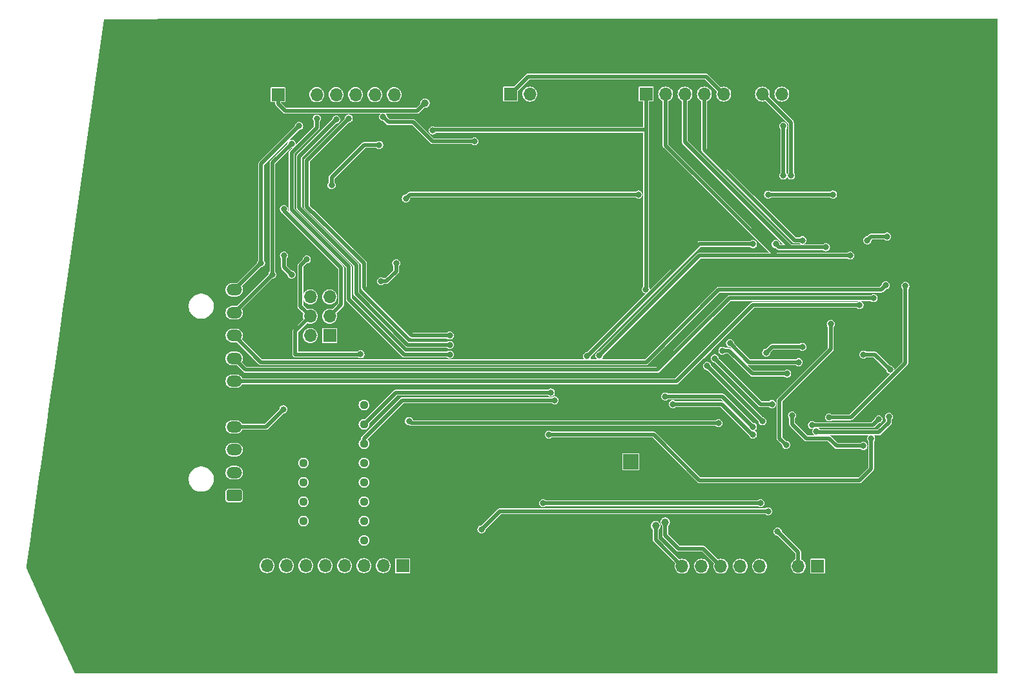
<source format=gbl>
G04 #@! TF.GenerationSoftware,KiCad,Pcbnew,8.0.6*
G04 #@! TF.CreationDate,2025-02-16T00:38:08-05:00*
G04 #@! TF.ProjectId,SCAN_mainboard,5343414e-5f6d-4616-996e-626f6172642e,v1.0*
G04 #@! TF.SameCoordinates,Original*
G04 #@! TF.FileFunction,Copper,L2,Bot*
G04 #@! TF.FilePolarity,Positive*
%FSLAX46Y46*%
G04 Gerber Fmt 4.6, Leading zero omitted, Abs format (unit mm)*
G04 Created by KiCad (PCBNEW 8.0.6) date 2025-02-16 00:38:08*
%MOMM*%
%LPD*%
G01*
G04 APERTURE LIST*
G04 Aperture macros list*
%AMRoundRect*
0 Rectangle with rounded corners*
0 $1 Rounding radius*
0 $2 $3 $4 $5 $6 $7 $8 $9 X,Y pos of 4 corners*
0 Add a 4 corners polygon primitive as box body*
4,1,4,$2,$3,$4,$5,$6,$7,$8,$9,$2,$3,0*
0 Add four circle primitives for the rounded corners*
1,1,$1+$1,$2,$3*
1,1,$1+$1,$4,$5*
1,1,$1+$1,$6,$7*
1,1,$1+$1,$8,$9*
0 Add four rect primitives between the rounded corners*
20,1,$1+$1,$2,$3,$4,$5,0*
20,1,$1+$1,$4,$5,$6,$7,0*
20,1,$1+$1,$6,$7,$8,$9,0*
20,1,$1+$1,$8,$9,$2,$3,0*%
G04 Aperture macros list end*
G04 #@! TA.AperFunction,ComponentPad*
%ADD10C,5.600000*%
G04 #@! TD*
G04 #@! TA.AperFunction,ComponentPad*
%ADD11RoundRect,0.250001X0.759999X-0.499999X0.759999X0.499999X-0.759999X0.499999X-0.759999X-0.499999X0*%
G04 #@! TD*
G04 #@! TA.AperFunction,ComponentPad*
%ADD12O,2.020000X1.500000*%
G04 #@! TD*
G04 #@! TA.AperFunction,ComponentPad*
%ADD13R,1.700000X1.700000*%
G04 #@! TD*
G04 #@! TA.AperFunction,ComponentPad*
%ADD14O,1.700000X1.700000*%
G04 #@! TD*
G04 #@! TA.AperFunction,ComponentPad*
%ADD15R,2.000000X2.000000*%
G04 #@! TD*
G04 #@! TA.AperFunction,ComponentPad*
%ADD16C,2.000000*%
G04 #@! TD*
G04 #@! TA.AperFunction,ComponentPad*
%ADD17O,1.900000X1.000000*%
G04 #@! TD*
G04 #@! TA.AperFunction,ComponentPad*
%ADD18O,1.250000X1.050000*%
G04 #@! TD*
G04 #@! TA.AperFunction,ComponentPad*
%ADD19R,1.130000X1.130000*%
G04 #@! TD*
G04 #@! TA.AperFunction,ComponentPad*
%ADD20C,1.130000*%
G04 #@! TD*
G04 #@! TA.AperFunction,ViaPad*
%ADD21C,0.800000*%
G04 #@! TD*
G04 #@! TA.AperFunction,ViaPad*
%ADD22C,0.500000*%
G04 #@! TD*
G04 #@! TA.AperFunction,ViaPad*
%ADD23C,1.000000*%
G04 #@! TD*
G04 #@! TA.AperFunction,Conductor*
%ADD24C,0.500000*%
G04 #@! TD*
G04 APERTURE END LIST*
D10*
X191770000Y-127000000D03*
X191770000Y-67160000D03*
X101930000Y-127000000D03*
X101930000Y-67160000D03*
D11*
X106320000Y-118580000D03*
D12*
X106320000Y-115580000D03*
X106320000Y-112580000D03*
X106320000Y-109580000D03*
X106320000Y-106580000D03*
X106320000Y-103580000D03*
X106320000Y-100580000D03*
X106320000Y-97580000D03*
X106320000Y-94580000D03*
X106320000Y-91580000D03*
D13*
X118850000Y-97580000D03*
D14*
X116310000Y-97580000D03*
X118850000Y-95040000D03*
X116310000Y-95040000D03*
X118850000Y-92500000D03*
X116310000Y-92500000D03*
D13*
X160365000Y-65890000D03*
D14*
X162905000Y-65890000D03*
X165445000Y-65890000D03*
X167985000Y-65890000D03*
X170525000Y-65890000D03*
X173065000Y-65890000D03*
X175605000Y-65890000D03*
X178145000Y-65890000D03*
D15*
X158350000Y-114150000D03*
D16*
X150750000Y-114150000D03*
D17*
X98450000Y-85480000D03*
D18*
X101450000Y-83530000D03*
X101450000Y-79080000D03*
D17*
X98450000Y-77130000D03*
D14*
X147650000Y-65890000D03*
X145110000Y-65890000D03*
D13*
X142570000Y-65890000D03*
X182850000Y-127865000D03*
D14*
X180310000Y-127865000D03*
X177770000Y-127865000D03*
X175230000Y-127865000D03*
X172690000Y-127865000D03*
X170150000Y-127865000D03*
X167610000Y-127865000D03*
X165070000Y-127865000D03*
D19*
X115410000Y-106690000D03*
D20*
X115410000Y-109230000D03*
X115410000Y-111770000D03*
X115410000Y-114310000D03*
X115410000Y-116850000D03*
X115410000Y-119390000D03*
X115410000Y-121930000D03*
X115410000Y-124470000D03*
X123350000Y-124470000D03*
X123350000Y-121930000D03*
X123350000Y-119390000D03*
X123350000Y-116850000D03*
X123350000Y-114310000D03*
X123350000Y-111770000D03*
X123350000Y-109230000D03*
X123350000Y-106690000D03*
D14*
X127325000Y-65970000D03*
X124785000Y-65970000D03*
X122245000Y-65970000D03*
X119705000Y-65970000D03*
X117165000Y-65970000D03*
X114625000Y-65970000D03*
D13*
X112085000Y-65970000D03*
X128420000Y-127795000D03*
D14*
X125880000Y-127795000D03*
X123340000Y-127795000D03*
X120800000Y-127795000D03*
X118260000Y-127795000D03*
X115720000Y-127795000D03*
X113180000Y-127795000D03*
X110640000Y-127795000D03*
D21*
X184350000Y-108330000D03*
X125600000Y-90447000D03*
X127584000Y-88080000D03*
X113850000Y-89580000D03*
X112850000Y-87080000D03*
X135850000Y-108080000D03*
X132850000Y-108080000D03*
X129850000Y-83080000D03*
X112850000Y-80978000D03*
X163850000Y-106580000D03*
X162850000Y-105580000D03*
X174350000Y-109580000D03*
X174350000Y-110580000D03*
X182680000Y-110160000D03*
X182100000Y-109330000D03*
X192180000Y-108250000D03*
X190850000Y-108580000D03*
X111335000Y-89565000D03*
X109850000Y-88080000D03*
X125350000Y-72580000D03*
X119100000Y-77830000D03*
X116850000Y-80580000D03*
X118325000Y-88105000D03*
X189850000Y-111080000D03*
X147600000Y-110580000D03*
X134600000Y-97580000D03*
X134600000Y-98803000D03*
X134600000Y-100080000D03*
X121350000Y-69080000D03*
X119705000Y-69225000D03*
X117165000Y-69080000D03*
X125850000Y-68857000D03*
X137850000Y-72080000D03*
X168350000Y-101580000D03*
X175600000Y-108830000D03*
X170350000Y-99580000D03*
X178850000Y-102580000D03*
X180350000Y-101080000D03*
X171350000Y-98580000D03*
X132350000Y-70667500D03*
X147850000Y-105080000D03*
X148350000Y-106080000D03*
X154225000Y-100205000D03*
X152600000Y-100303000D03*
X174350000Y-85580000D03*
X177350000Y-85580000D03*
X122899422Y-100030578D03*
X139350000Y-113580000D03*
X177600000Y-123330000D03*
X146850000Y-119580000D03*
X175350000Y-119580000D03*
X191765000Y-90995000D03*
X190193749Y-92670000D03*
X188350000Y-93580000D03*
X169350000Y-100580000D03*
X160308078Y-91523078D03*
X112785000Y-107265000D03*
X194350000Y-91080000D03*
X159350000Y-79080000D03*
X176350000Y-79080000D03*
X184850000Y-79080000D03*
X176850000Y-106580000D03*
X180850000Y-85080000D03*
X178350000Y-70080000D03*
X178350000Y-76580000D03*
X183938750Y-85991250D03*
X187100000Y-87080000D03*
X188290000Y-87080000D03*
X189350000Y-85080000D03*
X191955500Y-84582000D03*
X195850000Y-78080000D03*
X113850000Y-86080000D03*
D22*
X107350000Y-81979999D03*
D21*
X115850000Y-87580000D03*
X113850000Y-72400000D03*
X114850000Y-70080000D03*
X107850000Y-84080000D03*
X161850000Y-129080000D03*
X152350000Y-129080000D03*
X143850000Y-129080000D03*
X195350000Y-91080000D03*
X195990000Y-104720000D03*
X190270000Y-96345000D03*
X192350000Y-102080000D03*
X188850000Y-100080000D03*
X169850000Y-109080000D03*
X129259500Y-108814500D03*
X180850000Y-99080000D03*
X176100000Y-99830000D03*
X179480000Y-108080000D03*
X188850000Y-112080000D03*
X184560000Y-96080000D03*
X178711000Y-111941000D03*
X179350000Y-76580000D03*
X128850000Y-79580000D03*
X176350000Y-120650000D03*
X138760000Y-123040000D03*
D23*
X161620000Y-122555000D03*
X131350000Y-67080000D03*
X162850000Y-122080000D03*
D24*
X129259500Y-108814500D02*
X129525000Y-109080000D01*
X129525000Y-109080000D02*
X169850000Y-109080000D01*
X177850000Y-111080000D02*
X177850000Y-106080000D01*
X178711000Y-111941000D02*
X177850000Y-111080000D01*
X177850000Y-106080000D02*
X184560000Y-99370000D01*
X184560000Y-99370000D02*
X184560000Y-96080000D01*
X127584000Y-89154000D02*
X126291000Y-90447000D01*
X126291000Y-90447000D02*
X125600000Y-90447000D01*
X127584000Y-88080000D02*
X127584000Y-89154000D01*
X189848000Y-84582000D02*
X189350000Y-85080000D01*
X191955500Y-84582000D02*
X189848000Y-84582000D01*
X190877000Y-110303000D02*
X182823000Y-110303000D01*
X192180000Y-109000000D02*
X190877000Y-110303000D01*
X192180000Y-108250000D02*
X192180000Y-109000000D01*
X182823000Y-110303000D02*
X182680000Y-110160000D01*
X120350000Y-93540000D02*
X118850000Y-95040000D01*
X120350000Y-88705000D02*
X120350000Y-93540000D01*
X112850000Y-81205000D02*
X120350000Y-88705000D01*
X112850000Y-80978000D02*
X112850000Y-81205000D01*
X113850000Y-81037807D02*
X113850000Y-73580000D01*
X121350000Y-88537807D02*
X113850000Y-81037807D01*
X121350000Y-92830000D02*
X121350000Y-88537807D01*
X134600000Y-100080000D02*
X128600000Y-100080000D01*
X128600000Y-100080000D02*
X121350000Y-92830000D01*
X113850000Y-73580000D02*
X117165000Y-70265000D01*
X117165000Y-70265000D02*
X117165000Y-69080000D01*
X114850000Y-74080000D02*
X119705000Y-69225000D01*
X114850000Y-80830000D02*
X114850000Y-74080000D01*
X122350000Y-88330000D02*
X114850000Y-80830000D01*
X134600000Y-98803000D02*
X129073000Y-98803000D01*
X129073000Y-98803000D02*
X122350000Y-92080000D01*
X122350000Y-92080000D02*
X122350000Y-88330000D01*
X115850000Y-80678844D02*
X115850000Y-74580000D01*
X123350000Y-88080000D02*
X116627000Y-81357000D01*
X115850000Y-74580000D02*
X121350000Y-69080000D01*
X129600000Y-97580000D02*
X123350000Y-91330000D01*
X116528156Y-81357000D02*
X115850000Y-80678844D01*
X134600000Y-97580000D02*
X129600000Y-97580000D01*
X123350000Y-91330000D02*
X123350000Y-88080000D01*
X116627000Y-81357000D02*
X116528156Y-81357000D01*
X190100000Y-109330000D02*
X190850000Y-108580000D01*
X182100000Y-109330000D02*
X190100000Y-109330000D01*
X110470000Y-109580000D02*
X106320000Y-109580000D01*
X112785000Y-107265000D02*
X110470000Y-109580000D01*
X180310000Y-126040000D02*
X180310000Y-127865000D01*
X177600000Y-123330000D02*
X180310000Y-126040000D01*
X187225844Y-108303000D02*
X194350000Y-101178844D01*
X187100000Y-108303000D02*
X187225844Y-108303000D01*
X187073000Y-108330000D02*
X184350000Y-108330000D01*
X194350000Y-101178844D02*
X194350000Y-91080000D01*
X187100000Y-108303000D02*
X187073000Y-108330000D01*
X176350000Y-120650000D02*
X141150000Y-120650000D01*
X141150000Y-120650000D02*
X138760000Y-123040000D01*
X164600000Y-125580000D02*
X167865000Y-125580000D01*
X167865000Y-125580000D02*
X170150000Y-127865000D01*
X162850000Y-123830000D02*
X164600000Y-125580000D01*
X162850000Y-122080000D02*
X162850000Y-123830000D01*
X188350000Y-116580000D02*
X189850000Y-115080000D01*
X167350000Y-116580000D02*
X188350000Y-116580000D01*
X189850000Y-115080000D02*
X189850000Y-111080000D01*
X161350000Y-110580000D02*
X167350000Y-116580000D01*
X147600000Y-110580000D02*
X161350000Y-110580000D01*
X123350000Y-111080000D02*
X123350000Y-111770000D01*
X148350000Y-106080000D02*
X128350000Y-106080000D01*
X128350000Y-106080000D02*
X123350000Y-111080000D01*
X127500000Y-105080000D02*
X123350000Y-109230000D01*
X147850000Y-105080000D02*
X127500000Y-105080000D01*
X152600000Y-100303000D02*
X152627000Y-100303000D01*
X152627000Y-100303000D02*
X167350000Y-85580000D01*
X167350000Y-85580000D02*
X174350000Y-85580000D01*
X154225000Y-100205000D02*
X167350000Y-87080000D01*
X167350000Y-87080000D02*
X178850000Y-87080000D01*
X114850000Y-70080000D02*
X109850000Y-75080000D01*
X109850000Y-75080000D02*
X109850000Y-88080000D01*
X111350000Y-89550000D02*
X111335000Y-89565000D01*
X113850000Y-72400000D02*
X111350000Y-74900000D01*
X111350000Y-74900000D02*
X111350000Y-89550000D01*
X129850000Y-69580000D02*
X132350000Y-72080000D01*
X126573000Y-69580000D02*
X129850000Y-69580000D01*
X125850000Y-68857000D02*
X126573000Y-69580000D01*
X132350000Y-72080000D02*
X137850000Y-72080000D01*
X132350000Y-70667500D02*
X132437500Y-70580000D01*
X132437500Y-70580000D02*
X160365000Y-70580000D01*
X112090000Y-67160000D02*
X112090000Y-65890000D01*
X131350000Y-67080000D02*
X130350000Y-68080000D01*
X113010000Y-68080000D02*
X112090000Y-67160000D01*
X130350000Y-68080000D02*
X113010000Y-68080000D01*
X112850000Y-88580000D02*
X113850000Y-89580000D01*
X112850000Y-87080000D02*
X112850000Y-88580000D01*
X115010000Y-88420000D02*
X115850000Y-87580000D01*
X115010000Y-93740000D02*
X115010000Y-88420000D01*
X116310000Y-95040000D02*
X115010000Y-93740000D01*
X114350000Y-97000000D02*
X116310000Y-95040000D01*
X114350000Y-100080000D02*
X114350000Y-97000000D01*
X174251156Y-110580000D02*
X174350000Y-110580000D01*
X170251156Y-106580000D02*
X174251156Y-110580000D01*
X163850000Y-106580000D02*
X170251156Y-106580000D01*
X185350000Y-112080000D02*
X188850000Y-112080000D01*
X181350000Y-111080000D02*
X184350000Y-111080000D01*
X179480000Y-109210000D02*
X181350000Y-111080000D01*
X184350000Y-111080000D02*
X185350000Y-112080000D01*
X179480000Y-108080000D02*
X179480000Y-109210000D01*
X175600000Y-108830000D02*
X168350000Y-101580000D01*
X109820000Y-88080000D02*
X106320000Y-91580000D01*
X109850000Y-88080000D02*
X109820000Y-88080000D01*
X119100000Y-76830000D02*
X119100000Y-77830000D01*
X123350000Y-72580000D02*
X119100000Y-76830000D01*
X125350000Y-72580000D02*
X123350000Y-72580000D01*
X175350000Y-119580000D02*
X146850000Y-119580000D01*
X160365000Y-91466156D02*
X160308078Y-91523078D01*
X160365000Y-70580000D02*
X160365000Y-91466156D01*
X171251156Y-99580000D02*
X170350000Y-99580000D01*
X174251156Y-102580000D02*
X171251156Y-99580000D01*
X178850000Y-102580000D02*
X174251156Y-102580000D01*
X180350000Y-101080000D02*
X173850000Y-101080000D01*
X173850000Y-101080000D02*
X171350000Y-98580000D01*
X168215000Y-63580000D02*
X170525000Y-65890000D01*
X144880000Y-63580000D02*
X168215000Y-63580000D01*
X142570000Y-65890000D02*
X144880000Y-63580000D01*
X160365000Y-65890000D02*
X160365000Y-70580000D01*
X177761250Y-85991250D02*
X177350000Y-85580000D01*
X179261250Y-85991250D02*
X177761250Y-85991250D01*
X162905000Y-72635000D02*
X162905000Y-65890000D01*
X177350000Y-87080000D02*
X162905000Y-72635000D01*
X178850000Y-87080000D02*
X177350000Y-87080000D01*
X109820000Y-101080000D02*
X106320000Y-97580000D01*
X160350000Y-101080000D02*
X109820000Y-101080000D01*
X169850000Y-91580000D02*
X160350000Y-101080000D01*
X191180000Y-91580000D02*
X169850000Y-91580000D01*
X191765000Y-90995000D02*
X191180000Y-91580000D01*
X176850000Y-106580000D02*
X175350000Y-106580000D01*
X175350000Y-106580000D02*
X169350000Y-100580000D01*
X176850000Y-99080000D02*
X180850000Y-99080000D01*
X176100000Y-99830000D02*
X176850000Y-99080000D01*
X107820000Y-102080000D02*
X106320000Y-100580000D01*
X171260000Y-92670000D02*
X161850000Y-102080000D01*
X190193749Y-92670000D02*
X171260000Y-92670000D01*
X161850000Y-102080000D02*
X107820000Y-102080000D01*
X164350000Y-103580000D02*
X106320000Y-103580000D01*
X188350000Y-93580000D02*
X174350000Y-93580000D01*
X174350000Y-93580000D02*
X164350000Y-103580000D01*
X188850000Y-100080000D02*
X190350000Y-100080000D01*
X190350000Y-100080000D02*
X192350000Y-102080000D01*
X129350000Y-79080000D02*
X128850000Y-79580000D01*
X159350000Y-79080000D02*
X129350000Y-79080000D01*
X184850000Y-79080000D02*
X176350000Y-79080000D01*
X178350000Y-76580000D02*
X178350000Y-70080000D01*
X179350000Y-76580000D02*
X179350000Y-69635000D01*
X179350000Y-69635000D02*
X175605000Y-65890000D01*
X167985000Y-73215000D02*
X167985000Y-65890000D01*
X179850000Y-85080000D02*
X167985000Y-73215000D01*
X180850000Y-85080000D02*
X179850000Y-85080000D01*
X165445000Y-72175000D02*
X165445000Y-65890000D01*
X183938750Y-85991250D02*
X179261250Y-85991250D01*
X179261250Y-85991250D02*
X165445000Y-72175000D01*
X187100000Y-87080000D02*
X178850000Y-87080000D01*
X106320000Y-94580000D02*
X111335000Y-89565000D01*
X161620000Y-122555000D02*
X161620000Y-124415000D01*
X161620000Y-124415000D02*
X165070000Y-127865000D01*
X122850000Y-100080000D02*
X114350000Y-100080000D01*
X122899422Y-100030578D02*
X122850000Y-100080000D01*
X170350000Y-105580000D02*
X162850000Y-105580000D01*
X174350000Y-109580000D02*
X170350000Y-105580000D01*
G04 #@! TA.AperFunction,Conductor*
G36*
X206466588Y-55953412D02*
G01*
X206470000Y-55961650D01*
X206470000Y-141958350D01*
X206466588Y-141966588D01*
X206458350Y-141970000D01*
X85427475Y-141970000D01*
X85419237Y-141966588D01*
X85416885Y-141963205D01*
X81310997Y-133007844D01*
X79071421Y-128123101D01*
X79070476Y-128116622D01*
X79115829Y-127795000D01*
X109657770Y-127795000D01*
X109676642Y-127986620D01*
X109676643Y-127986624D01*
X109732535Y-128170875D01*
X109732536Y-128170878D01*
X109732538Y-128170883D01*
X109732541Y-128170888D01*
X109823302Y-128340692D01*
X109823304Y-128340694D01*
X109823306Y-128340698D01*
X109945459Y-128489541D01*
X110094302Y-128611694D01*
X110094305Y-128611696D01*
X110094307Y-128611697D01*
X110143934Y-128638223D01*
X110264117Y-128702462D01*
X110448376Y-128758357D01*
X110640000Y-128777230D01*
X110831624Y-128758357D01*
X111015883Y-128702462D01*
X111185698Y-128611694D01*
X111334541Y-128489541D01*
X111456694Y-128340698D01*
X111547462Y-128170883D01*
X111603357Y-127986624D01*
X111622230Y-127795000D01*
X112197770Y-127795000D01*
X112216642Y-127986620D01*
X112216643Y-127986624D01*
X112272535Y-128170875D01*
X112272536Y-128170878D01*
X112272538Y-128170883D01*
X112272541Y-128170888D01*
X112363302Y-128340692D01*
X112363304Y-128340694D01*
X112363306Y-128340698D01*
X112485459Y-128489541D01*
X112634302Y-128611694D01*
X112634305Y-128611696D01*
X112634307Y-128611697D01*
X112683934Y-128638223D01*
X112804117Y-128702462D01*
X112988376Y-128758357D01*
X113180000Y-128777230D01*
X113371624Y-128758357D01*
X113555883Y-128702462D01*
X113725698Y-128611694D01*
X113874541Y-128489541D01*
X113996694Y-128340698D01*
X114087462Y-128170883D01*
X114143357Y-127986624D01*
X114162230Y-127795000D01*
X114737770Y-127795000D01*
X114756642Y-127986620D01*
X114756643Y-127986624D01*
X114812535Y-128170875D01*
X114812536Y-128170878D01*
X114812538Y-128170883D01*
X114812541Y-128170888D01*
X114903302Y-128340692D01*
X114903304Y-128340694D01*
X114903306Y-128340698D01*
X115025459Y-128489541D01*
X115174302Y-128611694D01*
X115174305Y-128611696D01*
X115174307Y-128611697D01*
X115223934Y-128638223D01*
X115344117Y-128702462D01*
X115528376Y-128758357D01*
X115720000Y-128777230D01*
X115911624Y-128758357D01*
X116095883Y-128702462D01*
X116265698Y-128611694D01*
X116414541Y-128489541D01*
X116536694Y-128340698D01*
X116627462Y-128170883D01*
X116683357Y-127986624D01*
X116702230Y-127795000D01*
X117277770Y-127795000D01*
X117296642Y-127986620D01*
X117296643Y-127986624D01*
X117352535Y-128170875D01*
X117352536Y-128170878D01*
X117352538Y-128170883D01*
X117352541Y-128170888D01*
X117443302Y-128340692D01*
X117443304Y-128340694D01*
X117443306Y-128340698D01*
X117565459Y-128489541D01*
X117714302Y-128611694D01*
X117714305Y-128611696D01*
X117714307Y-128611697D01*
X117763934Y-128638223D01*
X117884117Y-128702462D01*
X118068376Y-128758357D01*
X118260000Y-128777230D01*
X118451624Y-128758357D01*
X118635883Y-128702462D01*
X118805698Y-128611694D01*
X118954541Y-128489541D01*
X119076694Y-128340698D01*
X119167462Y-128170883D01*
X119223357Y-127986624D01*
X119242230Y-127795000D01*
X119817770Y-127795000D01*
X119836642Y-127986620D01*
X119836643Y-127986624D01*
X119892535Y-128170875D01*
X119892536Y-128170878D01*
X119892538Y-128170883D01*
X119892541Y-128170888D01*
X119983302Y-128340692D01*
X119983304Y-128340694D01*
X119983306Y-128340698D01*
X120105459Y-128489541D01*
X120254302Y-128611694D01*
X120254305Y-128611696D01*
X120254307Y-128611697D01*
X120303934Y-128638223D01*
X120424117Y-128702462D01*
X120608376Y-128758357D01*
X120800000Y-128777230D01*
X120991624Y-128758357D01*
X121175883Y-128702462D01*
X121345698Y-128611694D01*
X121494541Y-128489541D01*
X121616694Y-128340698D01*
X121707462Y-128170883D01*
X121763357Y-127986624D01*
X121782230Y-127795000D01*
X122357770Y-127795000D01*
X122376642Y-127986620D01*
X122376643Y-127986624D01*
X122432535Y-128170875D01*
X122432536Y-128170878D01*
X122432538Y-128170883D01*
X122432541Y-128170888D01*
X122523302Y-128340692D01*
X122523304Y-128340694D01*
X122523306Y-128340698D01*
X122645459Y-128489541D01*
X122794302Y-128611694D01*
X122794305Y-128611696D01*
X122794307Y-128611697D01*
X122843934Y-128638223D01*
X122964117Y-128702462D01*
X123148376Y-128758357D01*
X123340000Y-128777230D01*
X123531624Y-128758357D01*
X123715883Y-128702462D01*
X123885698Y-128611694D01*
X124034541Y-128489541D01*
X124156694Y-128340698D01*
X124247462Y-128170883D01*
X124303357Y-127986624D01*
X124322230Y-127795000D01*
X124897770Y-127795000D01*
X124916642Y-127986620D01*
X124916643Y-127986624D01*
X124972535Y-128170875D01*
X124972536Y-128170878D01*
X124972538Y-128170883D01*
X124972541Y-128170888D01*
X125063302Y-128340692D01*
X125063304Y-128340694D01*
X125063306Y-128340698D01*
X125185459Y-128489541D01*
X125334302Y-128611694D01*
X125334305Y-128611696D01*
X125334307Y-128611697D01*
X125383934Y-128638223D01*
X125504117Y-128702462D01*
X125688376Y-128758357D01*
X125880000Y-128777230D01*
X126071624Y-128758357D01*
X126255883Y-128702462D01*
X126425698Y-128611694D01*
X126574541Y-128489541D01*
X126696694Y-128340698D01*
X126787462Y-128170883D01*
X126843357Y-127986624D01*
X126862230Y-127795000D01*
X126843357Y-127603376D01*
X126787462Y-127419117D01*
X126696694Y-127249302D01*
X126574541Y-127100459D01*
X126425698Y-126978306D01*
X126425694Y-126978304D01*
X126425692Y-126978302D01*
X126339893Y-126932442D01*
X127442500Y-126932442D01*
X127442500Y-128657558D01*
X127449898Y-128694748D01*
X127478078Y-128736922D01*
X127520252Y-128765102D01*
X127546855Y-128770394D01*
X127557440Y-128772500D01*
X127557442Y-128772500D01*
X129282560Y-128772500D01*
X129291825Y-128770656D01*
X129319748Y-128765102D01*
X129361922Y-128736922D01*
X129390102Y-128694748D01*
X129397500Y-128657558D01*
X129397500Y-126932442D01*
X129395637Y-126923079D01*
X129391373Y-126901643D01*
X129390102Y-126895252D01*
X129361922Y-126853078D01*
X129319748Y-126824898D01*
X129307351Y-126822432D01*
X129282560Y-126817500D01*
X129282558Y-126817500D01*
X127557442Y-126817500D01*
X127557440Y-126817500D01*
X127520252Y-126824898D01*
X127478079Y-126853077D01*
X127478077Y-126853079D01*
X127449898Y-126895252D01*
X127444363Y-126923079D01*
X127442500Y-126932442D01*
X126339893Y-126932442D01*
X126305515Y-126914067D01*
X126255883Y-126887538D01*
X126255878Y-126887536D01*
X126255875Y-126887535D01*
X126071624Y-126831643D01*
X126071620Y-126831642D01*
X125880000Y-126812770D01*
X125688379Y-126831642D01*
X125688375Y-126831643D01*
X125504124Y-126887535D01*
X125504111Y-126887541D01*
X125334307Y-126978302D01*
X125185459Y-127100459D01*
X125063302Y-127249307D01*
X124972541Y-127419111D01*
X124972535Y-127419124D01*
X124916643Y-127603375D01*
X124916642Y-127603379D01*
X124897770Y-127795000D01*
X124322230Y-127795000D01*
X124303357Y-127603376D01*
X124247462Y-127419117D01*
X124156694Y-127249302D01*
X124034541Y-127100459D01*
X123885698Y-126978306D01*
X123885694Y-126978304D01*
X123885692Y-126978302D01*
X123765515Y-126914067D01*
X123715883Y-126887538D01*
X123715878Y-126887536D01*
X123715875Y-126887535D01*
X123531624Y-126831643D01*
X123531620Y-126831642D01*
X123340000Y-126812770D01*
X123148379Y-126831642D01*
X123148375Y-126831643D01*
X122964124Y-126887535D01*
X122964111Y-126887541D01*
X122794307Y-126978302D01*
X122645459Y-127100459D01*
X122523302Y-127249307D01*
X122432541Y-127419111D01*
X122432535Y-127419124D01*
X122376643Y-127603375D01*
X122376642Y-127603379D01*
X122357770Y-127795000D01*
X121782230Y-127795000D01*
X121763357Y-127603376D01*
X121707462Y-127419117D01*
X121616694Y-127249302D01*
X121494541Y-127100459D01*
X121345698Y-126978306D01*
X121345694Y-126978304D01*
X121345692Y-126978302D01*
X121225515Y-126914067D01*
X121175883Y-126887538D01*
X121175878Y-126887536D01*
X121175875Y-126887535D01*
X120991624Y-126831643D01*
X120991620Y-126831642D01*
X120800000Y-126812770D01*
X120608379Y-126831642D01*
X120608375Y-126831643D01*
X120424124Y-126887535D01*
X120424111Y-126887541D01*
X120254307Y-126978302D01*
X120105459Y-127100459D01*
X119983302Y-127249307D01*
X119892541Y-127419111D01*
X119892535Y-127419124D01*
X119836643Y-127603375D01*
X119836642Y-127603379D01*
X119817770Y-127795000D01*
X119242230Y-127795000D01*
X119223357Y-127603376D01*
X119167462Y-127419117D01*
X119076694Y-127249302D01*
X118954541Y-127100459D01*
X118805698Y-126978306D01*
X118805694Y-126978304D01*
X118805692Y-126978302D01*
X118685515Y-126914067D01*
X118635883Y-126887538D01*
X118635878Y-126887536D01*
X118635875Y-126887535D01*
X118451624Y-126831643D01*
X118451620Y-126831642D01*
X118260000Y-126812770D01*
X118068379Y-126831642D01*
X118068375Y-126831643D01*
X117884124Y-126887535D01*
X117884111Y-126887541D01*
X117714307Y-126978302D01*
X117565459Y-127100459D01*
X117443302Y-127249307D01*
X117352541Y-127419111D01*
X117352535Y-127419124D01*
X117296643Y-127603375D01*
X117296642Y-127603379D01*
X117277770Y-127795000D01*
X116702230Y-127795000D01*
X116683357Y-127603376D01*
X116627462Y-127419117D01*
X116536694Y-127249302D01*
X116414541Y-127100459D01*
X116265698Y-126978306D01*
X116265694Y-126978304D01*
X116265692Y-126978302D01*
X116145515Y-126914067D01*
X116095883Y-126887538D01*
X116095878Y-126887536D01*
X116095875Y-126887535D01*
X115911624Y-126831643D01*
X115911620Y-126831642D01*
X115720000Y-126812770D01*
X115528379Y-126831642D01*
X115528375Y-126831643D01*
X115344124Y-126887535D01*
X115344111Y-126887541D01*
X115174307Y-126978302D01*
X115025459Y-127100459D01*
X114903302Y-127249307D01*
X114812541Y-127419111D01*
X114812535Y-127419124D01*
X114756643Y-127603375D01*
X114756642Y-127603379D01*
X114737770Y-127795000D01*
X114162230Y-127795000D01*
X114143357Y-127603376D01*
X114087462Y-127419117D01*
X113996694Y-127249302D01*
X113874541Y-127100459D01*
X113725698Y-126978306D01*
X113725694Y-126978304D01*
X113725692Y-126978302D01*
X113605515Y-126914067D01*
X113555883Y-126887538D01*
X113555878Y-126887536D01*
X113555875Y-126887535D01*
X113371624Y-126831643D01*
X113371620Y-126831642D01*
X113180000Y-126812770D01*
X112988379Y-126831642D01*
X112988375Y-126831643D01*
X112804124Y-126887535D01*
X112804111Y-126887541D01*
X112634307Y-126978302D01*
X112485459Y-127100459D01*
X112363302Y-127249307D01*
X112272541Y-127419111D01*
X112272535Y-127419124D01*
X112216643Y-127603375D01*
X112216642Y-127603379D01*
X112197770Y-127795000D01*
X111622230Y-127795000D01*
X111603357Y-127603376D01*
X111547462Y-127419117D01*
X111456694Y-127249302D01*
X111334541Y-127100459D01*
X111185698Y-126978306D01*
X111185694Y-126978304D01*
X111185692Y-126978302D01*
X111065515Y-126914067D01*
X111015883Y-126887538D01*
X111015878Y-126887536D01*
X111015875Y-126887535D01*
X110831624Y-126831643D01*
X110831620Y-126831642D01*
X110640000Y-126812770D01*
X110448379Y-126831642D01*
X110448375Y-126831643D01*
X110264124Y-126887535D01*
X110264111Y-126887541D01*
X110094307Y-126978302D01*
X109945459Y-127100459D01*
X109823302Y-127249307D01*
X109732541Y-127419111D01*
X109732535Y-127419124D01*
X109676643Y-127603375D01*
X109676642Y-127603379D01*
X109657770Y-127795000D01*
X79115829Y-127795000D01*
X79584698Y-124469998D01*
X122652414Y-124469998D01*
X122652414Y-124470001D01*
X122672684Y-124636940D01*
X122672685Y-124636945D01*
X122732316Y-124794181D01*
X122732318Y-124794184D01*
X122827849Y-124932585D01*
X122827852Y-124932588D01*
X122827851Y-124932588D01*
X122953720Y-125044097D01*
X122953726Y-125044102D01*
X123102633Y-125122254D01*
X123102638Y-125122255D01*
X123102640Y-125122256D01*
X123257951Y-125160537D01*
X123265915Y-125162500D01*
X123265916Y-125162500D01*
X123434084Y-125162500D01*
X123434085Y-125162500D01*
X123597367Y-125122254D01*
X123746274Y-125044102D01*
X123872151Y-124932585D01*
X123967682Y-124794184D01*
X124027315Y-124636943D01*
X124047586Y-124470000D01*
X124046942Y-124464699D01*
X124027315Y-124303059D01*
X124027314Y-124303054D01*
X123967683Y-124145818D01*
X123967681Y-124145815D01*
X123872151Y-124007415D01*
X123872147Y-124007412D01*
X123872147Y-124007411D01*
X123872148Y-124007411D01*
X123746279Y-123895902D01*
X123746277Y-123895900D01*
X123746274Y-123895898D01*
X123597367Y-123817746D01*
X123597364Y-123817745D01*
X123597359Y-123817743D01*
X123434088Y-123777500D01*
X123434085Y-123777500D01*
X123265915Y-123777500D01*
X123265911Y-123777500D01*
X123102640Y-123817743D01*
X123102633Y-123817746D01*
X123018739Y-123861777D01*
X122953728Y-123895897D01*
X122953720Y-123895902D01*
X122827852Y-124007411D01*
X122732318Y-124145815D01*
X122732316Y-124145818D01*
X122672685Y-124303054D01*
X122672684Y-124303059D01*
X122652414Y-124469998D01*
X79584698Y-124469998D01*
X79786347Y-123039997D01*
X138227948Y-123039997D01*
X138227948Y-123040002D01*
X138246075Y-123177696D01*
X138246078Y-123177708D01*
X138299226Y-123306021D01*
X138299227Y-123306022D01*
X138299229Y-123306026D01*
X138383782Y-123416218D01*
X138493974Y-123500771D01*
X138493977Y-123500772D01*
X138493978Y-123500773D01*
X138558134Y-123527347D01*
X138622295Y-123553923D01*
X138622303Y-123553924D01*
X138759997Y-123572052D01*
X138760000Y-123572052D01*
X138760003Y-123572052D01*
X138853795Y-123559703D01*
X138897705Y-123553923D01*
X139026026Y-123500771D01*
X139136218Y-123416218D01*
X139220771Y-123306026D01*
X139273923Y-123177705D01*
X139291260Y-123046008D01*
X139294571Y-123039293D01*
X139778866Y-122554998D01*
X160987891Y-122554998D01*
X160987891Y-122555001D01*
X161006258Y-122706272D01*
X161006259Y-122706276D01*
X161060293Y-122848753D01*
X161060295Y-122848756D01*
X161146860Y-122974166D01*
X161146863Y-122974169D01*
X161146862Y-122974169D01*
X161204123Y-123024897D01*
X161238575Y-123055419D01*
X161242479Y-123063435D01*
X161242500Y-123064138D01*
X161242500Y-124464703D01*
X161268226Y-124560711D01*
X161317925Y-124646790D01*
X164157067Y-127485932D01*
X164160479Y-127494170D01*
X164159977Y-127497552D01*
X164106643Y-127673370D01*
X164106643Y-127673374D01*
X164087770Y-127865000D01*
X164106642Y-128056620D01*
X164106643Y-128056624D01*
X164162535Y-128240875D01*
X164162536Y-128240878D01*
X164162538Y-128240883D01*
X164162541Y-128240888D01*
X164253302Y-128410692D01*
X164253304Y-128410694D01*
X164253306Y-128410698D01*
X164375459Y-128559541D01*
X164524302Y-128681694D01*
X164524305Y-128681696D01*
X164524307Y-128681697D01*
X164548722Y-128694747D01*
X164694117Y-128772462D01*
X164878376Y-128828357D01*
X165070000Y-128847230D01*
X165261624Y-128828357D01*
X165445883Y-128772462D01*
X165615698Y-128681694D01*
X165764541Y-128559541D01*
X165886694Y-128410698D01*
X165977462Y-128240883D01*
X166033357Y-128056624D01*
X166052230Y-127865000D01*
X166627770Y-127865000D01*
X166646642Y-128056620D01*
X166646643Y-128056624D01*
X166702535Y-128240875D01*
X166702536Y-128240878D01*
X166702538Y-128240883D01*
X166702541Y-128240888D01*
X166793302Y-128410692D01*
X166793304Y-128410694D01*
X166793306Y-128410698D01*
X166915459Y-128559541D01*
X167064302Y-128681694D01*
X167064305Y-128681696D01*
X167064307Y-128681697D01*
X167088722Y-128694747D01*
X167234117Y-128772462D01*
X167418376Y-128828357D01*
X167610000Y-128847230D01*
X167801624Y-128828357D01*
X167985883Y-128772462D01*
X168155698Y-128681694D01*
X168304541Y-128559541D01*
X168426694Y-128410698D01*
X168517462Y-128240883D01*
X168573357Y-128056624D01*
X168592230Y-127865000D01*
X168573357Y-127673376D01*
X168517462Y-127489117D01*
X168426694Y-127319302D01*
X168304541Y-127170459D01*
X168155698Y-127048306D01*
X168155694Y-127048304D01*
X168155692Y-127048302D01*
X168024730Y-126978302D01*
X167985883Y-126957538D01*
X167985878Y-126957536D01*
X167985875Y-126957535D01*
X167801624Y-126901643D01*
X167801620Y-126901642D01*
X167610000Y-126882770D01*
X167418379Y-126901642D01*
X167418375Y-126901643D01*
X167234124Y-126957535D01*
X167234111Y-126957541D01*
X167064307Y-127048302D01*
X166915459Y-127170459D01*
X166793302Y-127319307D01*
X166702541Y-127489111D01*
X166702535Y-127489124D01*
X166646643Y-127673375D01*
X166646642Y-127673379D01*
X166627770Y-127865000D01*
X166052230Y-127865000D01*
X166033357Y-127673376D01*
X165977462Y-127489117D01*
X165886694Y-127319302D01*
X165764541Y-127170459D01*
X165615698Y-127048306D01*
X165615694Y-127048304D01*
X165615692Y-127048302D01*
X165484730Y-126978302D01*
X165445883Y-126957538D01*
X165445878Y-126957536D01*
X165445875Y-126957535D01*
X165261624Y-126901643D01*
X165261620Y-126901642D01*
X165070000Y-126882770D01*
X164878374Y-126901643D01*
X164878370Y-126901643D01*
X164702552Y-126954977D01*
X164693678Y-126954103D01*
X164690932Y-126952067D01*
X162000912Y-124262047D01*
X161997500Y-124253809D01*
X161997500Y-123064138D01*
X162000912Y-123055900D01*
X162001411Y-123055430D01*
X162093140Y-122974166D01*
X162179705Y-122848756D01*
X162233741Y-122706274D01*
X162252109Y-122555000D01*
X162233741Y-122403726D01*
X162179705Y-122261244D01*
X162093140Y-122135834D01*
X162093136Y-122135831D01*
X162093136Y-122135830D01*
X162093137Y-122135830D01*
X162030116Y-122079998D01*
X162217891Y-122079998D01*
X162217891Y-122080001D01*
X162236258Y-122231272D01*
X162236259Y-122231276D01*
X162290293Y-122373753D01*
X162290295Y-122373756D01*
X162376860Y-122499166D01*
X162376863Y-122499169D01*
X162376862Y-122499169D01*
X162407237Y-122526078D01*
X162468575Y-122580419D01*
X162472479Y-122588435D01*
X162472500Y-122589138D01*
X162472500Y-123879703D01*
X162498226Y-123975711D01*
X162516531Y-124007415D01*
X162547925Y-124061790D01*
X164368210Y-125882075D01*
X164454290Y-125931774D01*
X164509718Y-125946626D01*
X164550296Y-125957499D01*
X164550299Y-125957499D01*
X164550301Y-125957500D01*
X164649699Y-125957500D01*
X167703809Y-125957500D01*
X167712047Y-125960912D01*
X169237067Y-127485932D01*
X169240479Y-127494170D01*
X169239977Y-127497552D01*
X169186643Y-127673370D01*
X169186643Y-127673374D01*
X169167770Y-127865000D01*
X169186642Y-128056620D01*
X169186643Y-128056624D01*
X169242535Y-128240875D01*
X169242536Y-128240878D01*
X169242538Y-128240883D01*
X169242541Y-128240888D01*
X169333302Y-128410692D01*
X169333304Y-128410694D01*
X169333306Y-128410698D01*
X169455459Y-128559541D01*
X169604302Y-128681694D01*
X169604305Y-128681696D01*
X169604307Y-128681697D01*
X169628722Y-128694747D01*
X169774117Y-128772462D01*
X169958376Y-128828357D01*
X170150000Y-128847230D01*
X170341624Y-128828357D01*
X170525883Y-128772462D01*
X170695698Y-128681694D01*
X170844541Y-128559541D01*
X170966694Y-128410698D01*
X171057462Y-128240883D01*
X171113357Y-128056624D01*
X171132230Y-127865000D01*
X171707770Y-127865000D01*
X171726642Y-128056620D01*
X171726643Y-128056624D01*
X171782535Y-128240875D01*
X171782536Y-128240878D01*
X171782538Y-128240883D01*
X171782541Y-128240888D01*
X171873302Y-128410692D01*
X171873304Y-128410694D01*
X171873306Y-128410698D01*
X171995459Y-128559541D01*
X172144302Y-128681694D01*
X172144305Y-128681696D01*
X172144307Y-128681697D01*
X172168722Y-128694747D01*
X172314117Y-128772462D01*
X172498376Y-128828357D01*
X172690000Y-128847230D01*
X172881624Y-128828357D01*
X173065883Y-128772462D01*
X173235698Y-128681694D01*
X173384541Y-128559541D01*
X173506694Y-128410698D01*
X173597462Y-128240883D01*
X173653357Y-128056624D01*
X173672230Y-127865000D01*
X174247770Y-127865000D01*
X174266642Y-128056620D01*
X174266643Y-128056624D01*
X174322535Y-128240875D01*
X174322536Y-128240878D01*
X174322538Y-128240883D01*
X174322541Y-128240888D01*
X174413302Y-128410692D01*
X174413304Y-128410694D01*
X174413306Y-128410698D01*
X174535459Y-128559541D01*
X174684302Y-128681694D01*
X174684305Y-128681696D01*
X174684307Y-128681697D01*
X174708722Y-128694747D01*
X174854117Y-128772462D01*
X175038376Y-128828357D01*
X175230000Y-128847230D01*
X175421624Y-128828357D01*
X175605883Y-128772462D01*
X175775698Y-128681694D01*
X175924541Y-128559541D01*
X176046694Y-128410698D01*
X176137462Y-128240883D01*
X176193357Y-128056624D01*
X176212230Y-127865000D01*
X176193357Y-127673376D01*
X176137462Y-127489117D01*
X176046694Y-127319302D01*
X175924541Y-127170459D01*
X175775698Y-127048306D01*
X175775694Y-127048304D01*
X175775692Y-127048302D01*
X175644730Y-126978302D01*
X175605883Y-126957538D01*
X175605878Y-126957536D01*
X175605875Y-126957535D01*
X175421624Y-126901643D01*
X175421620Y-126901642D01*
X175230000Y-126882770D01*
X175038379Y-126901642D01*
X175038375Y-126901643D01*
X174854124Y-126957535D01*
X174854111Y-126957541D01*
X174684307Y-127048302D01*
X174535459Y-127170459D01*
X174413302Y-127319307D01*
X174322541Y-127489111D01*
X174322535Y-127489124D01*
X174266643Y-127673375D01*
X174266642Y-127673379D01*
X174247770Y-127865000D01*
X173672230Y-127865000D01*
X173653357Y-127673376D01*
X173597462Y-127489117D01*
X173506694Y-127319302D01*
X173384541Y-127170459D01*
X173235698Y-127048306D01*
X173235694Y-127048304D01*
X173235692Y-127048302D01*
X173104730Y-126978302D01*
X173065883Y-126957538D01*
X173065878Y-126957536D01*
X173065875Y-126957535D01*
X172881624Y-126901643D01*
X172881620Y-126901642D01*
X172690000Y-126882770D01*
X172498379Y-126901642D01*
X172498375Y-126901643D01*
X172314124Y-126957535D01*
X172314111Y-126957541D01*
X172144307Y-127048302D01*
X171995459Y-127170459D01*
X171873302Y-127319307D01*
X171782541Y-127489111D01*
X171782535Y-127489124D01*
X171726643Y-127673375D01*
X171726642Y-127673379D01*
X171707770Y-127865000D01*
X171132230Y-127865000D01*
X171113357Y-127673376D01*
X171057462Y-127489117D01*
X170966694Y-127319302D01*
X170844541Y-127170459D01*
X170695698Y-127048306D01*
X170695694Y-127048304D01*
X170695692Y-127048302D01*
X170564730Y-126978302D01*
X170525883Y-126957538D01*
X170525878Y-126957536D01*
X170525875Y-126957535D01*
X170341624Y-126901643D01*
X170341620Y-126901642D01*
X170150000Y-126882770D01*
X169958374Y-126901643D01*
X169958370Y-126901643D01*
X169782552Y-126954977D01*
X169773678Y-126954103D01*
X169770932Y-126952067D01*
X168096790Y-125277925D01*
X168010711Y-125228226D01*
X167914703Y-125202500D01*
X167914699Y-125202500D01*
X164761191Y-125202500D01*
X164752953Y-125199088D01*
X163230912Y-123677047D01*
X163227500Y-123668809D01*
X163227500Y-123329997D01*
X177067948Y-123329997D01*
X177067948Y-123330002D01*
X177086075Y-123467696D01*
X177086078Y-123467708D01*
X177139226Y-123596021D01*
X177139227Y-123596022D01*
X177139229Y-123596026D01*
X177223782Y-123706218D01*
X177333974Y-123790771D01*
X177333977Y-123790772D01*
X177333978Y-123790773D01*
X177398134Y-123817347D01*
X177462295Y-123843923D01*
X177593990Y-123861260D01*
X177600707Y-123864572D01*
X179929088Y-126192953D01*
X179932500Y-126201191D01*
X179932500Y-126951419D01*
X179929088Y-126959657D01*
X179926342Y-126961693D01*
X179764307Y-127048302D01*
X179615459Y-127170459D01*
X179493302Y-127319307D01*
X179402541Y-127489111D01*
X179402535Y-127489124D01*
X179346643Y-127673375D01*
X179346642Y-127673379D01*
X179327770Y-127865000D01*
X179346642Y-128056620D01*
X179346643Y-128056624D01*
X179402535Y-128240875D01*
X179402536Y-128240878D01*
X179402538Y-128240883D01*
X179402541Y-128240888D01*
X179493302Y-128410692D01*
X179493304Y-128410694D01*
X179493306Y-128410698D01*
X179615459Y-128559541D01*
X179764302Y-128681694D01*
X179764305Y-128681696D01*
X179764307Y-128681697D01*
X179788722Y-128694747D01*
X179934117Y-128772462D01*
X180118376Y-128828357D01*
X180310000Y-128847230D01*
X180501624Y-128828357D01*
X180685883Y-128772462D01*
X180855698Y-128681694D01*
X181004541Y-128559541D01*
X181126694Y-128410698D01*
X181217462Y-128240883D01*
X181273357Y-128056624D01*
X181292230Y-127865000D01*
X181273357Y-127673376D01*
X181217462Y-127489117D01*
X181126694Y-127319302D01*
X181004541Y-127170459D01*
X180855698Y-127048306D01*
X180855694Y-127048304D01*
X180855692Y-127048302D01*
X180769894Y-127002442D01*
X181872500Y-127002442D01*
X181872500Y-128727558D01*
X181879898Y-128764748D01*
X181908078Y-128806922D01*
X181950252Y-128835102D01*
X181976855Y-128840394D01*
X181987440Y-128842500D01*
X181987442Y-128842500D01*
X183712560Y-128842500D01*
X183721825Y-128840656D01*
X183749748Y-128835102D01*
X183791922Y-128806922D01*
X183820102Y-128764748D01*
X183827500Y-128727558D01*
X183827500Y-127002442D01*
X183820102Y-126965252D01*
X183791922Y-126923078D01*
X183749748Y-126894898D01*
X183737351Y-126892432D01*
X183712560Y-126887500D01*
X183712558Y-126887500D01*
X181987442Y-126887500D01*
X181987440Y-126887500D01*
X181950252Y-126894898D01*
X181908079Y-126923077D01*
X181908077Y-126923079D01*
X181885054Y-126957535D01*
X181879898Y-126965252D01*
X181872500Y-127002442D01*
X180769894Y-127002442D01*
X180693658Y-126961693D01*
X180688002Y-126954801D01*
X180687500Y-126951419D01*
X180687500Y-125990301D01*
X180687499Y-125990296D01*
X180661774Y-125894291D01*
X180661773Y-125894289D01*
X180661772Y-125894286D01*
X180612074Y-125808209D01*
X178134572Y-123330707D01*
X178131260Y-123323990D01*
X178113923Y-123192295D01*
X178060771Y-123063974D01*
X177976218Y-122953782D01*
X177866026Y-122869229D01*
X177866022Y-122869227D01*
X177866021Y-122869226D01*
X177737708Y-122816078D01*
X177737706Y-122816077D01*
X177737705Y-122816077D01*
X177737702Y-122816076D01*
X177737696Y-122816075D01*
X177600003Y-122797948D01*
X177599997Y-122797948D01*
X177462303Y-122816075D01*
X177462291Y-122816078D01*
X177333978Y-122869226D01*
X177333977Y-122869227D01*
X177333974Y-122869228D01*
X177333974Y-122869229D01*
X177223782Y-122953782D01*
X177143126Y-123058896D01*
X177139227Y-123063977D01*
X177139226Y-123063978D01*
X177086078Y-123192291D01*
X177086075Y-123192303D01*
X177067948Y-123329997D01*
X163227500Y-123329997D01*
X163227500Y-122589138D01*
X163230912Y-122580900D01*
X163231411Y-122580430D01*
X163323140Y-122499166D01*
X163409705Y-122373756D01*
X163463741Y-122231274D01*
X163482109Y-122080000D01*
X163463741Y-121928726D01*
X163409705Y-121786244D01*
X163323140Y-121660834D01*
X163323136Y-121660831D01*
X163323136Y-121660830D01*
X163323137Y-121660830D01*
X163209084Y-121559788D01*
X163209082Y-121559786D01*
X163209079Y-121559784D01*
X163074149Y-121488968D01*
X163074146Y-121488967D01*
X163074141Y-121488965D01*
X162926195Y-121452500D01*
X162926192Y-121452500D01*
X162773808Y-121452500D01*
X162773804Y-121452500D01*
X162625858Y-121488965D01*
X162625851Y-121488968D01*
X162490923Y-121559783D01*
X162490915Y-121559788D01*
X162376863Y-121660830D01*
X162290295Y-121786243D01*
X162290293Y-121786246D01*
X162236259Y-121928723D01*
X162236258Y-121928727D01*
X162217891Y-122079998D01*
X162030116Y-122079998D01*
X161979084Y-122034788D01*
X161979082Y-122034786D01*
X161979079Y-122034784D01*
X161844149Y-121963968D01*
X161844146Y-121963967D01*
X161844141Y-121963965D01*
X161696195Y-121927500D01*
X161696192Y-121927500D01*
X161543808Y-121927500D01*
X161543804Y-121927500D01*
X161395858Y-121963965D01*
X161395851Y-121963968D01*
X161260923Y-122034783D01*
X161260915Y-122034788D01*
X161146863Y-122135830D01*
X161060295Y-122261243D01*
X161060293Y-122261246D01*
X161006259Y-122403723D01*
X161006258Y-122403727D01*
X160987891Y-122554998D01*
X139778866Y-122554998D01*
X141302954Y-121030912D01*
X141311192Y-121027500D01*
X175971498Y-121027500D01*
X175978589Y-121029906D01*
X176083974Y-121110771D01*
X176083977Y-121110772D01*
X176083978Y-121110773D01*
X176148134Y-121137347D01*
X176212295Y-121163923D01*
X176212303Y-121163924D01*
X176349997Y-121182052D01*
X176350000Y-121182052D01*
X176350003Y-121182052D01*
X176443795Y-121169703D01*
X176487705Y-121163923D01*
X176616026Y-121110771D01*
X176726218Y-121026218D01*
X176810771Y-120916026D01*
X176863923Y-120787705D01*
X176882052Y-120650000D01*
X176863923Y-120512295D01*
X176810771Y-120383974D01*
X176726218Y-120273782D01*
X176616026Y-120189229D01*
X176616022Y-120189227D01*
X176616021Y-120189226D01*
X176487708Y-120136078D01*
X176487706Y-120136077D01*
X176487705Y-120136077D01*
X176487702Y-120136076D01*
X176487696Y-120136075D01*
X176350003Y-120117948D01*
X176349997Y-120117948D01*
X176212303Y-120136075D01*
X176212291Y-120136078D01*
X176083978Y-120189226D01*
X176083977Y-120189227D01*
X175978590Y-120270093D01*
X175971498Y-120272500D01*
X141100296Y-120272500D01*
X141004289Y-120298226D01*
X140979568Y-120312500D01*
X140918208Y-120347925D01*
X138760706Y-122505426D01*
X138753989Y-122508738D01*
X138622303Y-122526075D01*
X138622291Y-122526078D01*
X138493978Y-122579226D01*
X138493977Y-122579227D01*
X138493974Y-122579228D01*
X138493974Y-122579229D01*
X138383782Y-122663782D01*
X138351179Y-122706272D01*
X138299227Y-122773977D01*
X138299226Y-122773978D01*
X138246078Y-122902291D01*
X138246075Y-122902303D01*
X138227948Y-123039997D01*
X79786347Y-123039997D01*
X79942872Y-121929998D01*
X114712414Y-121929998D01*
X114712414Y-121930001D01*
X114732684Y-122096940D01*
X114732685Y-122096945D01*
X114792316Y-122254181D01*
X114792318Y-122254184D01*
X114887849Y-122392585D01*
X114887852Y-122392588D01*
X114887851Y-122392588D01*
X115013720Y-122504097D01*
X115013726Y-122504102D01*
X115162633Y-122582254D01*
X115162638Y-122582255D01*
X115162640Y-122582256D01*
X115317951Y-122620537D01*
X115325915Y-122622500D01*
X115325916Y-122622500D01*
X115494084Y-122622500D01*
X115494085Y-122622500D01*
X115657367Y-122582254D01*
X115806274Y-122504102D01*
X115932151Y-122392585D01*
X116027682Y-122254184D01*
X116087315Y-122096943D01*
X116107586Y-121930000D01*
X116107586Y-121929998D01*
X122652414Y-121929998D01*
X122652414Y-121930001D01*
X122672684Y-122096940D01*
X122672685Y-122096945D01*
X122732316Y-122254181D01*
X122732318Y-122254184D01*
X122827849Y-122392585D01*
X122827852Y-122392588D01*
X122827851Y-122392588D01*
X122953720Y-122504097D01*
X122953726Y-122504102D01*
X123102633Y-122582254D01*
X123102638Y-122582255D01*
X123102640Y-122582256D01*
X123257951Y-122620537D01*
X123265915Y-122622500D01*
X123265916Y-122622500D01*
X123434084Y-122622500D01*
X123434085Y-122622500D01*
X123597367Y-122582254D01*
X123746274Y-122504102D01*
X123872151Y-122392585D01*
X123967682Y-122254184D01*
X124027315Y-122096943D01*
X124047586Y-121930000D01*
X124047431Y-121928727D01*
X124027315Y-121763059D01*
X124027314Y-121763054D01*
X123967683Y-121605818D01*
X123967681Y-121605815D01*
X123935911Y-121559788D01*
X123872151Y-121467415D01*
X123872147Y-121467412D01*
X123872147Y-121467411D01*
X123872148Y-121467411D01*
X123746279Y-121355902D01*
X123746277Y-121355900D01*
X123746274Y-121355898D01*
X123597367Y-121277746D01*
X123597364Y-121277745D01*
X123597359Y-121277743D01*
X123434088Y-121237500D01*
X123434085Y-121237500D01*
X123265915Y-121237500D01*
X123265911Y-121237500D01*
X123102640Y-121277743D01*
X123102633Y-121277746D01*
X122953728Y-121355897D01*
X122953720Y-121355902D01*
X122827852Y-121467411D01*
X122732318Y-121605815D01*
X122732316Y-121605818D01*
X122672685Y-121763054D01*
X122672684Y-121763059D01*
X122652414Y-121929998D01*
X116107586Y-121929998D01*
X116107431Y-121928727D01*
X116087315Y-121763059D01*
X116087314Y-121763054D01*
X116027683Y-121605818D01*
X116027681Y-121605815D01*
X115995911Y-121559788D01*
X115932151Y-121467415D01*
X115932147Y-121467412D01*
X115932147Y-121467411D01*
X115932148Y-121467411D01*
X115806279Y-121355902D01*
X115806277Y-121355900D01*
X115806274Y-121355898D01*
X115657367Y-121277746D01*
X115657364Y-121277745D01*
X115657359Y-121277743D01*
X115494088Y-121237500D01*
X115494085Y-121237500D01*
X115325915Y-121237500D01*
X115325911Y-121237500D01*
X115162640Y-121277743D01*
X115162633Y-121277746D01*
X115013728Y-121355897D01*
X115013720Y-121355902D01*
X114887852Y-121467411D01*
X114792318Y-121605815D01*
X114792316Y-121605818D01*
X114732685Y-121763054D01*
X114732684Y-121763059D01*
X114712414Y-121929998D01*
X79942872Y-121929998D01*
X80736761Y-116300103D01*
X100349500Y-116300103D01*
X100349500Y-116559897D01*
X100390140Y-116816493D01*
X100411449Y-116882074D01*
X100470422Y-117063575D01*
X100470423Y-117063576D01*
X100588366Y-117295051D01*
X100741069Y-117505229D01*
X100924771Y-117688931D01*
X101134949Y-117841634D01*
X101366428Y-117959579D01*
X101613507Y-118039860D01*
X101870103Y-118080500D01*
X101870107Y-118080500D01*
X102129893Y-118080500D01*
X102129897Y-118080500D01*
X102359268Y-118044172D01*
X105182500Y-118044172D01*
X105182500Y-119115827D01*
X105193190Y-119189203D01*
X105248523Y-119302387D01*
X105248524Y-119302389D01*
X105337611Y-119391476D01*
X105394204Y-119419142D01*
X105450796Y-119446809D01*
X105524172Y-119457500D01*
X105524174Y-119457500D01*
X107115828Y-119457500D01*
X107189203Y-119446809D01*
X107198420Y-119442303D01*
X107302389Y-119391476D01*
X107303867Y-119389998D01*
X114712414Y-119389998D01*
X114712414Y-119390001D01*
X114732684Y-119556940D01*
X114732685Y-119556945D01*
X114792316Y-119714181D01*
X114792318Y-119714184D01*
X114887849Y-119852585D01*
X114887852Y-119852588D01*
X114887851Y-119852588D01*
X115013720Y-119964097D01*
X115013726Y-119964102D01*
X115162633Y-120042254D01*
X115162638Y-120042255D01*
X115162640Y-120042256D01*
X115317951Y-120080537D01*
X115325915Y-120082500D01*
X115325916Y-120082500D01*
X115494084Y-120082500D01*
X115494085Y-120082500D01*
X115657367Y-120042254D01*
X115806274Y-119964102D01*
X115932151Y-119852585D01*
X116027682Y-119714184D01*
X116087315Y-119556943D01*
X116107586Y-119390000D01*
X116107586Y-119389998D01*
X122652414Y-119389998D01*
X122652414Y-119390001D01*
X122672684Y-119556940D01*
X122672685Y-119556945D01*
X122732316Y-119714181D01*
X122732318Y-119714184D01*
X122827849Y-119852585D01*
X122827852Y-119852588D01*
X122827851Y-119852588D01*
X122953720Y-119964097D01*
X122953726Y-119964102D01*
X123102633Y-120042254D01*
X123102638Y-120042255D01*
X123102640Y-120042256D01*
X123257951Y-120080537D01*
X123265915Y-120082500D01*
X123265916Y-120082500D01*
X123434084Y-120082500D01*
X123434085Y-120082500D01*
X123597367Y-120042254D01*
X123746274Y-119964102D01*
X123872151Y-119852585D01*
X123967682Y-119714184D01*
X124018572Y-119579997D01*
X146317948Y-119579997D01*
X146317948Y-119580002D01*
X146336075Y-119717696D01*
X146336078Y-119717708D01*
X146389226Y-119846021D01*
X146389227Y-119846022D01*
X146389229Y-119846026D01*
X146473782Y-119956218D01*
X146583974Y-120040771D01*
X146583977Y-120040772D01*
X146583978Y-120040773D01*
X146648134Y-120067347D01*
X146712295Y-120093923D01*
X146712303Y-120093924D01*
X146849997Y-120112052D01*
X146850000Y-120112052D01*
X146850003Y-120112052D01*
X146943795Y-120099703D01*
X146987705Y-120093923D01*
X147116026Y-120040771D01*
X147221410Y-119959906D01*
X147228502Y-119957500D01*
X174971498Y-119957500D01*
X174978589Y-119959906D01*
X175083974Y-120040771D01*
X175083977Y-120040772D01*
X175083978Y-120040773D01*
X175148134Y-120067347D01*
X175212295Y-120093923D01*
X175212303Y-120093924D01*
X175349997Y-120112052D01*
X175350000Y-120112052D01*
X175350003Y-120112052D01*
X175443795Y-120099703D01*
X175487705Y-120093923D01*
X175616026Y-120040771D01*
X175726218Y-119956218D01*
X175810771Y-119846026D01*
X175863923Y-119717705D01*
X175882052Y-119580000D01*
X175863923Y-119442295D01*
X175810771Y-119313974D01*
X175726218Y-119203782D01*
X175616026Y-119119229D01*
X175616022Y-119119227D01*
X175616021Y-119119226D01*
X175487708Y-119066078D01*
X175487706Y-119066077D01*
X175487705Y-119066077D01*
X175487702Y-119066076D01*
X175487696Y-119066075D01*
X175350003Y-119047948D01*
X175349997Y-119047948D01*
X175212303Y-119066075D01*
X175212291Y-119066078D01*
X175083978Y-119119226D01*
X175083977Y-119119227D01*
X174978590Y-119200093D01*
X174971498Y-119202500D01*
X147228502Y-119202500D01*
X147221410Y-119200093D01*
X147207218Y-119189203D01*
X147116026Y-119119229D01*
X147116022Y-119119227D01*
X147116021Y-119119226D01*
X146987708Y-119066078D01*
X146987706Y-119066077D01*
X146987705Y-119066077D01*
X146987702Y-119066076D01*
X146987696Y-119066075D01*
X146850003Y-119047948D01*
X146849997Y-119047948D01*
X146712303Y-119066075D01*
X146712291Y-119066078D01*
X146583978Y-119119226D01*
X146583977Y-119119227D01*
X146583974Y-119119228D01*
X146583974Y-119119229D01*
X146473782Y-119203782D01*
X146398119Y-119302389D01*
X146389227Y-119313977D01*
X146389226Y-119313978D01*
X146336078Y-119442291D01*
X146336075Y-119442303D01*
X146317948Y-119579997D01*
X124018572Y-119579997D01*
X124027315Y-119556943D01*
X124047586Y-119390000D01*
X124027315Y-119223057D01*
X123987938Y-119119226D01*
X123967683Y-119065818D01*
X123967681Y-119065815D01*
X123872151Y-118927415D01*
X123872147Y-118927412D01*
X123872147Y-118927411D01*
X123872148Y-118927411D01*
X123746279Y-118815902D01*
X123746277Y-118815900D01*
X123746274Y-118815898D01*
X123597367Y-118737746D01*
X123597364Y-118737745D01*
X123597359Y-118737743D01*
X123434088Y-118697500D01*
X123434085Y-118697500D01*
X123265915Y-118697500D01*
X123265911Y-118697500D01*
X123102640Y-118737743D01*
X123102633Y-118737746D01*
X122953728Y-118815897D01*
X122953720Y-118815902D01*
X122827852Y-118927411D01*
X122732318Y-119065815D01*
X122732316Y-119065818D01*
X122672685Y-119223054D01*
X122672684Y-119223059D01*
X122652414Y-119389998D01*
X116107586Y-119389998D01*
X116087315Y-119223057D01*
X116047938Y-119119226D01*
X116027683Y-119065818D01*
X116027681Y-119065815D01*
X115932151Y-118927415D01*
X115932147Y-118927412D01*
X115932147Y-118927411D01*
X115932148Y-118927411D01*
X115806279Y-118815902D01*
X115806277Y-118815900D01*
X115806274Y-118815898D01*
X115657367Y-118737746D01*
X115657364Y-118737745D01*
X115657359Y-118737743D01*
X115494088Y-118697500D01*
X115494085Y-118697500D01*
X115325915Y-118697500D01*
X115325911Y-118697500D01*
X115162640Y-118737743D01*
X115162633Y-118737746D01*
X115013728Y-118815897D01*
X115013720Y-118815902D01*
X114887852Y-118927411D01*
X114792318Y-119065815D01*
X114792316Y-119065818D01*
X114732685Y-119223054D01*
X114732684Y-119223059D01*
X114712414Y-119389998D01*
X107303867Y-119389998D01*
X107391476Y-119302389D01*
X107446809Y-119189203D01*
X107457004Y-119119229D01*
X107457500Y-119115827D01*
X107457500Y-118044172D01*
X107446809Y-117970796D01*
X107391476Y-117857612D01*
X107391476Y-117857611D01*
X107302389Y-117768524D01*
X107302387Y-117768523D01*
X107189203Y-117713190D01*
X107115828Y-117702500D01*
X107115826Y-117702500D01*
X105524174Y-117702500D01*
X105524172Y-117702500D01*
X105450796Y-117713190D01*
X105337612Y-117768523D01*
X105248523Y-117857612D01*
X105193190Y-117970796D01*
X105182500Y-118044172D01*
X102359268Y-118044172D01*
X102386493Y-118039860D01*
X102633572Y-117959579D01*
X102865051Y-117841634D01*
X103075229Y-117688931D01*
X103258931Y-117505229D01*
X103411634Y-117295051D01*
X103529579Y-117063572D01*
X103598974Y-116849998D01*
X114712414Y-116849998D01*
X114712414Y-116850001D01*
X114732684Y-117016940D01*
X114732685Y-117016945D01*
X114792316Y-117174181D01*
X114792318Y-117174184D01*
X114887849Y-117312585D01*
X114887852Y-117312588D01*
X114887851Y-117312588D01*
X115013720Y-117424097D01*
X115013726Y-117424102D01*
X115162633Y-117502254D01*
X115162638Y-117502255D01*
X115162640Y-117502256D01*
X115317951Y-117540537D01*
X115325915Y-117542500D01*
X115325916Y-117542500D01*
X115494084Y-117542500D01*
X115494085Y-117542500D01*
X115657367Y-117502254D01*
X115806274Y-117424102D01*
X115932151Y-117312585D01*
X116027682Y-117174184D01*
X116087315Y-117016943D01*
X116107586Y-116850000D01*
X116107586Y-116849998D01*
X122652414Y-116849998D01*
X122652414Y-116850001D01*
X122672684Y-117016940D01*
X122672685Y-117016945D01*
X122732316Y-117174181D01*
X122732318Y-117174184D01*
X122827849Y-117312585D01*
X122827852Y-117312588D01*
X122827851Y-117312588D01*
X122953720Y-117424097D01*
X122953726Y-117424102D01*
X123102633Y-117502254D01*
X123102638Y-117502255D01*
X123102640Y-117502256D01*
X123257951Y-117540537D01*
X123265915Y-117542500D01*
X123265916Y-117542500D01*
X123434084Y-117542500D01*
X123434085Y-117542500D01*
X123597367Y-117502254D01*
X123746274Y-117424102D01*
X123872151Y-117312585D01*
X123967682Y-117174184D01*
X124027315Y-117016943D01*
X124047586Y-116850000D01*
X124043517Y-116816493D01*
X124027315Y-116683059D01*
X124027314Y-116683054D01*
X123967683Y-116525818D01*
X123967681Y-116525815D01*
X123872151Y-116387415D01*
X123872147Y-116387412D01*
X123872147Y-116387411D01*
X123872148Y-116387411D01*
X123746279Y-116275902D01*
X123746277Y-116275900D01*
X123746274Y-116275898D01*
X123597367Y-116197746D01*
X123597364Y-116197745D01*
X123597359Y-116197743D01*
X123434088Y-116157500D01*
X123434085Y-116157500D01*
X123265915Y-116157500D01*
X123265911Y-116157500D01*
X123102640Y-116197743D01*
X123102633Y-116197746D01*
X122953728Y-116275897D01*
X122953720Y-116275902D01*
X122827852Y-116387411D01*
X122732318Y-116525815D01*
X122732316Y-116525818D01*
X122672685Y-116683054D01*
X122672684Y-116683059D01*
X122652414Y-116849998D01*
X116107586Y-116849998D01*
X116103517Y-116816493D01*
X116087315Y-116683059D01*
X116087314Y-116683054D01*
X116027683Y-116525818D01*
X116027681Y-116525815D01*
X115932151Y-116387415D01*
X115932147Y-116387412D01*
X115932147Y-116387411D01*
X115932148Y-116387411D01*
X115806279Y-116275902D01*
X115806277Y-116275900D01*
X115806274Y-116275898D01*
X115657367Y-116197746D01*
X115657364Y-116197745D01*
X115657359Y-116197743D01*
X115494088Y-116157500D01*
X115494085Y-116157500D01*
X115325915Y-116157500D01*
X115325911Y-116157500D01*
X115162640Y-116197743D01*
X115162633Y-116197746D01*
X115013728Y-116275897D01*
X115013720Y-116275902D01*
X114887852Y-116387411D01*
X114792318Y-116525815D01*
X114792316Y-116525818D01*
X114732685Y-116683054D01*
X114732684Y-116683059D01*
X114712414Y-116849998D01*
X103598974Y-116849998D01*
X103609860Y-116816493D01*
X103650500Y-116559897D01*
X103650500Y-116300103D01*
X103609860Y-116043507D01*
X103529579Y-115796428D01*
X103411634Y-115564949D01*
X103359777Y-115493574D01*
X105182500Y-115493574D01*
X105182500Y-115666426D01*
X105208358Y-115796424D01*
X105216222Y-115835955D01*
X105216223Y-115835960D01*
X105282369Y-115995653D01*
X105282370Y-115995654D01*
X105378398Y-116139370D01*
X105378401Y-116139374D01*
X105500626Y-116261599D01*
X105500629Y-116261601D01*
X105644345Y-116357629D01*
X105644346Y-116357630D01*
X105644347Y-116357630D01*
X105644348Y-116357631D01*
X105804043Y-116423778D01*
X105949448Y-116452701D01*
X105973573Y-116457500D01*
X105973574Y-116457500D01*
X106666427Y-116457500D01*
X106687545Y-116453298D01*
X106835957Y-116423778D01*
X106995652Y-116357631D01*
X107139374Y-116261599D01*
X107261599Y-116139374D01*
X107357631Y-115995652D01*
X107423778Y-115835957D01*
X107457500Y-115666426D01*
X107457500Y-115493574D01*
X107423778Y-115324043D01*
X107357631Y-115164348D01*
X107261599Y-115020626D01*
X107139374Y-114898401D01*
X107139370Y-114898398D01*
X106995654Y-114802370D01*
X106995653Y-114802369D01*
X106835960Y-114736223D01*
X106835958Y-114736222D01*
X106835957Y-114736222D01*
X106722936Y-114713740D01*
X106666427Y-114702500D01*
X106666426Y-114702500D01*
X105973574Y-114702500D01*
X105973573Y-114702500D01*
X105888808Y-114719361D01*
X105804043Y-114736222D01*
X105804042Y-114736222D01*
X105804039Y-114736223D01*
X105644346Y-114802369D01*
X105644345Y-114802370D01*
X105500629Y-114898398D01*
X105378398Y-115020629D01*
X105282370Y-115164345D01*
X105282369Y-115164346D01*
X105216223Y-115324039D01*
X105216222Y-115324042D01*
X105216222Y-115324043D01*
X105182500Y-115493574D01*
X103359777Y-115493574D01*
X103258931Y-115354771D01*
X103075229Y-115171069D01*
X102865051Y-115018366D01*
X102633576Y-114900423D01*
X102633575Y-114900422D01*
X102583332Y-114884097D01*
X102386493Y-114820140D01*
X102129897Y-114779500D01*
X101870103Y-114779500D01*
X101613507Y-114820140D01*
X101366424Y-114900422D01*
X101366423Y-114900423D01*
X101134950Y-115018365D01*
X100924773Y-115171067D01*
X100741067Y-115354773D01*
X100588365Y-115564950D01*
X100470423Y-115796423D01*
X100470422Y-115796424D01*
X100470421Y-115796428D01*
X100390140Y-116043507D01*
X100349500Y-116300103D01*
X80736761Y-116300103D01*
X81017392Y-114309998D01*
X114712414Y-114309998D01*
X114712414Y-114310001D01*
X114732684Y-114476940D01*
X114732685Y-114476945D01*
X114792316Y-114634181D01*
X114792318Y-114634184D01*
X114887849Y-114772585D01*
X114887852Y-114772588D01*
X114887851Y-114772588D01*
X115013720Y-114884097D01*
X115013726Y-114884102D01*
X115162633Y-114962254D01*
X115162638Y-114962255D01*
X115162640Y-114962256D01*
X115317951Y-115000537D01*
X115325915Y-115002500D01*
X115325916Y-115002500D01*
X115494084Y-115002500D01*
X115494085Y-115002500D01*
X115657367Y-114962254D01*
X115806274Y-114884102D01*
X115932151Y-114772585D01*
X116027682Y-114634184D01*
X116087315Y-114476943D01*
X116107586Y-114310000D01*
X116107586Y-114309998D01*
X122652414Y-114309998D01*
X122652414Y-114310001D01*
X122672684Y-114476940D01*
X122672685Y-114476945D01*
X122732316Y-114634181D01*
X122732318Y-114634184D01*
X122827849Y-114772585D01*
X122827852Y-114772588D01*
X122827851Y-114772588D01*
X122953720Y-114884097D01*
X122953726Y-114884102D01*
X123102633Y-114962254D01*
X123102638Y-114962255D01*
X123102640Y-114962256D01*
X123257951Y-115000537D01*
X123265915Y-115002500D01*
X123265916Y-115002500D01*
X123434084Y-115002500D01*
X123434085Y-115002500D01*
X123597367Y-114962254D01*
X123746274Y-114884102D01*
X123872151Y-114772585D01*
X123967682Y-114634184D01*
X124027315Y-114476943D01*
X124047586Y-114310000D01*
X124027315Y-114143057D01*
X123967682Y-113985816D01*
X123872151Y-113847415D01*
X123872147Y-113847412D01*
X123872147Y-113847411D01*
X123872148Y-113847411D01*
X123746279Y-113735902D01*
X123746277Y-113735900D01*
X123746274Y-113735898D01*
X123597367Y-113657746D01*
X123597364Y-113657745D01*
X123597359Y-113657743D01*
X123434088Y-113617500D01*
X123434085Y-113617500D01*
X123265915Y-113617500D01*
X123265911Y-113617500D01*
X123102640Y-113657743D01*
X123102633Y-113657746D01*
X122953728Y-113735897D01*
X122953720Y-113735902D01*
X122827852Y-113847411D01*
X122732318Y-113985815D01*
X122732316Y-113985818D01*
X122672685Y-114143054D01*
X122672684Y-114143059D01*
X122652414Y-114309998D01*
X116107586Y-114309998D01*
X116087315Y-114143057D01*
X116027682Y-113985816D01*
X115932151Y-113847415D01*
X115932147Y-113847412D01*
X115932147Y-113847411D01*
X115932148Y-113847411D01*
X115806279Y-113735902D01*
X115806277Y-113735900D01*
X115806274Y-113735898D01*
X115657367Y-113657746D01*
X115657364Y-113657745D01*
X115657359Y-113657743D01*
X115494088Y-113617500D01*
X115494085Y-113617500D01*
X115325915Y-113617500D01*
X115325911Y-113617500D01*
X115162640Y-113657743D01*
X115162633Y-113657746D01*
X115013728Y-113735897D01*
X115013720Y-113735902D01*
X114887852Y-113847411D01*
X114792318Y-113985815D01*
X114792316Y-113985818D01*
X114732685Y-114143054D01*
X114732684Y-114143059D01*
X114712414Y-114309998D01*
X81017392Y-114309998D01*
X81273532Y-112493572D01*
X105182500Y-112493572D01*
X105182500Y-112666427D01*
X105216222Y-112835955D01*
X105216223Y-112835960D01*
X105282369Y-112995653D01*
X105282370Y-112995654D01*
X105377110Y-113137442D01*
X105378401Y-113139374D01*
X105500626Y-113261599D01*
X105500629Y-113261601D01*
X105644345Y-113357629D01*
X105644346Y-113357630D01*
X105644347Y-113357630D01*
X105644348Y-113357631D01*
X105804043Y-113423778D01*
X105949448Y-113452701D01*
X105973573Y-113457500D01*
X105973574Y-113457500D01*
X106666427Y-113457500D01*
X106687545Y-113453298D01*
X106835957Y-113423778D01*
X106995652Y-113357631D01*
X107139374Y-113261599D01*
X107261599Y-113139374D01*
X107262891Y-113137440D01*
X157222500Y-113137440D01*
X157222500Y-115162559D01*
X157222856Y-115164348D01*
X157229898Y-115199748D01*
X157258078Y-115241922D01*
X157300252Y-115270102D01*
X157326855Y-115275394D01*
X157337440Y-115277500D01*
X157337442Y-115277500D01*
X159362560Y-115277500D01*
X159371825Y-115275656D01*
X159399748Y-115270102D01*
X159441922Y-115241922D01*
X159470102Y-115199748D01*
X159477500Y-115162558D01*
X159477500Y-113137442D01*
X159470102Y-113100252D01*
X159441922Y-113058078D01*
X159399748Y-113029898D01*
X159387351Y-113027432D01*
X159362560Y-113022500D01*
X159362558Y-113022500D01*
X157337442Y-113022500D01*
X157337440Y-113022500D01*
X157300252Y-113029898D01*
X157258079Y-113058077D01*
X157258077Y-113058079D01*
X157229898Y-113100252D01*
X157222500Y-113137440D01*
X107262891Y-113137440D01*
X107357631Y-112995652D01*
X107423778Y-112835957D01*
X107457500Y-112666426D01*
X107457500Y-112493574D01*
X107423778Y-112324043D01*
X107357631Y-112164348D01*
X107261599Y-112020626D01*
X107139374Y-111898401D01*
X107139370Y-111898398D01*
X106995654Y-111802370D01*
X106995653Y-111802369D01*
X106917501Y-111769998D01*
X122652414Y-111769998D01*
X122652414Y-111770001D01*
X122672684Y-111936940D01*
X122672685Y-111936945D01*
X122732316Y-112094181D01*
X122732318Y-112094184D01*
X122827849Y-112232585D01*
X122827852Y-112232588D01*
X122827851Y-112232588D01*
X122931085Y-112324044D01*
X122953726Y-112344102D01*
X123102633Y-112422254D01*
X123102638Y-112422255D01*
X123102640Y-112422256D01*
X123255395Y-112459907D01*
X123265915Y-112462500D01*
X123265916Y-112462500D01*
X123434084Y-112462500D01*
X123434085Y-112462500D01*
X123597367Y-112422254D01*
X123746274Y-112344102D01*
X123872151Y-112232585D01*
X123967682Y-112094184D01*
X124027315Y-111936943D01*
X124043544Y-111803291D01*
X124047586Y-111770001D01*
X124047586Y-111769998D01*
X124036047Y-111674974D01*
X124027315Y-111603057D01*
X124013291Y-111566078D01*
X123967683Y-111445818D01*
X123967681Y-111445815D01*
X123872151Y-111307415D01*
X123872147Y-111307412D01*
X123872147Y-111307411D01*
X123872148Y-111307411D01*
X123804103Y-111247130D01*
X123767038Y-111214293D01*
X123763135Y-111206279D01*
X123766044Y-111197850D01*
X123766510Y-111197353D01*
X124383866Y-110579997D01*
X147067948Y-110579997D01*
X147067948Y-110580002D01*
X147086075Y-110717696D01*
X147086078Y-110717708D01*
X147139226Y-110846021D01*
X147139227Y-110846022D01*
X147139229Y-110846026D01*
X147223782Y-110956218D01*
X147333974Y-111040771D01*
X147333977Y-111040772D01*
X147333978Y-111040773D01*
X147398134Y-111067347D01*
X147462295Y-111093923D01*
X147462303Y-111093924D01*
X147599997Y-111112052D01*
X147600000Y-111112052D01*
X147600003Y-111112052D01*
X147693795Y-111099703D01*
X147737705Y-111093923D01*
X147866026Y-111040771D01*
X147971410Y-110959906D01*
X147978502Y-110957500D01*
X161188809Y-110957500D01*
X161197046Y-110960911D01*
X167118209Y-116882075D01*
X167167908Y-116910768D01*
X167204291Y-116931774D01*
X167259717Y-116946625D01*
X167300296Y-116957499D01*
X167300299Y-116957499D01*
X167300301Y-116957500D01*
X167300302Y-116957500D01*
X188399698Y-116957500D01*
X188399699Y-116957500D01*
X188495710Y-116931774D01*
X188581790Y-116882075D01*
X190152075Y-115311791D01*
X190201773Y-115225710D01*
X190201774Y-115225709D01*
X190216416Y-115171067D01*
X190227499Y-115129703D01*
X190227500Y-115129698D01*
X190227500Y-111458502D01*
X190229907Y-111451410D01*
X190234198Y-111445818D01*
X190310771Y-111346026D01*
X190363923Y-111217705D01*
X190380219Y-111093923D01*
X190382052Y-111080002D01*
X190382052Y-111079997D01*
X190363924Y-110942303D01*
X190363923Y-110942295D01*
X190310771Y-110813974D01*
X190226218Y-110703782D01*
X190226217Y-110703781D01*
X190226216Y-110703780D01*
X190223104Y-110701392D01*
X190218647Y-110693670D01*
X190220955Y-110685057D01*
X190228677Y-110680600D01*
X190230197Y-110680500D01*
X190926698Y-110680500D01*
X190926699Y-110680500D01*
X190928532Y-110680009D01*
X190951241Y-110673924D01*
X191022710Y-110654774D01*
X191108790Y-110605075D01*
X192482075Y-109231791D01*
X192524126Y-109158956D01*
X192531774Y-109145709D01*
X192557500Y-109049699D01*
X192557500Y-108628502D01*
X192559907Y-108621410D01*
X192640771Y-108516026D01*
X192693923Y-108387705D01*
X192705393Y-108300578D01*
X192712052Y-108250002D01*
X192712052Y-108249997D01*
X192693924Y-108112303D01*
X192693923Y-108112295D01*
X192640771Y-107983974D01*
X192556218Y-107873782D01*
X192446026Y-107789229D01*
X192446022Y-107789227D01*
X192446021Y-107789226D01*
X192317708Y-107736078D01*
X192317706Y-107736077D01*
X192317705Y-107736077D01*
X192317702Y-107736076D01*
X192317696Y-107736075D01*
X192180003Y-107717948D01*
X192179997Y-107717948D01*
X192042303Y-107736075D01*
X192042291Y-107736078D01*
X191913978Y-107789226D01*
X191913977Y-107789227D01*
X191913974Y-107789228D01*
X191913974Y-107789229D01*
X191803782Y-107873782D01*
X191744358Y-107951226D01*
X191719227Y-107983977D01*
X191719226Y-107983978D01*
X191666078Y-108112291D01*
X191666075Y-108112303D01*
X191647948Y-108249997D01*
X191647948Y-108250002D01*
X191666075Y-108387696D01*
X191666078Y-108387708D01*
X191719226Y-108516021D01*
X191719227Y-108516022D01*
X191719229Y-108516026D01*
X191780612Y-108596022D01*
X191800093Y-108621410D01*
X191802500Y-108628502D01*
X191802500Y-108838808D01*
X191799088Y-108847046D01*
X190724047Y-109922088D01*
X190715809Y-109925500D01*
X183161613Y-109925500D01*
X183153375Y-109922088D01*
X183150850Y-109918308D01*
X183140773Y-109893978D01*
X183140772Y-109893977D01*
X183140771Y-109893974D01*
X183056218Y-109783782D01*
X182984032Y-109728392D01*
X182979575Y-109720671D01*
X182981882Y-109712058D01*
X182989604Y-109707600D01*
X182991125Y-109707500D01*
X190149698Y-109707500D01*
X190149699Y-109707500D01*
X190245710Y-109681774D01*
X190331790Y-109632075D01*
X190849292Y-109114571D01*
X190856007Y-109111260D01*
X190987705Y-109093923D01*
X191116026Y-109040771D01*
X191226218Y-108956218D01*
X191310771Y-108846026D01*
X191363923Y-108717705D01*
X191376600Y-108621410D01*
X191382052Y-108580002D01*
X191382052Y-108579997D01*
X191363924Y-108442303D01*
X191363923Y-108442295D01*
X191311642Y-108316077D01*
X191310773Y-108313978D01*
X191310772Y-108313977D01*
X191310771Y-108313974D01*
X191226218Y-108203782D01*
X191116026Y-108119229D01*
X191116022Y-108119227D01*
X191116021Y-108119226D01*
X190987708Y-108066078D01*
X190987706Y-108066077D01*
X190987705Y-108066077D01*
X190987702Y-108066076D01*
X190987696Y-108066075D01*
X190850003Y-108047948D01*
X190849997Y-108047948D01*
X190712303Y-108066075D01*
X190712291Y-108066078D01*
X190583978Y-108119226D01*
X190583977Y-108119227D01*
X190583974Y-108119228D01*
X190583974Y-108119229D01*
X190473782Y-108203782D01*
X190399511Y-108300575D01*
X190389227Y-108313977D01*
X190389226Y-108313978D01*
X190336078Y-108442291D01*
X190336075Y-108442303D01*
X190318738Y-108573990D01*
X190315426Y-108580707D01*
X189947047Y-108949088D01*
X189938809Y-108952500D01*
X182478502Y-108952500D01*
X182471410Y-108950093D01*
X182461258Y-108942303D01*
X182366026Y-108869229D01*
X182366022Y-108869227D01*
X182366021Y-108869226D01*
X182237708Y-108816078D01*
X182237706Y-108816077D01*
X182237705Y-108816077D01*
X182237702Y-108816076D01*
X182237696Y-108816075D01*
X182100003Y-108797948D01*
X182099997Y-108797948D01*
X181962303Y-108816075D01*
X181962291Y-108816078D01*
X181833978Y-108869226D01*
X181833977Y-108869227D01*
X181833974Y-108869228D01*
X181833974Y-108869229D01*
X181723782Y-108953782D01*
X181650180Y-109049703D01*
X181639227Y-109063977D01*
X181639226Y-109063978D01*
X181586078Y-109192291D01*
X181586075Y-109192303D01*
X181567948Y-109329997D01*
X181567948Y-109330002D01*
X181586075Y-109467696D01*
X181586078Y-109467708D01*
X181639226Y-109596021D01*
X181639227Y-109596022D01*
X181639229Y-109596026D01*
X181723782Y-109706218D01*
X181833974Y-109790771D01*
X181833977Y-109790772D01*
X181833978Y-109790773D01*
X181866146Y-109804097D01*
X181962295Y-109843923D01*
X181962303Y-109843924D01*
X182099997Y-109862052D01*
X182100000Y-109862052D01*
X182100003Y-109862052D01*
X182231987Y-109844676D01*
X182240600Y-109846983D01*
X182245058Y-109854705D01*
X182242751Y-109863318D01*
X182219227Y-109893977D01*
X182219226Y-109893978D01*
X182166078Y-110022291D01*
X182166075Y-110022303D01*
X182147948Y-110159997D01*
X182147948Y-110160002D01*
X182166075Y-110297696D01*
X182166078Y-110297708D01*
X182219226Y-110426021D01*
X182219227Y-110426022D01*
X182219229Y-110426026D01*
X182303782Y-110536218D01*
X182413974Y-110620771D01*
X182413977Y-110620772D01*
X182413978Y-110620773D01*
X182478134Y-110647347D01*
X182542295Y-110673923D01*
X182542303Y-110673924D01*
X182583134Y-110679300D01*
X182590856Y-110683758D01*
X182593163Y-110692371D01*
X182588705Y-110700093D01*
X182581613Y-110702500D01*
X181511192Y-110702500D01*
X181502954Y-110699088D01*
X179860912Y-109057046D01*
X179857500Y-109048808D01*
X179857500Y-108458502D01*
X179859907Y-108451410D01*
X179866904Y-108442291D01*
X179940771Y-108346026D01*
X179947410Y-108329997D01*
X183817948Y-108329997D01*
X183817948Y-108330002D01*
X183836075Y-108467696D01*
X183836078Y-108467708D01*
X183889226Y-108596021D01*
X183889227Y-108596022D01*
X183889229Y-108596026D01*
X183973782Y-108706218D01*
X184083974Y-108790771D01*
X184083977Y-108790772D01*
X184083978Y-108790773D01*
X184140001Y-108813978D01*
X184212295Y-108843923D01*
X184212303Y-108843924D01*
X184349997Y-108862052D01*
X184350000Y-108862052D01*
X184350003Y-108862052D01*
X184463983Y-108847046D01*
X184487705Y-108843923D01*
X184616026Y-108790771D01*
X184721410Y-108709906D01*
X184728502Y-108707500D01*
X187122698Y-108707500D01*
X187122699Y-108707500D01*
X187218710Y-108681774D01*
X187218713Y-108681771D01*
X187219415Y-108681482D01*
X187219509Y-108681710D01*
X187224038Y-108680500D01*
X187275542Y-108680500D01*
X187275543Y-108680500D01*
X187371554Y-108654774D01*
X187457634Y-108605075D01*
X194652075Y-101410634D01*
X194701774Y-101324554D01*
X194727500Y-101228543D01*
X194727500Y-101129145D01*
X194727500Y-91458502D01*
X194729907Y-91451410D01*
X194810771Y-91346026D01*
X194863923Y-91217705D01*
X194876855Y-91119477D01*
X194882052Y-91080002D01*
X194882052Y-91079997D01*
X194863924Y-90942303D01*
X194863923Y-90942295D01*
X194810771Y-90813974D01*
X194726218Y-90703782D01*
X194616026Y-90619229D01*
X194616022Y-90619227D01*
X194616021Y-90619226D01*
X194487708Y-90566078D01*
X194487706Y-90566077D01*
X194487705Y-90566077D01*
X194487702Y-90566076D01*
X194487696Y-90566075D01*
X194350003Y-90547948D01*
X194349997Y-90547948D01*
X194212303Y-90566075D01*
X194212291Y-90566078D01*
X194083978Y-90619226D01*
X194083977Y-90619227D01*
X194083974Y-90619228D01*
X194083974Y-90619229D01*
X193973782Y-90703782D01*
X193900893Y-90798774D01*
X193889227Y-90813977D01*
X193889226Y-90813978D01*
X193836078Y-90942291D01*
X193836075Y-90942303D01*
X193817948Y-91079997D01*
X193817948Y-91080002D01*
X193836075Y-91217696D01*
X193836078Y-91217708D01*
X193889226Y-91346021D01*
X193889227Y-91346022D01*
X193889229Y-91346026D01*
X193970093Y-91451410D01*
X193972500Y-91458502D01*
X193972500Y-101017652D01*
X193969088Y-101025890D01*
X192901327Y-102093650D01*
X192893089Y-102097062D01*
X192884851Y-102093650D01*
X192881439Y-102085412D01*
X192881538Y-102083902D01*
X192882052Y-102080000D01*
X192880219Y-102066078D01*
X192863924Y-101942303D01*
X192863923Y-101942295D01*
X192810771Y-101813974D01*
X192726218Y-101703782D01*
X192616026Y-101619229D01*
X192616022Y-101619227D01*
X192616021Y-101619226D01*
X192487708Y-101566078D01*
X192487706Y-101566077D01*
X192487705Y-101566077D01*
X192487702Y-101566076D01*
X192487696Y-101566075D01*
X192356008Y-101548738D01*
X192349291Y-101545426D01*
X190581790Y-99777925D01*
X190495711Y-99728226D01*
X190399703Y-99702500D01*
X190399699Y-99702500D01*
X189228502Y-99702500D01*
X189221410Y-99700093D01*
X189211258Y-99692303D01*
X189116026Y-99619229D01*
X189116022Y-99619227D01*
X189116021Y-99619226D01*
X188987708Y-99566078D01*
X188987706Y-99566077D01*
X188987705Y-99566077D01*
X188987702Y-99566076D01*
X188987696Y-99566075D01*
X188850003Y-99547948D01*
X188849997Y-99547948D01*
X188712303Y-99566075D01*
X188712291Y-99566078D01*
X188583978Y-99619226D01*
X188583977Y-99619227D01*
X188583974Y-99619228D01*
X188583974Y-99619229D01*
X188473782Y-99703782D01*
X188408333Y-99789078D01*
X188389227Y-99813977D01*
X188389226Y-99813978D01*
X188336078Y-99942291D01*
X188336075Y-99942303D01*
X188317948Y-100079997D01*
X188317948Y-100080002D01*
X188336075Y-100217696D01*
X188336078Y-100217708D01*
X188389226Y-100346021D01*
X188389227Y-100346022D01*
X188389229Y-100346026D01*
X188473782Y-100456218D01*
X188583974Y-100540771D01*
X188583977Y-100540772D01*
X188583978Y-100540773D01*
X188645064Y-100566075D01*
X188712295Y-100593923D01*
X188712303Y-100593924D01*
X188849997Y-100612052D01*
X188850000Y-100612052D01*
X188850003Y-100612052D01*
X188943795Y-100599703D01*
X188987705Y-100593923D01*
X189116026Y-100540771D01*
X189221410Y-100459906D01*
X189228502Y-100457500D01*
X190188809Y-100457500D01*
X190197047Y-100460912D01*
X191815426Y-102079291D01*
X191818738Y-102086008D01*
X191836075Y-102217696D01*
X191836078Y-102217708D01*
X191889226Y-102346021D01*
X191889227Y-102346022D01*
X191889229Y-102346026D01*
X191973782Y-102456218D01*
X192083974Y-102540771D01*
X192083977Y-102540772D01*
X192083978Y-102540773D01*
X192148134Y-102567347D01*
X192212295Y-102593923D01*
X192212303Y-102593924D01*
X192349997Y-102612052D01*
X192349999Y-102612052D01*
X192349999Y-102612051D01*
X192350000Y-102612052D01*
X192353891Y-102611539D01*
X192362502Y-102613845D01*
X192366962Y-102621566D01*
X192364656Y-102630179D01*
X192363650Y-102631327D01*
X187072891Y-107922088D01*
X187064653Y-107925500D01*
X187050296Y-107925500D01*
X186954288Y-107951226D01*
X186953585Y-107951518D01*
X186953490Y-107951289D01*
X186948962Y-107952500D01*
X184728502Y-107952500D01*
X184721410Y-107950093D01*
X184711258Y-107942303D01*
X184616026Y-107869229D01*
X184616022Y-107869227D01*
X184616021Y-107869226D01*
X184487708Y-107816078D01*
X184487706Y-107816077D01*
X184487705Y-107816077D01*
X184487702Y-107816076D01*
X184487696Y-107816075D01*
X184350003Y-107797948D01*
X184349997Y-107797948D01*
X184212303Y-107816075D01*
X184212291Y-107816078D01*
X184083978Y-107869226D01*
X184083977Y-107869227D01*
X184083974Y-107869228D01*
X184083974Y-107869229D01*
X184015087Y-107922088D01*
X183973782Y-107953782D01*
X183889227Y-108063977D01*
X183889226Y-108063978D01*
X183836078Y-108192291D01*
X183836075Y-108192303D01*
X183817948Y-108329997D01*
X179947410Y-108329997D01*
X179993923Y-108217705D01*
X180001401Y-108160899D01*
X180012052Y-108080002D01*
X180012052Y-108079997D01*
X179993924Y-107942303D01*
X179993923Y-107942295D01*
X179941642Y-107816077D01*
X179940773Y-107813978D01*
X179940772Y-107813977D01*
X179940771Y-107813974D01*
X179856218Y-107703782D01*
X179746026Y-107619229D01*
X179746022Y-107619227D01*
X179746021Y-107619226D01*
X179617708Y-107566078D01*
X179617706Y-107566077D01*
X179617705Y-107566077D01*
X179617702Y-107566076D01*
X179617696Y-107566075D01*
X179480003Y-107547948D01*
X179479997Y-107547948D01*
X179342303Y-107566075D01*
X179342291Y-107566078D01*
X179213978Y-107619226D01*
X179213977Y-107619227D01*
X179213974Y-107619228D01*
X179213974Y-107619229D01*
X179103782Y-107703782D01*
X179032426Y-107796776D01*
X179019227Y-107813977D01*
X179019226Y-107813978D01*
X178966078Y-107942291D01*
X178966075Y-107942303D01*
X178947948Y-108079997D01*
X178947948Y-108080002D01*
X178966075Y-108217696D01*
X178966078Y-108217708D01*
X179019226Y-108346021D01*
X179019227Y-108346022D01*
X179019229Y-108346026D01*
X179093096Y-108442291D01*
X179100093Y-108451410D01*
X179102500Y-108458502D01*
X179102500Y-109259703D01*
X179128226Y-109355711D01*
X179152030Y-109396940D01*
X179177925Y-109441790D01*
X181118209Y-111382075D01*
X181160387Y-111406426D01*
X181164755Y-111408948D01*
X181196155Y-111427077D01*
X181204291Y-111431774D01*
X181256692Y-111445815D01*
X181300296Y-111457499D01*
X181300299Y-111457499D01*
X181300301Y-111457500D01*
X184188809Y-111457500D01*
X184197046Y-111460911D01*
X185118210Y-112382076D01*
X185204290Y-112431774D01*
X185259718Y-112446626D01*
X185300296Y-112457499D01*
X185300299Y-112457499D01*
X185300301Y-112457500D01*
X185399699Y-112457500D01*
X188471498Y-112457500D01*
X188478589Y-112459906D01*
X188583974Y-112540771D01*
X188583977Y-112540772D01*
X188583978Y-112540773D01*
X188648134Y-112567347D01*
X188712295Y-112593923D01*
X188712303Y-112593924D01*
X188849997Y-112612052D01*
X188850000Y-112612052D01*
X188850003Y-112612052D01*
X188943795Y-112599703D01*
X188987705Y-112593923D01*
X189116026Y-112540771D01*
X189226218Y-112456218D01*
X189310771Y-112346026D01*
X189363923Y-112217705D01*
X189382052Y-112080000D01*
X189381880Y-112078696D01*
X189363924Y-111942303D01*
X189363923Y-111942295D01*
X189310771Y-111813974D01*
X189226218Y-111703782D01*
X189116026Y-111619229D01*
X189116022Y-111619227D01*
X189116021Y-111619226D01*
X188987708Y-111566078D01*
X188987706Y-111566077D01*
X188987705Y-111566077D01*
X188987702Y-111566076D01*
X188987696Y-111566075D01*
X188850003Y-111547948D01*
X188849997Y-111547948D01*
X188712303Y-111566075D01*
X188712291Y-111566078D01*
X188583978Y-111619226D01*
X188583977Y-111619227D01*
X188583974Y-111619228D01*
X188583974Y-111619229D01*
X188479900Y-111699088D01*
X188478590Y-111700093D01*
X188471498Y-111702500D01*
X185511192Y-111702500D01*
X185502954Y-111699088D01*
X184581790Y-110777925D01*
X184495711Y-110728226D01*
X184403071Y-110703403D01*
X184395997Y-110697975D01*
X184394833Y-110689135D01*
X184400261Y-110682061D01*
X184406086Y-110680500D01*
X189469803Y-110680500D01*
X189478041Y-110683912D01*
X189481453Y-110692150D01*
X189478041Y-110700388D01*
X189476896Y-110701392D01*
X189473783Y-110703780D01*
X189473782Y-110703781D01*
X189389227Y-110813977D01*
X189389226Y-110813978D01*
X189336078Y-110942291D01*
X189336075Y-110942303D01*
X189317948Y-111079997D01*
X189317948Y-111080002D01*
X189336075Y-111217696D01*
X189336078Y-111217708D01*
X189389226Y-111346021D01*
X189389227Y-111346022D01*
X189389229Y-111346026D01*
X189465802Y-111445818D01*
X189470093Y-111451410D01*
X189472500Y-111458502D01*
X189472500Y-114918808D01*
X189469088Y-114927046D01*
X188197047Y-116199088D01*
X188188809Y-116202500D01*
X167511192Y-116202500D01*
X167502954Y-116199088D01*
X161581790Y-110277925D01*
X161495711Y-110228226D01*
X161399703Y-110202500D01*
X161399699Y-110202500D01*
X147978502Y-110202500D01*
X147971410Y-110200093D01*
X147919162Y-110160002D01*
X147866026Y-110119229D01*
X147866022Y-110119227D01*
X147866021Y-110119226D01*
X147737708Y-110066078D01*
X147737706Y-110066077D01*
X147737705Y-110066077D01*
X147737702Y-110066076D01*
X147737696Y-110066075D01*
X147600003Y-110047948D01*
X147599997Y-110047948D01*
X147462303Y-110066075D01*
X147462291Y-110066078D01*
X147333978Y-110119226D01*
X147333977Y-110119227D01*
X147333974Y-110119228D01*
X147333974Y-110119229D01*
X147223782Y-110203782D01*
X147151711Y-110297708D01*
X147139227Y-110313977D01*
X147139226Y-110313978D01*
X147086078Y-110442291D01*
X147086075Y-110442303D01*
X147067948Y-110579997D01*
X124383866Y-110579997D01*
X126149367Y-108814497D01*
X128727448Y-108814497D01*
X128727448Y-108814502D01*
X128745575Y-108952196D01*
X128745578Y-108952208D01*
X128798726Y-109080521D01*
X128798727Y-109080522D01*
X128798729Y-109080526D01*
X128883282Y-109190718D01*
X128993474Y-109275271D01*
X128993477Y-109275272D01*
X128993478Y-109275273D01*
X129030897Y-109290772D01*
X129121795Y-109328423D01*
X129253489Y-109345759D01*
X129260205Y-109349070D01*
X129293210Y-109382076D01*
X129379290Y-109431774D01*
X129418585Y-109442303D01*
X129475296Y-109457499D01*
X129475299Y-109457499D01*
X129475301Y-109457500D01*
X169471498Y-109457500D01*
X169478589Y-109459906D01*
X169583974Y-109540771D01*
X169583977Y-109540772D01*
X169583978Y-109540773D01*
X169616356Y-109554184D01*
X169712295Y-109593923D01*
X169712303Y-109593924D01*
X169849997Y-109612052D01*
X169850000Y-109612052D01*
X169850003Y-109612052D01*
X169943795Y-109599703D01*
X169987705Y-109593923D01*
X170116026Y-109540771D01*
X170226218Y-109456218D01*
X170310771Y-109346026D01*
X170363923Y-109217705D01*
X170373401Y-109145709D01*
X170382052Y-109080002D01*
X170382052Y-109079995D01*
X170363924Y-108942303D01*
X170363923Y-108942295D01*
X170333657Y-108869226D01*
X170310773Y-108813978D01*
X170310772Y-108813977D01*
X170310771Y-108813974D01*
X170226218Y-108703782D01*
X170116026Y-108619229D01*
X170116022Y-108619227D01*
X170116021Y-108619226D01*
X169987708Y-108566078D01*
X169987706Y-108566077D01*
X169987705Y-108566077D01*
X169987702Y-108566076D01*
X169987696Y-108566075D01*
X169850003Y-108547948D01*
X169849997Y-108547948D01*
X169712303Y-108566075D01*
X169712291Y-108566078D01*
X169583978Y-108619226D01*
X169583977Y-108619227D01*
X169583974Y-108619228D01*
X169583974Y-108619229D01*
X169488742Y-108692303D01*
X169478590Y-108700093D01*
X169471498Y-108702500D01*
X129787024Y-108702500D01*
X129778786Y-108699088D01*
X129775474Y-108692370D01*
X129773424Y-108676804D01*
X129773424Y-108676803D01*
X129773423Y-108676795D01*
X129733330Y-108580002D01*
X129720273Y-108548478D01*
X129720272Y-108548477D01*
X129720271Y-108548474D01*
X129635718Y-108438282D01*
X129525526Y-108353729D01*
X129525522Y-108353727D01*
X129525521Y-108353726D01*
X129397208Y-108300578D01*
X129397206Y-108300577D01*
X129397205Y-108300577D01*
X129397202Y-108300576D01*
X129397196Y-108300575D01*
X129259503Y-108282448D01*
X129259497Y-108282448D01*
X129121803Y-108300575D01*
X129121791Y-108300578D01*
X128993478Y-108353726D01*
X128993477Y-108353727D01*
X128993474Y-108353728D01*
X128993474Y-108353729D01*
X128883282Y-108438282D01*
X128799404Y-108547595D01*
X128798727Y-108548477D01*
X128798726Y-108548478D01*
X128745578Y-108676791D01*
X128745575Y-108676803D01*
X128727448Y-108814497D01*
X126149367Y-108814497D01*
X128502953Y-106460912D01*
X128511191Y-106457500D01*
X147971498Y-106457500D01*
X147978589Y-106459906D01*
X148083974Y-106540771D01*
X148083977Y-106540772D01*
X148083978Y-106540773D01*
X148148134Y-106567347D01*
X148212295Y-106593923D01*
X148212303Y-106593924D01*
X148349997Y-106612052D01*
X148350000Y-106612052D01*
X148350003Y-106612052D01*
X148443795Y-106599703D01*
X148487705Y-106593923D01*
X148616026Y-106540771D01*
X148726218Y-106456218D01*
X148810771Y-106346026D01*
X148863923Y-106217705D01*
X148871401Y-106160899D01*
X148882052Y-106080002D01*
X148882052Y-106079997D01*
X148863924Y-105942303D01*
X148863923Y-105942295D01*
X148810771Y-105813974D01*
X148726218Y-105703782D01*
X148616026Y-105619229D01*
X148616022Y-105619227D01*
X148616021Y-105619226D01*
X148521312Y-105579997D01*
X162317948Y-105579997D01*
X162317948Y-105580002D01*
X162336075Y-105717696D01*
X162336078Y-105717708D01*
X162389226Y-105846021D01*
X162389227Y-105846022D01*
X162389229Y-105846026D01*
X162473782Y-105956218D01*
X162583974Y-106040771D01*
X162583977Y-106040772D01*
X162583978Y-106040773D01*
X162645064Y-106066075D01*
X162712295Y-106093923D01*
X162712303Y-106093924D01*
X162849997Y-106112052D01*
X162850000Y-106112052D01*
X162850003Y-106112052D01*
X162943795Y-106099703D01*
X162987705Y-106093923D01*
X163116026Y-106040771D01*
X163221410Y-105959906D01*
X163228502Y-105957500D01*
X170188809Y-105957500D01*
X170197047Y-105960912D01*
X170493990Y-106257855D01*
X170497402Y-106266093D01*
X170493990Y-106274331D01*
X170485752Y-106277743D01*
X170479927Y-106276182D01*
X170396867Y-106228226D01*
X170300859Y-106202500D01*
X170300855Y-106202500D01*
X164228502Y-106202500D01*
X164221410Y-106200093D01*
X164220100Y-106199088D01*
X164116026Y-106119229D01*
X164116022Y-106119227D01*
X164116021Y-106119226D01*
X163987708Y-106066078D01*
X163987706Y-106066077D01*
X163987705Y-106066077D01*
X163987702Y-106066076D01*
X163987696Y-106066075D01*
X163850003Y-106047948D01*
X163849997Y-106047948D01*
X163712303Y-106066075D01*
X163712291Y-106066078D01*
X163583978Y-106119226D01*
X163583977Y-106119227D01*
X163583974Y-106119228D01*
X163583974Y-106119229D01*
X163473782Y-106203782D01*
X163432291Y-106257855D01*
X163389227Y-106313977D01*
X163389226Y-106313978D01*
X163336078Y-106442291D01*
X163336075Y-106442303D01*
X163317948Y-106579997D01*
X163317948Y-106580002D01*
X163336075Y-106717696D01*
X163336078Y-106717708D01*
X163389226Y-106846021D01*
X163389227Y-106846022D01*
X163389229Y-106846026D01*
X163473782Y-106956218D01*
X163583974Y-107040771D01*
X163583977Y-107040772D01*
X163583978Y-107040773D01*
X163648134Y-107067347D01*
X163712295Y-107093923D01*
X163712303Y-107093924D01*
X163849997Y-107112052D01*
X163850000Y-107112052D01*
X163850003Y-107112052D01*
X163943795Y-107099703D01*
X163987705Y-107093923D01*
X164116026Y-107040771D01*
X164221410Y-106959906D01*
X164228502Y-106957500D01*
X170089965Y-106957500D01*
X170098203Y-106960912D01*
X173830412Y-110693121D01*
X173833724Y-110699838D01*
X173836075Y-110717696D01*
X173836078Y-110717708D01*
X173889226Y-110846021D01*
X173889227Y-110846022D01*
X173889229Y-110846026D01*
X173973782Y-110956218D01*
X174083974Y-111040771D01*
X174083977Y-111040772D01*
X174083978Y-111040773D01*
X174148134Y-111067347D01*
X174212295Y-111093923D01*
X174212303Y-111093924D01*
X174349997Y-111112052D01*
X174350000Y-111112052D01*
X174350003Y-111112052D01*
X174443795Y-111099703D01*
X174487705Y-111093923D01*
X174616026Y-111040771D01*
X174726218Y-110956218D01*
X174810771Y-110846026D01*
X174863923Y-110717705D01*
X174876684Y-110620772D01*
X174882052Y-110580002D01*
X174882052Y-110579997D01*
X174863924Y-110442303D01*
X174863923Y-110442295D01*
X174828854Y-110357630D01*
X174810773Y-110313978D01*
X174810772Y-110313977D01*
X174810771Y-110313974D01*
X174726218Y-110203782D01*
X174616026Y-110119229D01*
X174616022Y-110119227D01*
X174616021Y-110119226D01*
X174547302Y-110090763D01*
X174540997Y-110084458D01*
X174540997Y-110075542D01*
X174547302Y-110069237D01*
X174616021Y-110040773D01*
X174616020Y-110040773D01*
X174616026Y-110040771D01*
X174726218Y-109956218D01*
X174810771Y-109846026D01*
X174863923Y-109717705D01*
X174875196Y-109632075D01*
X174882052Y-109580002D01*
X174882052Y-109579997D01*
X174863924Y-109442303D01*
X174863923Y-109442295D01*
X174837347Y-109378134D01*
X174810773Y-109313978D01*
X174810772Y-109313977D01*
X174810771Y-109313974D01*
X174726218Y-109203782D01*
X174616026Y-109119229D01*
X174616022Y-109119227D01*
X174616021Y-109119226D01*
X174487708Y-109066078D01*
X174487706Y-109066077D01*
X174487705Y-109066077D01*
X174487702Y-109066076D01*
X174487696Y-109066075D01*
X174356008Y-109048738D01*
X174349291Y-109045426D01*
X170581790Y-105277925D01*
X170495711Y-105228226D01*
X170399703Y-105202500D01*
X170399699Y-105202500D01*
X163228502Y-105202500D01*
X163221410Y-105200093D01*
X163116026Y-105119229D01*
X163116022Y-105119227D01*
X163116021Y-105119226D01*
X162987708Y-105066078D01*
X162987706Y-105066077D01*
X162987705Y-105066077D01*
X162987702Y-105066076D01*
X162987696Y-105066075D01*
X162850003Y-105047948D01*
X162849997Y-105047948D01*
X162712303Y-105066075D01*
X162712291Y-105066078D01*
X162583978Y-105119226D01*
X162583977Y-105119227D01*
X162473782Y-105203782D01*
X162389227Y-105313977D01*
X162389226Y-105313978D01*
X162336078Y-105442291D01*
X162336075Y-105442303D01*
X162317948Y-105579997D01*
X148521312Y-105579997D01*
X148487708Y-105566078D01*
X148487706Y-105566077D01*
X148487705Y-105566077D01*
X148487702Y-105566076D01*
X148487696Y-105566075D01*
X148350003Y-105547948D01*
X148349997Y-105547948D01*
X148212303Y-105566075D01*
X148212291Y-105566078D01*
X148083978Y-105619226D01*
X148083977Y-105619227D01*
X147978590Y-105700093D01*
X147971498Y-105702500D01*
X128300296Y-105702500D01*
X128204288Y-105728226D01*
X128118209Y-105777925D01*
X123047925Y-110848209D01*
X122998226Y-110934288D01*
X122992007Y-110957499D01*
X122972500Y-111030296D01*
X122972500Y-111179001D01*
X122969088Y-111187239D01*
X122966265Y-111189316D01*
X122953731Y-111195895D01*
X122953720Y-111195902D01*
X122827852Y-111307411D01*
X122732318Y-111445815D01*
X122732316Y-111445818D01*
X122672685Y-111603054D01*
X122672684Y-111603059D01*
X122652414Y-111769998D01*
X106917501Y-111769998D01*
X106835960Y-111736223D01*
X106835958Y-111736222D01*
X106835957Y-111736222D01*
X106722936Y-111713740D01*
X106666427Y-111702500D01*
X106666426Y-111702500D01*
X105973574Y-111702500D01*
X105973573Y-111702500D01*
X105888808Y-111719361D01*
X105804043Y-111736222D01*
X105804042Y-111736222D01*
X105804039Y-111736223D01*
X105644346Y-111802369D01*
X105644345Y-111802370D01*
X105500629Y-111898398D01*
X105378398Y-112020629D01*
X105282370Y-112164345D01*
X105282369Y-112164346D01*
X105216223Y-112324039D01*
X105216222Y-112324044D01*
X105182500Y-112493572D01*
X81273532Y-112493572D01*
X81696571Y-109493574D01*
X105182500Y-109493574D01*
X105182500Y-109666426D01*
X105215399Y-109831821D01*
X105216222Y-109835955D01*
X105216223Y-109835960D01*
X105282369Y-109995653D01*
X105282370Y-109995654D01*
X105378398Y-110139370D01*
X105378401Y-110139374D01*
X105500626Y-110261599D01*
X105500629Y-110261601D01*
X105644345Y-110357629D01*
X105644346Y-110357630D01*
X105644347Y-110357630D01*
X105644348Y-110357631D01*
X105804043Y-110423778D01*
X105949448Y-110452701D01*
X105973573Y-110457500D01*
X105973574Y-110457500D01*
X106666427Y-110457500D01*
X106687545Y-110453298D01*
X106835957Y-110423778D01*
X106995652Y-110357631D01*
X107139374Y-110261599D01*
X107261599Y-110139374D01*
X107357631Y-109995652D01*
X107370455Y-109964692D01*
X107376760Y-109958387D01*
X107381218Y-109957500D01*
X110519698Y-109957500D01*
X110519699Y-109957500D01*
X110615710Y-109931774D01*
X110701790Y-109882075D01*
X111353866Y-109229998D01*
X122652414Y-109229998D01*
X122652414Y-109230001D01*
X122672684Y-109396940D01*
X122672685Y-109396945D01*
X122732316Y-109554181D01*
X122732318Y-109554184D01*
X122827849Y-109692585D01*
X122827852Y-109692588D01*
X122827851Y-109692588D01*
X122953720Y-109804097D01*
X122953726Y-109804102D01*
X123102633Y-109882254D01*
X123102638Y-109882255D01*
X123102640Y-109882256D01*
X123150194Y-109893977D01*
X123265915Y-109922500D01*
X123265916Y-109922500D01*
X123434084Y-109922500D01*
X123434085Y-109922500D01*
X123597367Y-109882254D01*
X123746274Y-109804102D01*
X123872151Y-109692585D01*
X123967682Y-109554184D01*
X124027315Y-109396943D01*
X124047586Y-109230000D01*
X124030541Y-109089635D01*
X124032935Y-109081048D01*
X124033864Y-109080000D01*
X127652954Y-105460912D01*
X127661192Y-105457500D01*
X147471498Y-105457500D01*
X147478589Y-105459906D01*
X147583974Y-105540771D01*
X147583977Y-105540772D01*
X147583978Y-105540773D01*
X147645064Y-105566075D01*
X147712295Y-105593923D01*
X147712303Y-105593924D01*
X147849997Y-105612052D01*
X147850000Y-105612052D01*
X147850003Y-105612052D01*
X147943795Y-105599703D01*
X147987705Y-105593923D01*
X148116026Y-105540771D01*
X148226218Y-105456218D01*
X148310771Y-105346026D01*
X148363923Y-105217705D01*
X148371401Y-105160899D01*
X148382052Y-105080002D01*
X148382052Y-105079997D01*
X148363924Y-104942303D01*
X148363923Y-104942295D01*
X148310771Y-104813974D01*
X148226218Y-104703782D01*
X148116026Y-104619229D01*
X148116022Y-104619227D01*
X148116021Y-104619226D01*
X147987708Y-104566078D01*
X147987706Y-104566077D01*
X147987705Y-104566077D01*
X147987702Y-104566076D01*
X147987696Y-104566075D01*
X147850003Y-104547948D01*
X147849997Y-104547948D01*
X147712303Y-104566075D01*
X147712291Y-104566078D01*
X147583978Y-104619226D01*
X147583977Y-104619227D01*
X147478590Y-104700093D01*
X147471498Y-104702500D01*
X127450296Y-104702500D01*
X127354289Y-104728226D01*
X127329568Y-104742500D01*
X127268208Y-104777925D01*
X123498538Y-108547595D01*
X123490300Y-108551007D01*
X123487512Y-108550668D01*
X123434088Y-108537500D01*
X123434085Y-108537500D01*
X123265915Y-108537500D01*
X123265911Y-108537500D01*
X123102640Y-108577743D01*
X123102633Y-108577746D01*
X122953728Y-108655897D01*
X122953720Y-108655902D01*
X122827852Y-108767411D01*
X122732318Y-108905815D01*
X122732316Y-108905818D01*
X122672685Y-109063054D01*
X122672684Y-109063059D01*
X122652414Y-109229998D01*
X111353866Y-109229998D01*
X112784293Y-107799570D01*
X112791008Y-107796259D01*
X112922705Y-107778923D01*
X113051026Y-107725771D01*
X113161218Y-107641218D01*
X113245771Y-107531026D01*
X113298923Y-107402705D01*
X113317052Y-107265000D01*
X113316933Y-107264097D01*
X113298924Y-107127303D01*
X113298923Y-107127295D01*
X113245771Y-106998974D01*
X113161218Y-106888782D01*
X113051026Y-106804229D01*
X113051022Y-106804227D01*
X113051021Y-106804226D01*
X112922708Y-106751078D01*
X112922706Y-106751077D01*
X112922705Y-106751077D01*
X112922702Y-106751076D01*
X112922696Y-106751075D01*
X112785003Y-106732948D01*
X112784997Y-106732948D01*
X112647303Y-106751075D01*
X112647291Y-106751078D01*
X112518978Y-106804226D01*
X112518977Y-106804227D01*
X112518974Y-106804228D01*
X112518974Y-106804229D01*
X112408782Y-106888782D01*
X112357038Y-106956217D01*
X112324227Y-106998977D01*
X112324226Y-106998978D01*
X112271078Y-107127291D01*
X112271075Y-107127303D01*
X112253739Y-107258989D01*
X112250427Y-107265706D01*
X110317047Y-109199088D01*
X110308809Y-109202500D01*
X107381218Y-109202500D01*
X107372980Y-109199088D01*
X107370455Y-109195308D01*
X107357630Y-109164346D01*
X107357629Y-109164345D01*
X107261601Y-109020629D01*
X107261599Y-109020626D01*
X107139374Y-108898401D01*
X107139370Y-108898398D01*
X106995654Y-108802370D01*
X106995653Y-108802369D01*
X106835960Y-108736223D01*
X106835958Y-108736222D01*
X106835957Y-108736222D01*
X106722936Y-108713740D01*
X106666427Y-108702500D01*
X106666426Y-108702500D01*
X105973574Y-108702500D01*
X105973573Y-108702500D01*
X105897179Y-108717696D01*
X105804043Y-108736222D01*
X105804042Y-108736222D01*
X105804039Y-108736223D01*
X105644346Y-108802369D01*
X105644345Y-108802370D01*
X105500629Y-108898398D01*
X105378398Y-109020629D01*
X105282370Y-109164345D01*
X105282369Y-109164346D01*
X105216223Y-109324039D01*
X105216222Y-109324042D01*
X105216222Y-109324043D01*
X105204981Y-109380553D01*
X105187646Y-109467705D01*
X105182500Y-109493574D01*
X81696571Y-109493574D01*
X82091912Y-106689998D01*
X122652414Y-106689998D01*
X122652414Y-106690001D01*
X122672684Y-106856940D01*
X122672685Y-106856945D01*
X122732316Y-107014181D01*
X122732318Y-107014184D01*
X122827849Y-107152585D01*
X122827852Y-107152588D01*
X122827851Y-107152588D01*
X122953720Y-107264097D01*
X122953726Y-107264102D01*
X123102633Y-107342254D01*
X123102638Y-107342255D01*
X123102640Y-107342256D01*
X123257951Y-107380537D01*
X123265915Y-107382500D01*
X123265916Y-107382500D01*
X123434084Y-107382500D01*
X123434085Y-107382500D01*
X123597367Y-107342254D01*
X123746274Y-107264102D01*
X123872151Y-107152585D01*
X123967682Y-107014184D01*
X124027315Y-106856943D01*
X124047586Y-106690000D01*
X124027315Y-106523057D01*
X124001966Y-106456217D01*
X123967683Y-106365818D01*
X123967681Y-106365815D01*
X123954019Y-106346022D01*
X123872151Y-106227415D01*
X123872147Y-106227412D01*
X123872147Y-106227411D01*
X123872148Y-106227411D01*
X123746279Y-106115902D01*
X123746277Y-106115900D01*
X123746274Y-106115898D01*
X123597367Y-106037746D01*
X123597364Y-106037745D01*
X123597359Y-106037743D01*
X123434088Y-105997500D01*
X123434085Y-105997500D01*
X123265915Y-105997500D01*
X123265911Y-105997500D01*
X123102640Y-106037743D01*
X123102633Y-106037746D01*
X123022121Y-106080002D01*
X122953728Y-106115897D01*
X122953720Y-106115902D01*
X122827852Y-106227411D01*
X122827849Y-106227414D01*
X122827849Y-106227415D01*
X122821671Y-106236365D01*
X122732318Y-106365815D01*
X122732316Y-106365818D01*
X122672685Y-106523054D01*
X122672684Y-106523059D01*
X122652414Y-106689998D01*
X82091912Y-106689998D01*
X82965690Y-100493572D01*
X105182500Y-100493572D01*
X105182500Y-100666427D01*
X105187056Y-100689330D01*
X105211849Y-100813974D01*
X105216222Y-100835955D01*
X105216223Y-100835960D01*
X105282369Y-100995653D01*
X105282370Y-100995654D01*
X105371566Y-101129145D01*
X105378401Y-101139374D01*
X105500626Y-101261599D01*
X105500629Y-101261601D01*
X105644345Y-101357629D01*
X105644346Y-101357630D01*
X105644347Y-101357630D01*
X105644348Y-101357631D01*
X105804043Y-101423778D01*
X105949448Y-101452701D01*
X105973573Y-101457500D01*
X105973574Y-101457500D01*
X106658809Y-101457500D01*
X106667046Y-101460911D01*
X107588209Y-102382075D01*
X107637908Y-102410768D01*
X107674291Y-102431774D01*
X107729717Y-102446625D01*
X107770296Y-102457499D01*
X107770299Y-102457499D01*
X107770301Y-102457500D01*
X107770302Y-102457500D01*
X161899698Y-102457500D01*
X161899699Y-102457500D01*
X161995710Y-102431774D01*
X162081790Y-102382075D01*
X171412954Y-93050912D01*
X171421192Y-93047500D01*
X188198576Y-93047500D01*
X188206814Y-93050912D01*
X188210226Y-93059150D01*
X188206814Y-93067388D01*
X188203034Y-93069913D01*
X188083978Y-93119226D01*
X188083977Y-93119227D01*
X188083974Y-93119228D01*
X188083974Y-93119229D01*
X187978590Y-93200093D01*
X187971498Y-93202500D01*
X174300296Y-93202500D01*
X174204288Y-93228226D01*
X174118209Y-93277924D01*
X164197047Y-103199088D01*
X164188809Y-103202500D01*
X107381218Y-103202500D01*
X107372980Y-103199088D01*
X107370455Y-103195308D01*
X107357630Y-103164346D01*
X107357629Y-103164345D01*
X107261601Y-103020629D01*
X107261599Y-103020626D01*
X107139374Y-102898401D01*
X107114942Y-102882076D01*
X106995654Y-102802370D01*
X106995653Y-102802369D01*
X106835960Y-102736223D01*
X106835958Y-102736222D01*
X106835957Y-102736222D01*
X106722936Y-102713740D01*
X106666427Y-102702500D01*
X106666426Y-102702500D01*
X105973574Y-102702500D01*
X105973573Y-102702500D01*
X105897179Y-102717696D01*
X105804043Y-102736222D01*
X105804042Y-102736222D01*
X105804039Y-102736223D01*
X105644346Y-102802369D01*
X105644345Y-102802370D01*
X105500629Y-102898398D01*
X105378398Y-103020629D01*
X105282370Y-103164345D01*
X105282369Y-103164346D01*
X105216223Y-103324039D01*
X105216222Y-103324044D01*
X105182500Y-103493572D01*
X105182500Y-103666427D01*
X105216222Y-103835955D01*
X105216223Y-103835960D01*
X105282369Y-103995653D01*
X105282370Y-103995654D01*
X105378401Y-104139374D01*
X105500626Y-104261599D01*
X105500629Y-104261601D01*
X105644345Y-104357629D01*
X105644346Y-104357630D01*
X105644347Y-104357630D01*
X105644348Y-104357631D01*
X105804043Y-104423778D01*
X105949448Y-104452701D01*
X105973573Y-104457500D01*
X105973574Y-104457500D01*
X106666427Y-104457500D01*
X106687545Y-104453298D01*
X106835957Y-104423778D01*
X106995652Y-104357631D01*
X107139374Y-104261599D01*
X107261599Y-104139374D01*
X107357631Y-103995652D01*
X107370455Y-103964692D01*
X107376760Y-103958387D01*
X107381218Y-103957500D01*
X164399698Y-103957500D01*
X164399699Y-103957500D01*
X164495710Y-103931774D01*
X164581790Y-103882075D01*
X166883868Y-101579997D01*
X167817948Y-101579997D01*
X167817948Y-101580002D01*
X167836075Y-101717696D01*
X167836078Y-101717708D01*
X167889226Y-101846021D01*
X167889227Y-101846022D01*
X167889229Y-101846026D01*
X167973782Y-101956218D01*
X168083974Y-102040771D01*
X168083977Y-102040772D01*
X168083978Y-102040773D01*
X168145064Y-102066075D01*
X168212295Y-102093923D01*
X168343990Y-102111260D01*
X168350707Y-102114572D01*
X175065427Y-108829292D01*
X175068739Y-108836009D01*
X175086075Y-108967696D01*
X175086078Y-108967708D01*
X175139226Y-109096021D01*
X175139227Y-109096022D01*
X175139229Y-109096026D01*
X175223782Y-109206218D01*
X175333974Y-109290771D01*
X175333977Y-109290772D01*
X175333978Y-109290773D01*
X175390001Y-109313978D01*
X175462295Y-109343923D01*
X175462303Y-109343924D01*
X175599997Y-109362052D01*
X175600000Y-109362052D01*
X175600003Y-109362052D01*
X175693795Y-109349703D01*
X175737705Y-109343923D01*
X175866026Y-109290771D01*
X175976218Y-109206218D01*
X176060771Y-109096026D01*
X176113923Y-108967705D01*
X176121401Y-108910899D01*
X176132052Y-108830002D01*
X176132052Y-108829997D01*
X176113924Y-108692303D01*
X176113923Y-108692295D01*
X176083657Y-108619226D01*
X176060773Y-108563978D01*
X176060772Y-108563977D01*
X176060771Y-108563974D01*
X175976218Y-108453782D01*
X175866026Y-108369229D01*
X175866022Y-108369227D01*
X175866021Y-108369226D01*
X175737708Y-108316078D01*
X175737706Y-108316077D01*
X175737705Y-108316077D01*
X175737702Y-108316076D01*
X175737696Y-108316075D01*
X175606009Y-108298739D01*
X175599292Y-108295427D01*
X168884572Y-101580707D01*
X168881260Y-101573990D01*
X168863923Y-101442295D01*
X168828854Y-101357630D01*
X168810773Y-101313978D01*
X168810772Y-101313977D01*
X168810771Y-101313974D01*
X168726218Y-101203782D01*
X168616026Y-101119229D01*
X168616022Y-101119227D01*
X168616021Y-101119226D01*
X168487708Y-101066078D01*
X168487706Y-101066077D01*
X168487705Y-101066077D01*
X168487702Y-101066076D01*
X168487696Y-101066075D01*
X168350003Y-101047948D01*
X168349997Y-101047948D01*
X168212303Y-101066075D01*
X168212291Y-101066078D01*
X168083978Y-101119226D01*
X168083977Y-101119227D01*
X168083974Y-101119228D01*
X168083974Y-101119229D01*
X167973782Y-101203782D01*
X167889227Y-101313977D01*
X167889226Y-101313978D01*
X167836078Y-101442291D01*
X167836075Y-101442303D01*
X167817948Y-101579997D01*
X166883868Y-101579997D01*
X167883868Y-100579997D01*
X168817948Y-100579997D01*
X168817948Y-100580002D01*
X168836075Y-100717696D01*
X168836078Y-100717708D01*
X168889226Y-100846021D01*
X168889227Y-100846022D01*
X168889229Y-100846026D01*
X168973782Y-100956218D01*
X169083974Y-101040771D01*
X169083977Y-101040772D01*
X169083978Y-101040773D01*
X169118886Y-101055232D01*
X169212295Y-101093923D01*
X169343990Y-101111260D01*
X169350706Y-101114571D01*
X175118209Y-106882075D01*
X175146875Y-106898625D01*
X175204291Y-106931774D01*
X175259717Y-106946625D01*
X175300296Y-106957499D01*
X175300299Y-106957499D01*
X175300301Y-106957500D01*
X176471498Y-106957500D01*
X176478589Y-106959906D01*
X176583974Y-107040771D01*
X176583977Y-107040772D01*
X176583978Y-107040773D01*
X176648134Y-107067347D01*
X176712295Y-107093923D01*
X176712303Y-107093924D01*
X176849997Y-107112052D01*
X176850000Y-107112052D01*
X176850003Y-107112052D01*
X176943795Y-107099703D01*
X176987705Y-107093923D01*
X177116026Y-107040771D01*
X177226218Y-106956218D01*
X177310771Y-106846026D01*
X177363923Y-106717705D01*
X177380219Y-106593923D01*
X177382052Y-106580002D01*
X177382052Y-106579997D01*
X177363924Y-106442303D01*
X177363923Y-106442295D01*
X177310771Y-106313974D01*
X177226218Y-106203782D01*
X177116026Y-106119229D01*
X177116022Y-106119227D01*
X177116021Y-106119226D01*
X176987708Y-106066078D01*
X176987706Y-106066077D01*
X176987705Y-106066077D01*
X176987702Y-106066076D01*
X176987696Y-106066075D01*
X176850003Y-106047948D01*
X176849997Y-106047948D01*
X176712303Y-106066075D01*
X176712291Y-106066078D01*
X176583978Y-106119226D01*
X176583977Y-106119227D01*
X176478590Y-106200093D01*
X176471498Y-106202500D01*
X175511192Y-106202500D01*
X175502954Y-106199088D01*
X175334162Y-106030296D01*
X177472500Y-106030296D01*
X177472500Y-111129703D01*
X177498226Y-111225711D01*
X177547925Y-111311790D01*
X178176426Y-111940291D01*
X178179738Y-111947008D01*
X178197075Y-112078696D01*
X178197078Y-112078708D01*
X178250226Y-112207021D01*
X178250227Y-112207022D01*
X178250229Y-112207026D01*
X178334782Y-112317218D01*
X178444974Y-112401771D01*
X178444977Y-112401772D01*
X178444978Y-112401773D01*
X178494429Y-112422256D01*
X178573295Y-112454923D01*
X178573303Y-112454924D01*
X178710997Y-112473052D01*
X178711000Y-112473052D01*
X178711003Y-112473052D01*
X178810847Y-112459907D01*
X178848705Y-112454923D01*
X178977026Y-112401771D01*
X179087218Y-112317218D01*
X179171771Y-112207026D01*
X179224923Y-112078705D01*
X179242261Y-111947008D01*
X179243052Y-111941002D01*
X179243052Y-111940997D01*
X179224924Y-111803303D01*
X179224923Y-111803295D01*
X179182176Y-111700093D01*
X179171773Y-111674978D01*
X179171772Y-111674977D01*
X179171771Y-111674974D01*
X179087218Y-111564782D01*
X178977026Y-111480229D01*
X178977022Y-111480227D01*
X178977021Y-111480226D01*
X178848708Y-111427078D01*
X178848706Y-111427077D01*
X178848705Y-111427077D01*
X178848702Y-111427076D01*
X178848696Y-111427075D01*
X178717008Y-111409738D01*
X178710291Y-111406426D01*
X178230912Y-110927047D01*
X178227500Y-110918809D01*
X178227500Y-106241191D01*
X178230912Y-106232953D01*
X181532092Y-102931773D01*
X184862075Y-99601790D01*
X184911774Y-99515710D01*
X184937500Y-99419699D01*
X184937500Y-99320301D01*
X184937500Y-96458502D01*
X184939907Y-96451410D01*
X185020771Y-96346026D01*
X185073923Y-96217705D01*
X185092052Y-96080000D01*
X185084446Y-96022229D01*
X185074673Y-95947994D01*
X185073923Y-95942295D01*
X185020771Y-95813974D01*
X184936218Y-95703782D01*
X184826026Y-95619229D01*
X184826022Y-95619227D01*
X184826021Y-95619226D01*
X184697708Y-95566078D01*
X184697706Y-95566077D01*
X184697705Y-95566077D01*
X184697702Y-95566076D01*
X184697696Y-95566075D01*
X184560003Y-95547948D01*
X184559997Y-95547948D01*
X184422303Y-95566075D01*
X184422291Y-95566078D01*
X184293978Y-95619226D01*
X184293977Y-95619227D01*
X184183782Y-95703782D01*
X184099227Y-95813977D01*
X184099226Y-95813978D01*
X184046078Y-95942291D01*
X184046075Y-95942303D01*
X184027948Y-96079997D01*
X184027948Y-96080002D01*
X184046075Y-96217696D01*
X184046078Y-96217708D01*
X184099226Y-96346021D01*
X184099227Y-96346022D01*
X184099229Y-96346026D01*
X184180093Y-96451410D01*
X184182500Y-96458502D01*
X184182500Y-99208809D01*
X184179088Y-99217047D01*
X177547925Y-105848209D01*
X177498226Y-105934288D01*
X177492007Y-105957500D01*
X177472500Y-106030296D01*
X175334162Y-106030296D01*
X169884572Y-100580707D01*
X169881260Y-100573990D01*
X169863923Y-100442295D01*
X169837347Y-100378134D01*
X169810773Y-100313978D01*
X169810772Y-100313977D01*
X169810771Y-100313974D01*
X169726218Y-100203782D01*
X169616026Y-100119229D01*
X169616022Y-100119227D01*
X169616021Y-100119226D01*
X169487708Y-100066078D01*
X169487706Y-100066077D01*
X169487705Y-100066077D01*
X169487702Y-100066076D01*
X169487696Y-100066075D01*
X169350003Y-100047948D01*
X169349997Y-100047948D01*
X169212303Y-100066075D01*
X169212291Y-100066078D01*
X169083978Y-100119226D01*
X169083977Y-100119227D01*
X169083974Y-100119228D01*
X169083974Y-100119229D01*
X168973782Y-100203782D01*
X168902558Y-100296604D01*
X168889227Y-100313977D01*
X168889226Y-100313978D01*
X168836078Y-100442291D01*
X168836075Y-100442303D01*
X168817948Y-100579997D01*
X167883868Y-100579997D01*
X168883868Y-99579997D01*
X169817948Y-99579997D01*
X169817948Y-99580002D01*
X169836075Y-99717696D01*
X169836078Y-99717708D01*
X169889226Y-99846021D01*
X169889227Y-99846022D01*
X169889229Y-99846026D01*
X169973782Y-99956218D01*
X170083974Y-100040771D01*
X170083977Y-100040772D01*
X170083978Y-100040773D01*
X170145064Y-100066075D01*
X170212295Y-100093923D01*
X170212303Y-100093924D01*
X170349997Y-100112052D01*
X170350000Y-100112052D01*
X170350003Y-100112052D01*
X170443795Y-100099703D01*
X170487705Y-100093923D01*
X170616026Y-100040771D01*
X170721410Y-99959906D01*
X170728502Y-99957500D01*
X171089965Y-99957500D01*
X171098202Y-99960911D01*
X174019366Y-102882076D01*
X174105446Y-102931774D01*
X174160874Y-102946626D01*
X174201452Y-102957499D01*
X174201455Y-102957499D01*
X174201457Y-102957500D01*
X178471498Y-102957500D01*
X178478589Y-102959906D01*
X178583974Y-103040771D01*
X178583977Y-103040772D01*
X178583978Y-103040773D01*
X178648134Y-103067347D01*
X178712295Y-103093923D01*
X178712303Y-103093924D01*
X178849997Y-103112052D01*
X178850000Y-103112052D01*
X178850003Y-103112052D01*
X178943795Y-103099703D01*
X178987705Y-103093923D01*
X179116026Y-103040771D01*
X179226218Y-102956218D01*
X179310771Y-102846026D01*
X179363923Y-102717705D01*
X179380219Y-102593923D01*
X179382052Y-102580002D01*
X179382052Y-102579997D01*
X179363924Y-102442303D01*
X179363923Y-102442295D01*
X179310771Y-102313974D01*
X179226218Y-102203782D01*
X179116026Y-102119229D01*
X179116022Y-102119227D01*
X179116021Y-102119226D01*
X178987708Y-102066078D01*
X178987706Y-102066077D01*
X178987705Y-102066077D01*
X178987702Y-102066076D01*
X178987696Y-102066075D01*
X178850003Y-102047948D01*
X178849997Y-102047948D01*
X178712303Y-102066075D01*
X178712291Y-102066078D01*
X178583978Y-102119226D01*
X178583977Y-102119227D01*
X178478590Y-102200093D01*
X178471498Y-102202500D01*
X174412348Y-102202500D01*
X174404110Y-102199088D01*
X173607167Y-101402145D01*
X173603755Y-101393907D01*
X173607167Y-101385669D01*
X173615405Y-101382257D01*
X173621227Y-101383817D01*
X173704290Y-101431774D01*
X173743585Y-101442303D01*
X173800296Y-101457499D01*
X173800299Y-101457499D01*
X173800301Y-101457500D01*
X173899699Y-101457500D01*
X179971498Y-101457500D01*
X179978589Y-101459906D01*
X180083974Y-101540771D01*
X180083977Y-101540772D01*
X180083978Y-101540773D01*
X180095212Y-101545426D01*
X180212295Y-101593923D01*
X180212303Y-101593924D01*
X180349997Y-101612052D01*
X180350000Y-101612052D01*
X180350003Y-101612052D01*
X180443795Y-101599703D01*
X180487705Y-101593923D01*
X180616026Y-101540771D01*
X180726218Y-101456218D01*
X180810771Y-101346026D01*
X180863923Y-101217705D01*
X180875582Y-101129145D01*
X180882052Y-101080002D01*
X180882052Y-101079997D01*
X180863924Y-100942303D01*
X180863923Y-100942295D01*
X180810771Y-100813974D01*
X180726218Y-100703782D01*
X180616026Y-100619229D01*
X180616022Y-100619227D01*
X180616021Y-100619226D01*
X180487708Y-100566078D01*
X180487706Y-100566077D01*
X180487705Y-100566077D01*
X180487702Y-100566076D01*
X180487696Y-100566075D01*
X180350003Y-100547948D01*
X180349997Y-100547948D01*
X180212303Y-100566075D01*
X180212291Y-100566078D01*
X180083978Y-100619226D01*
X180083977Y-100619227D01*
X180083974Y-100619228D01*
X180083974Y-100619229D01*
X179990636Y-100690850D01*
X179978590Y-100700093D01*
X179971498Y-100702500D01*
X174011191Y-100702500D01*
X174002953Y-100699088D01*
X173133862Y-99829997D01*
X175567948Y-99829997D01*
X175567948Y-99830002D01*
X175586075Y-99967696D01*
X175586078Y-99967708D01*
X175639226Y-100096021D01*
X175639227Y-100096022D01*
X175639229Y-100096026D01*
X175723782Y-100206218D01*
X175833974Y-100290771D01*
X175833977Y-100290772D01*
X175833978Y-100290773D01*
X175890001Y-100313978D01*
X175962295Y-100343923D01*
X175962303Y-100343924D01*
X176099997Y-100362052D01*
X176100000Y-100362052D01*
X176100003Y-100362052D01*
X176193795Y-100349703D01*
X176237705Y-100343923D01*
X176366026Y-100290771D01*
X176476218Y-100206218D01*
X176560771Y-100096026D01*
X176613923Y-99967705D01*
X176631260Y-99836007D01*
X176634571Y-99829292D01*
X177002953Y-99460912D01*
X177011191Y-99457500D01*
X180471498Y-99457500D01*
X180478589Y-99459906D01*
X180583974Y-99540771D01*
X180583977Y-99540772D01*
X180583978Y-99540773D01*
X180640001Y-99563978D01*
X180712295Y-99593923D01*
X180712303Y-99593924D01*
X180849997Y-99612052D01*
X180850000Y-99612052D01*
X180850003Y-99612052D01*
X180943795Y-99599703D01*
X180987705Y-99593923D01*
X181116026Y-99540771D01*
X181226218Y-99456218D01*
X181310771Y-99346026D01*
X181363923Y-99217705D01*
X181372208Y-99154773D01*
X181382052Y-99080002D01*
X181382052Y-99079997D01*
X181363924Y-98942303D01*
X181363923Y-98942295D01*
X181310771Y-98813974D01*
X181226218Y-98703782D01*
X181116026Y-98619229D01*
X181116022Y-98619227D01*
X181116021Y-98619226D01*
X180987708Y-98566078D01*
X180987706Y-98566077D01*
X180987705Y-98566077D01*
X180987702Y-98566076D01*
X180987696Y-98566075D01*
X180850003Y-98547948D01*
X180849997Y-98547948D01*
X180712303Y-98566075D01*
X180712291Y-98566078D01*
X180583978Y-98619226D01*
X180583977Y-98619227D01*
X180478590Y-98700093D01*
X180471498Y-98702500D01*
X176800296Y-98702500D01*
X176704289Y-98728226D01*
X176679568Y-98742500D01*
X176618209Y-98777925D01*
X176100707Y-99295426D01*
X176093990Y-99298738D01*
X175962303Y-99316075D01*
X175962291Y-99316078D01*
X175833978Y-99369226D01*
X175833977Y-99369227D01*
X175833974Y-99369228D01*
X175833974Y-99369229D01*
X175723782Y-99453782D01*
X175657033Y-99540772D01*
X175639227Y-99563977D01*
X175639226Y-99563978D01*
X175586078Y-99692291D01*
X175586075Y-99692303D01*
X175567948Y-99829997D01*
X173133862Y-99829997D01*
X171884572Y-98580707D01*
X171881260Y-98573990D01*
X171863923Y-98442295D01*
X171828854Y-98357630D01*
X171810773Y-98313978D01*
X171810772Y-98313977D01*
X171810771Y-98313974D01*
X171726218Y-98203782D01*
X171616026Y-98119229D01*
X171616022Y-98119227D01*
X171616021Y-98119226D01*
X171487708Y-98066078D01*
X171487706Y-98066077D01*
X171487705Y-98066077D01*
X171487702Y-98066076D01*
X171487696Y-98066075D01*
X171350003Y-98047948D01*
X171349997Y-98047948D01*
X171212303Y-98066075D01*
X171212291Y-98066078D01*
X171083978Y-98119226D01*
X171083977Y-98119227D01*
X171083974Y-98119228D01*
X171083974Y-98119229D01*
X170973782Y-98203782D01*
X170908333Y-98289078D01*
X170889227Y-98313977D01*
X170889226Y-98313978D01*
X170836078Y-98442291D01*
X170836075Y-98442303D01*
X170817948Y-98579997D01*
X170817948Y-98580002D01*
X170836075Y-98717696D01*
X170836078Y-98717708D01*
X170889226Y-98846021D01*
X170889227Y-98846022D01*
X170889229Y-98846026D01*
X170973782Y-98956218D01*
X171083974Y-99040771D01*
X171083977Y-99040772D01*
X171083978Y-99040773D01*
X171145064Y-99066075D01*
X171212295Y-99093923D01*
X171343990Y-99111260D01*
X171350707Y-99114572D01*
X171493990Y-99257855D01*
X171497402Y-99266093D01*
X171493990Y-99274331D01*
X171485752Y-99277743D01*
X171479927Y-99276182D01*
X171396867Y-99228226D01*
X171300859Y-99202500D01*
X171300855Y-99202500D01*
X170728502Y-99202500D01*
X170721410Y-99200093D01*
X170616026Y-99119229D01*
X170616022Y-99119227D01*
X170616021Y-99119226D01*
X170487708Y-99066078D01*
X170487706Y-99066077D01*
X170487705Y-99066077D01*
X170487702Y-99066076D01*
X170487696Y-99066075D01*
X170350003Y-99047948D01*
X170349997Y-99047948D01*
X170212303Y-99066075D01*
X170212291Y-99066078D01*
X170083978Y-99119226D01*
X170083977Y-99119227D01*
X170083974Y-99119228D01*
X170083974Y-99119229D01*
X169973782Y-99203782D01*
X169903462Y-99295426D01*
X169889227Y-99313977D01*
X169889226Y-99313978D01*
X169836078Y-99442291D01*
X169836075Y-99442303D01*
X169817948Y-99579997D01*
X168883868Y-99579997D01*
X174502954Y-93960912D01*
X174511192Y-93957500D01*
X187971498Y-93957500D01*
X187978589Y-93959906D01*
X188083974Y-94040771D01*
X188083977Y-94040772D01*
X188083978Y-94040773D01*
X188125013Y-94057770D01*
X188212295Y-94093923D01*
X188212303Y-94093924D01*
X188349997Y-94112052D01*
X188350000Y-94112052D01*
X188350003Y-94112052D01*
X188443795Y-94099703D01*
X188487705Y-94093923D01*
X188616026Y-94040771D01*
X188726218Y-93956218D01*
X188810771Y-93846026D01*
X188863923Y-93717705D01*
X188879405Y-93600106D01*
X188882052Y-93580002D01*
X188882052Y-93579997D01*
X188863924Y-93442303D01*
X188863923Y-93442295D01*
X188810771Y-93313974D01*
X188726218Y-93203782D01*
X188616026Y-93119229D01*
X188616022Y-93119227D01*
X188616021Y-93119226D01*
X188496966Y-93069913D01*
X188490661Y-93063608D01*
X188490661Y-93054692D01*
X188496966Y-93048387D01*
X188501424Y-93047500D01*
X189815247Y-93047500D01*
X189822338Y-93049906D01*
X189927723Y-93130771D01*
X189927726Y-93130772D01*
X189927727Y-93130773D01*
X189991883Y-93157347D01*
X190056044Y-93183923D01*
X190056052Y-93183924D01*
X190193746Y-93202052D01*
X190193749Y-93202052D01*
X190193752Y-93202052D01*
X190287544Y-93189703D01*
X190331454Y-93183923D01*
X190459775Y-93130771D01*
X190569967Y-93046218D01*
X190654520Y-92936026D01*
X190707672Y-92807705D01*
X190722955Y-92691620D01*
X190725801Y-92670002D01*
X190725801Y-92669997D01*
X190707673Y-92532303D01*
X190707672Y-92532295D01*
X190654520Y-92403974D01*
X190569967Y-92293782D01*
X190459775Y-92209229D01*
X190459771Y-92209227D01*
X190459770Y-92209226D01*
X190331457Y-92156078D01*
X190331455Y-92156077D01*
X190331454Y-92156077D01*
X190331451Y-92156076D01*
X190331445Y-92156075D01*
X190193752Y-92137948D01*
X190193746Y-92137948D01*
X190056052Y-92156075D01*
X190056040Y-92156078D01*
X189927727Y-92209226D01*
X189927726Y-92209227D01*
X189927723Y-92209228D01*
X189927723Y-92209229D01*
X189822339Y-92290093D01*
X189815247Y-92292500D01*
X171210296Y-92292500D01*
X171114288Y-92318226D01*
X171028209Y-92367924D01*
X161697047Y-101699088D01*
X161688809Y-101702500D01*
X107981192Y-101702500D01*
X107972954Y-101699088D01*
X107329097Y-101055232D01*
X107325685Y-101046994D01*
X107327648Y-101040523D01*
X107357631Y-100995652D01*
X107423778Y-100835957D01*
X107453298Y-100687545D01*
X107457500Y-100666427D01*
X107457500Y-100493572D01*
X107447302Y-100442304D01*
X107423778Y-100324043D01*
X107357631Y-100164348D01*
X107261599Y-100020626D01*
X107139374Y-99898401D01*
X107131095Y-99892869D01*
X106995654Y-99802370D01*
X106995653Y-99802369D01*
X106835960Y-99736223D01*
X106835958Y-99736222D01*
X106835957Y-99736222D01*
X106722936Y-99713740D01*
X106666427Y-99702500D01*
X106666426Y-99702500D01*
X105973574Y-99702500D01*
X105973573Y-99702500D01*
X105897179Y-99717696D01*
X105804043Y-99736222D01*
X105804042Y-99736222D01*
X105804039Y-99736223D01*
X105644346Y-99802369D01*
X105644345Y-99802370D01*
X105500629Y-99898398D01*
X105378398Y-100020629D01*
X105282370Y-100164345D01*
X105282369Y-100164346D01*
X105216223Y-100324039D01*
X105216222Y-100324042D01*
X105216222Y-100324043D01*
X105204981Y-100380553D01*
X105182500Y-100493572D01*
X82965690Y-100493572D01*
X83388730Y-97493572D01*
X105182500Y-97493572D01*
X105182500Y-97666427D01*
X105216222Y-97835955D01*
X105216223Y-97835960D01*
X105282369Y-97995653D01*
X105282370Y-97995654D01*
X105369259Y-98125692D01*
X105378401Y-98139374D01*
X105500626Y-98261599D01*
X105500629Y-98261601D01*
X105644345Y-98357629D01*
X105644346Y-98357630D01*
X105644347Y-98357630D01*
X105644348Y-98357631D01*
X105804043Y-98423778D01*
X105949448Y-98452701D01*
X105973573Y-98457500D01*
X105973574Y-98457500D01*
X106658809Y-98457500D01*
X106667046Y-98460911D01*
X109588209Y-101382075D01*
X109637676Y-101410634D01*
X109674291Y-101431774D01*
X109729717Y-101446625D01*
X109770296Y-101457499D01*
X109770299Y-101457499D01*
X109770301Y-101457500D01*
X109770302Y-101457500D01*
X160399698Y-101457500D01*
X160399699Y-101457500D01*
X160495710Y-101431774D01*
X160581790Y-101382075D01*
X170002953Y-91960912D01*
X170011191Y-91957500D01*
X191229698Y-91957500D01*
X191229699Y-91957500D01*
X191325710Y-91931774D01*
X191411790Y-91882075D01*
X191764292Y-91529571D01*
X191771007Y-91526260D01*
X191902705Y-91508923D01*
X192031026Y-91455771D01*
X192141218Y-91371218D01*
X192225771Y-91261026D01*
X192278923Y-91132705D01*
X192297052Y-90995000D01*
X192296777Y-90992912D01*
X192278924Y-90857303D01*
X192278923Y-90857295D01*
X192228774Y-90736223D01*
X192225773Y-90728978D01*
X192225772Y-90728977D01*
X192225771Y-90728974D01*
X192141218Y-90618782D01*
X192031026Y-90534229D01*
X192031022Y-90534227D01*
X192031021Y-90534226D01*
X191902708Y-90481078D01*
X191902706Y-90481077D01*
X191902705Y-90481077D01*
X191902702Y-90481076D01*
X191902696Y-90481075D01*
X191765003Y-90462948D01*
X191764997Y-90462948D01*
X191627303Y-90481075D01*
X191627291Y-90481078D01*
X191498978Y-90534226D01*
X191498977Y-90534227D01*
X191498974Y-90534228D01*
X191498974Y-90534229D01*
X191388782Y-90618782D01*
X191316467Y-90713026D01*
X191304227Y-90728977D01*
X191304226Y-90728978D01*
X191251078Y-90857291D01*
X191251075Y-90857303D01*
X191233738Y-90988990D01*
X191230426Y-90995707D01*
X191027047Y-91199088D01*
X191018809Y-91202500D01*
X169800296Y-91202500D01*
X169704288Y-91228226D01*
X169618209Y-91277925D01*
X160197047Y-100699088D01*
X160188809Y-100702500D01*
X154460923Y-100702500D01*
X154452685Y-100699088D01*
X154449273Y-100690850D01*
X154452685Y-100682612D01*
X154456465Y-100680087D01*
X154491021Y-100665773D01*
X154491020Y-100665773D01*
X154491026Y-100665771D01*
X154601218Y-100581218D01*
X154685771Y-100471026D01*
X154738923Y-100342705D01*
X154756260Y-100211007D01*
X154759571Y-100204292D01*
X167502953Y-87460912D01*
X167511191Y-87457500D01*
X177300301Y-87457500D01*
X178800301Y-87457500D01*
X186721498Y-87457500D01*
X186728589Y-87459906D01*
X186833974Y-87540771D01*
X186833977Y-87540772D01*
X186833978Y-87540773D01*
X186895064Y-87566075D01*
X186962295Y-87593923D01*
X186962303Y-87593924D01*
X187099997Y-87612052D01*
X187100000Y-87612052D01*
X187100003Y-87612052D01*
X187193795Y-87599703D01*
X187237705Y-87593923D01*
X187366026Y-87540771D01*
X187476218Y-87456218D01*
X187560771Y-87346026D01*
X187613923Y-87217705D01*
X187621401Y-87160899D01*
X187632052Y-87080002D01*
X187632052Y-87079997D01*
X187613924Y-86942303D01*
X187613923Y-86942295D01*
X187560771Y-86813974D01*
X187476218Y-86703782D01*
X187366026Y-86619229D01*
X187366022Y-86619227D01*
X187366021Y-86619226D01*
X187237708Y-86566078D01*
X187237706Y-86566077D01*
X187237705Y-86566077D01*
X187237702Y-86566076D01*
X187237696Y-86566075D01*
X187100003Y-86547948D01*
X187099997Y-86547948D01*
X186962303Y-86566075D01*
X186962291Y-86566078D01*
X186833978Y-86619226D01*
X186833977Y-86619227D01*
X186728590Y-86700093D01*
X186721498Y-86702500D01*
X177511191Y-86702500D01*
X177502953Y-86699088D01*
X163285912Y-72482047D01*
X163282500Y-72473809D01*
X163282500Y-66803579D01*
X163285912Y-66795341D01*
X163288655Y-66793306D01*
X163450698Y-66706694D01*
X163599541Y-66584541D01*
X163721694Y-66435698D01*
X163812462Y-66265883D01*
X163868357Y-66081624D01*
X163887230Y-65890000D01*
X164462770Y-65890000D01*
X164481642Y-66081620D01*
X164481643Y-66081624D01*
X164537535Y-66265875D01*
X164537536Y-66265878D01*
X164537538Y-66265883D01*
X164564067Y-66315515D01*
X164628302Y-66435692D01*
X164628304Y-66435694D01*
X164628306Y-66435698D01*
X164750459Y-66584541D01*
X164899302Y-66706694D01*
X164899305Y-66706696D01*
X164899307Y-66706697D01*
X164962954Y-66740716D01*
X165061342Y-66793305D01*
X165066998Y-66800197D01*
X165067500Y-66803579D01*
X165067500Y-72224703D01*
X165093226Y-72320711D01*
X165142925Y-72406790D01*
X178329997Y-85593862D01*
X178333409Y-85602100D01*
X178329997Y-85610338D01*
X178321759Y-85613750D01*
X177922442Y-85613750D01*
X177914204Y-85610338D01*
X177884572Y-85580706D01*
X177881260Y-85573990D01*
X177863923Y-85442295D01*
X177810771Y-85313974D01*
X177726218Y-85203782D01*
X177616026Y-85119229D01*
X177616022Y-85119227D01*
X177616021Y-85119226D01*
X177487708Y-85066078D01*
X177487706Y-85066077D01*
X177487705Y-85066077D01*
X177487702Y-85066076D01*
X177487696Y-85066075D01*
X177350003Y-85047948D01*
X177349997Y-85047948D01*
X177212303Y-85066075D01*
X177212291Y-85066078D01*
X177083978Y-85119226D01*
X177083977Y-85119227D01*
X176973782Y-85203782D01*
X176889227Y-85313977D01*
X176889226Y-85313978D01*
X176836078Y-85442291D01*
X176836075Y-85442303D01*
X176817948Y-85579997D01*
X176817948Y-85580002D01*
X176836075Y-85717696D01*
X176836078Y-85717708D01*
X176889226Y-85846021D01*
X176889227Y-85846022D01*
X176889229Y-85846026D01*
X176973782Y-85956218D01*
X177083974Y-86040771D01*
X177083977Y-86040772D01*
X177083978Y-86040773D01*
X177148134Y-86067347D01*
X177212295Y-86093923D01*
X177343990Y-86111260D01*
X177350706Y-86114572D01*
X177529459Y-86293325D01*
X177579158Y-86322018D01*
X177615541Y-86343024D01*
X177670967Y-86357875D01*
X177711546Y-86368749D01*
X177711549Y-86368749D01*
X177711551Y-86368750D01*
X179211551Y-86368750D01*
X183560248Y-86368750D01*
X183567339Y-86371156D01*
X183672724Y-86452021D01*
X183672727Y-86452022D01*
X183672728Y-86452023D01*
X183736884Y-86478597D01*
X183801045Y-86505173D01*
X183801053Y-86505174D01*
X183938747Y-86523302D01*
X183938750Y-86523302D01*
X183938753Y-86523302D01*
X184032545Y-86510953D01*
X184076455Y-86505173D01*
X184204776Y-86452021D01*
X184314968Y-86367468D01*
X184399521Y-86257276D01*
X184452673Y-86128955D01*
X184470802Y-85991250D01*
X184452673Y-85853545D01*
X184399521Y-85725224D01*
X184314968Y-85615032D01*
X184204776Y-85530479D01*
X184204772Y-85530477D01*
X184204771Y-85530476D01*
X184076458Y-85477328D01*
X184076456Y-85477327D01*
X184076455Y-85477327D01*
X184076452Y-85477326D01*
X184076446Y-85477325D01*
X183938753Y-85459198D01*
X183938747Y-85459198D01*
X183801053Y-85477325D01*
X183801041Y-85477328D01*
X183672728Y-85530476D01*
X183672727Y-85530477D01*
X183672724Y-85530478D01*
X183672724Y-85530479D01*
X183579386Y-85602100D01*
X183567340Y-85611343D01*
X183560248Y-85613750D01*
X180998406Y-85613750D01*
X180990168Y-85610338D01*
X180986756Y-85602100D01*
X180990168Y-85593862D01*
X180993948Y-85591337D01*
X181021326Y-85579997D01*
X181116026Y-85540771D01*
X181226218Y-85456218D01*
X181310771Y-85346026D01*
X181363923Y-85217705D01*
X181371401Y-85160899D01*
X181382052Y-85080002D01*
X181382052Y-85079997D01*
X188817948Y-85079997D01*
X188817948Y-85080002D01*
X188836075Y-85217696D01*
X188836078Y-85217708D01*
X188889226Y-85346021D01*
X188889227Y-85346022D01*
X188889229Y-85346026D01*
X188973782Y-85456218D01*
X189083974Y-85540771D01*
X189083977Y-85540772D01*
X189083978Y-85540773D01*
X189148134Y-85567347D01*
X189212295Y-85593923D01*
X189212303Y-85593924D01*
X189349997Y-85612052D01*
X189350000Y-85612052D01*
X189350003Y-85612052D01*
X189459456Y-85597642D01*
X189487705Y-85593923D01*
X189616026Y-85540771D01*
X189726218Y-85456218D01*
X189810771Y-85346026D01*
X189863923Y-85217705D01*
X189881260Y-85086008D01*
X189884571Y-85079294D01*
X190000954Y-84962912D01*
X190009192Y-84959500D01*
X191576998Y-84959500D01*
X191584089Y-84961906D01*
X191689474Y-85042771D01*
X191689477Y-85042772D01*
X191689478Y-85042773D01*
X191701972Y-85047948D01*
X191817795Y-85095923D01*
X191817803Y-85095924D01*
X191955497Y-85114052D01*
X191955500Y-85114052D01*
X191955503Y-85114052D01*
X192049295Y-85101703D01*
X192093205Y-85095923D01*
X192221526Y-85042771D01*
X192331718Y-84958218D01*
X192416271Y-84848026D01*
X192469423Y-84719705D01*
X192487552Y-84582000D01*
X192485455Y-84566075D01*
X192469424Y-84444303D01*
X192469423Y-84444295D01*
X192416271Y-84315974D01*
X192331718Y-84205782D01*
X192221526Y-84121229D01*
X192221522Y-84121227D01*
X192221521Y-84121226D01*
X192093208Y-84068078D01*
X192093206Y-84068077D01*
X192093205Y-84068077D01*
X192093202Y-84068076D01*
X192093196Y-84068075D01*
X191955503Y-84049948D01*
X191955497Y-84049948D01*
X191817803Y-84068075D01*
X191817791Y-84068078D01*
X191689478Y-84121226D01*
X191689477Y-84121227D01*
X191584090Y-84202093D01*
X191576998Y-84204500D01*
X189798296Y-84204500D01*
X189702289Y-84230226D01*
X189677568Y-84244500D01*
X189616208Y-84279925D01*
X189350706Y-84545426D01*
X189343989Y-84548738D01*
X189212303Y-84566075D01*
X189212291Y-84566078D01*
X189083978Y-84619226D01*
X189083977Y-84619227D01*
X188973782Y-84703782D01*
X188889227Y-84813977D01*
X188889226Y-84813978D01*
X188836078Y-84942291D01*
X188836075Y-84942303D01*
X188817948Y-85079997D01*
X181382052Y-85079997D01*
X181363924Y-84942303D01*
X181363923Y-84942295D01*
X181310771Y-84813974D01*
X181226218Y-84703782D01*
X181116026Y-84619229D01*
X181116022Y-84619227D01*
X181116021Y-84619226D01*
X180987708Y-84566078D01*
X180987706Y-84566077D01*
X180987705Y-84566077D01*
X180987702Y-84566076D01*
X180987696Y-84566075D01*
X180850003Y-84547948D01*
X180849997Y-84547948D01*
X180712303Y-84566075D01*
X180712291Y-84566078D01*
X180583978Y-84619226D01*
X180583977Y-84619227D01*
X180478590Y-84700093D01*
X180471498Y-84702500D01*
X180011191Y-84702500D01*
X180002953Y-84699088D01*
X174383862Y-79079997D01*
X175817948Y-79079997D01*
X175817948Y-79080002D01*
X175836075Y-79217696D01*
X175836078Y-79217708D01*
X175889226Y-79346021D01*
X175889227Y-79346022D01*
X175889229Y-79346026D01*
X175973782Y-79456218D01*
X176083974Y-79540771D01*
X176083977Y-79540772D01*
X176083978Y-79540773D01*
X176148134Y-79567347D01*
X176212295Y-79593923D01*
X176212303Y-79593924D01*
X176349997Y-79612052D01*
X176350000Y-79612052D01*
X176350003Y-79612052D01*
X176443795Y-79599703D01*
X176487705Y-79593923D01*
X176616026Y-79540771D01*
X176721410Y-79459906D01*
X176728502Y-79457500D01*
X184471498Y-79457500D01*
X184478589Y-79459906D01*
X184583974Y-79540771D01*
X184583977Y-79540772D01*
X184583978Y-79540773D01*
X184648134Y-79567347D01*
X184712295Y-79593923D01*
X184712303Y-79593924D01*
X184849997Y-79612052D01*
X184850000Y-79612052D01*
X184850003Y-79612052D01*
X184943795Y-79599703D01*
X184987705Y-79593923D01*
X185116026Y-79540771D01*
X185226218Y-79456218D01*
X185310771Y-79346026D01*
X185363923Y-79217705D01*
X185371401Y-79160899D01*
X185382052Y-79080002D01*
X185382052Y-79079997D01*
X185363924Y-78942303D01*
X185363923Y-78942295D01*
X185310771Y-78813974D01*
X185226218Y-78703782D01*
X185116026Y-78619229D01*
X185116022Y-78619227D01*
X185116021Y-78619226D01*
X184987708Y-78566078D01*
X184987706Y-78566077D01*
X184987705Y-78566077D01*
X184987702Y-78566076D01*
X184987696Y-78566075D01*
X184850003Y-78547948D01*
X184849997Y-78547948D01*
X184712303Y-78566075D01*
X184712291Y-78566078D01*
X184583978Y-78619226D01*
X184583977Y-78619227D01*
X184478590Y-78700093D01*
X184471498Y-78702500D01*
X176728502Y-78702500D01*
X176721410Y-78700093D01*
X176616026Y-78619229D01*
X176616022Y-78619227D01*
X176616021Y-78619226D01*
X176487708Y-78566078D01*
X176487706Y-78566077D01*
X176487705Y-78566077D01*
X176487702Y-78566076D01*
X176487696Y-78566075D01*
X176350003Y-78547948D01*
X176349997Y-78547948D01*
X176212303Y-78566075D01*
X176212291Y-78566078D01*
X176083978Y-78619226D01*
X176083977Y-78619227D01*
X175973782Y-78703782D01*
X175889227Y-78813977D01*
X175889226Y-78813978D01*
X175836078Y-78942291D01*
X175836075Y-78942303D01*
X175817948Y-79079997D01*
X174383862Y-79079997D01*
X168365912Y-73062047D01*
X168362500Y-73053809D01*
X168362500Y-66803579D01*
X168365912Y-66795341D01*
X168368655Y-66793306D01*
X168530698Y-66706694D01*
X168679541Y-66584541D01*
X168801694Y-66435698D01*
X168892462Y-66265883D01*
X168948357Y-66081624D01*
X168967230Y-65890000D01*
X168948357Y-65698376D01*
X168892462Y-65514117D01*
X168801694Y-65344302D01*
X168679541Y-65195459D01*
X168530698Y-65073306D01*
X168530694Y-65073304D01*
X168530692Y-65073302D01*
X168393361Y-64999898D01*
X168360883Y-64982538D01*
X168360878Y-64982536D01*
X168360875Y-64982535D01*
X168176624Y-64926643D01*
X168176620Y-64926642D01*
X167985000Y-64907770D01*
X167793379Y-64926642D01*
X167793375Y-64926643D01*
X167609124Y-64982535D01*
X167609111Y-64982541D01*
X167439307Y-65073302D01*
X167290459Y-65195459D01*
X167168302Y-65344307D01*
X167077541Y-65514111D01*
X167077535Y-65514124D01*
X167021643Y-65698375D01*
X167021642Y-65698379D01*
X167002770Y-65890000D01*
X167021642Y-66081620D01*
X167021643Y-66081624D01*
X167077535Y-66265875D01*
X167077536Y-66265878D01*
X167077538Y-66265883D01*
X167104067Y-66315515D01*
X167168302Y-66435692D01*
X167168304Y-66435694D01*
X167168306Y-66435698D01*
X167290459Y-66584541D01*
X167439302Y-66706694D01*
X167439305Y-66706696D01*
X167439307Y-66706697D01*
X167502954Y-66740716D01*
X167601342Y-66793305D01*
X167606998Y-66800197D01*
X167607500Y-66803579D01*
X167607500Y-73264703D01*
X167633226Y-73360711D01*
X167675706Y-73434286D01*
X167682925Y-73446790D01*
X179618210Y-85382075D01*
X179704290Y-85431774D01*
X179743585Y-85442303D01*
X179800296Y-85457499D01*
X179800299Y-85457499D01*
X179800301Y-85457500D01*
X180471498Y-85457500D01*
X180478589Y-85459906D01*
X180583974Y-85540771D01*
X180583977Y-85540772D01*
X180583978Y-85540773D01*
X180706052Y-85591337D01*
X180712357Y-85597642D01*
X180712357Y-85606558D01*
X180706052Y-85612863D01*
X180701594Y-85613750D01*
X179422441Y-85613750D01*
X179414203Y-85610338D01*
X165825912Y-72022047D01*
X165822500Y-72013809D01*
X165822500Y-66803579D01*
X165825912Y-66795341D01*
X165828655Y-66793306D01*
X165990698Y-66706694D01*
X166139541Y-66584541D01*
X166261694Y-66435698D01*
X166352462Y-66265883D01*
X166408357Y-66081624D01*
X166427230Y-65890000D01*
X166408357Y-65698376D01*
X166352462Y-65514117D01*
X166261694Y-65344302D01*
X166139541Y-65195459D01*
X165990698Y-65073306D01*
X165990694Y-65073304D01*
X165990692Y-65073302D01*
X165853361Y-64999898D01*
X165820883Y-64982538D01*
X165820878Y-64982536D01*
X165820875Y-64982535D01*
X165636624Y-64926643D01*
X165636620Y-64926642D01*
X165445000Y-64907770D01*
X165253379Y-64926642D01*
X165253375Y-64926643D01*
X165069124Y-64982535D01*
X165069111Y-64982541D01*
X164899307Y-65073302D01*
X164750459Y-65195459D01*
X164628302Y-65344307D01*
X164537541Y-65514111D01*
X164537535Y-65514124D01*
X164481643Y-65698375D01*
X164481642Y-65698379D01*
X164462770Y-65890000D01*
X163887230Y-65890000D01*
X163868357Y-65698376D01*
X163812462Y-65514117D01*
X163721694Y-65344302D01*
X163599541Y-65195459D01*
X163450698Y-65073306D01*
X163450694Y-65073304D01*
X163450692Y-65073302D01*
X163313361Y-64999898D01*
X163280883Y-64982538D01*
X163280878Y-64982536D01*
X163280875Y-64982535D01*
X163096624Y-64926643D01*
X163096620Y-64926642D01*
X162905000Y-64907770D01*
X162713379Y-64926642D01*
X162713375Y-64926643D01*
X162529124Y-64982535D01*
X162529111Y-64982541D01*
X162359307Y-65073302D01*
X162210459Y-65195459D01*
X162088302Y-65344307D01*
X161997541Y-65514111D01*
X161997535Y-65514124D01*
X161941643Y-65698375D01*
X161941642Y-65698379D01*
X161922770Y-65890000D01*
X161941642Y-66081620D01*
X161941643Y-66081624D01*
X161997535Y-66265875D01*
X161997536Y-66265878D01*
X161997538Y-66265883D01*
X162024067Y-66315515D01*
X162088302Y-66435692D01*
X162088304Y-66435694D01*
X162088306Y-66435698D01*
X162210459Y-66584541D01*
X162359302Y-66706694D01*
X162359305Y-66706696D01*
X162359307Y-66706697D01*
X162422954Y-66740716D01*
X162521342Y-66793305D01*
X162526998Y-66800197D01*
X162527500Y-66803579D01*
X162527500Y-72684703D01*
X162553226Y-72780711D01*
X162602925Y-72866790D01*
X176418747Y-86682612D01*
X176422159Y-86690850D01*
X176418747Y-86699088D01*
X176410509Y-86702500D01*
X167300296Y-86702500D01*
X167204288Y-86728226D01*
X167118209Y-86777925D01*
X154225707Y-99670426D01*
X154218990Y-99673738D01*
X154087303Y-99691075D01*
X154087291Y-99691078D01*
X153958978Y-99744226D01*
X153958977Y-99744227D01*
X153958974Y-99744228D01*
X153958974Y-99744229D01*
X153848782Y-99828782D01*
X153799604Y-99892873D01*
X153764227Y-99938977D01*
X153764226Y-99938978D01*
X153711078Y-100067291D01*
X153711075Y-100067303D01*
X153692948Y-100204997D01*
X153692948Y-100205002D01*
X153711075Y-100342696D01*
X153711078Y-100342708D01*
X153764226Y-100471021D01*
X153764227Y-100471022D01*
X153764229Y-100471026D01*
X153848782Y-100581218D01*
X153958974Y-100665771D01*
X153958977Y-100665772D01*
X153958978Y-100665773D01*
X153993535Y-100680087D01*
X153999840Y-100686392D01*
X153999840Y-100695308D01*
X153993535Y-100701613D01*
X153989077Y-100702500D01*
X152980197Y-100702500D01*
X152971959Y-100699088D01*
X152968547Y-100690850D01*
X152971959Y-100682612D01*
X152973104Y-100681608D01*
X152975085Y-100680087D01*
X152976218Y-100679218D01*
X153060771Y-100569026D01*
X153113923Y-100440705D01*
X153127166Y-100340101D01*
X153130477Y-100333386D01*
X167502954Y-85960912D01*
X167511192Y-85957500D01*
X173971498Y-85957500D01*
X173978589Y-85959906D01*
X174083974Y-86040771D01*
X174083977Y-86040772D01*
X174083978Y-86040773D01*
X174148134Y-86067347D01*
X174212295Y-86093923D01*
X174212303Y-86093924D01*
X174349997Y-86112052D01*
X174350000Y-86112052D01*
X174350003Y-86112052D01*
X174443795Y-86099703D01*
X174487705Y-86093923D01*
X174616026Y-86040771D01*
X174726218Y-85956218D01*
X174810771Y-85846026D01*
X174863923Y-85717705D01*
X174879143Y-85602100D01*
X174882052Y-85580002D01*
X174882052Y-85579997D01*
X174863924Y-85442303D01*
X174863923Y-85442295D01*
X174810771Y-85313974D01*
X174726218Y-85203782D01*
X174616026Y-85119229D01*
X174616022Y-85119227D01*
X174616021Y-85119226D01*
X174487708Y-85066078D01*
X174487706Y-85066077D01*
X174487705Y-85066077D01*
X174487702Y-85066076D01*
X174487696Y-85066075D01*
X174350003Y-85047948D01*
X174349997Y-85047948D01*
X174212303Y-85066075D01*
X174212291Y-85066078D01*
X174083978Y-85119226D01*
X174083977Y-85119227D01*
X173978590Y-85200093D01*
X173971498Y-85202500D01*
X167300296Y-85202500D01*
X167204289Y-85228226D01*
X167179568Y-85242500D01*
X167118208Y-85277925D01*
X160859406Y-91536727D01*
X160851168Y-91540139D01*
X160842930Y-91536727D01*
X160839518Y-91528489D01*
X160839618Y-91526968D01*
X160840130Y-91523080D01*
X160840130Y-91523075D01*
X160822002Y-91385381D01*
X160822001Y-91385373D01*
X160770495Y-91261026D01*
X160768851Y-91257056D01*
X160768850Y-91257055D01*
X160768849Y-91257052D01*
X160744906Y-91225849D01*
X160742500Y-91218758D01*
X160742500Y-66879150D01*
X160745912Y-66870912D01*
X160754150Y-66867500D01*
X161227560Y-66867500D01*
X161236825Y-66865656D01*
X161264748Y-66860102D01*
X161306922Y-66831922D01*
X161335102Y-66789748D01*
X161342500Y-66752558D01*
X161342500Y-65027442D01*
X161335102Y-64990252D01*
X161306922Y-64948078D01*
X161264748Y-64919898D01*
X161252351Y-64917432D01*
X161227560Y-64912500D01*
X161227558Y-64912500D01*
X159502442Y-64912500D01*
X159502440Y-64912500D01*
X159465252Y-64919898D01*
X159423079Y-64948077D01*
X159423077Y-64948079D01*
X159394898Y-64990252D01*
X159391638Y-65006642D01*
X159387500Y-65027442D01*
X159387500Y-66752558D01*
X159394898Y-66789748D01*
X159423078Y-66831922D01*
X159465252Y-66860102D01*
X159491855Y-66865394D01*
X159502440Y-66867500D01*
X159502442Y-66867500D01*
X159975850Y-66867500D01*
X159984088Y-66870912D01*
X159987500Y-66879150D01*
X159987500Y-70190850D01*
X159984088Y-70199088D01*
X159975850Y-70202500D01*
X132608133Y-70202500D01*
X132603675Y-70201613D01*
X132487708Y-70153578D01*
X132487706Y-70153577D01*
X132487705Y-70153577D01*
X132487702Y-70153576D01*
X132487696Y-70153575D01*
X132350003Y-70135448D01*
X132349997Y-70135448D01*
X132212303Y-70153575D01*
X132212291Y-70153578D01*
X132083978Y-70206726D01*
X132083977Y-70206727D01*
X132083974Y-70206728D01*
X132083974Y-70206729D01*
X131973782Y-70291282D01*
X131931780Y-70346021D01*
X131889227Y-70401477D01*
X131889226Y-70401478D01*
X131836078Y-70529791D01*
X131836075Y-70529803D01*
X131817948Y-70667497D01*
X131817948Y-70667502D01*
X131836075Y-70805196D01*
X131836078Y-70805208D01*
X131889226Y-70933521D01*
X131889227Y-70933522D01*
X131889229Y-70933526D01*
X131973782Y-71043718D01*
X132083974Y-71128271D01*
X132083977Y-71128272D01*
X132083978Y-71128273D01*
X132148134Y-71154847D01*
X132212295Y-71181423D01*
X132212303Y-71181424D01*
X132349997Y-71199552D01*
X132350000Y-71199552D01*
X132350003Y-71199552D01*
X132443795Y-71187203D01*
X132487705Y-71181423D01*
X132616026Y-71128271D01*
X132726218Y-71043718D01*
X132788878Y-70962058D01*
X132796600Y-70957600D01*
X132798121Y-70957500D01*
X159975850Y-70957500D01*
X159984088Y-70960912D01*
X159987500Y-70969150D01*
X159987500Y-91098420D01*
X159984088Y-91106658D01*
X159982942Y-91107663D01*
X159931860Y-91146859D01*
X159847305Y-91257055D01*
X159847304Y-91257056D01*
X159794156Y-91385369D01*
X159794153Y-91385381D01*
X159776026Y-91523075D01*
X159776026Y-91523080D01*
X159794153Y-91660774D01*
X159794156Y-91660786D01*
X159847304Y-91789099D01*
X159847305Y-91789100D01*
X159847307Y-91789104D01*
X159931860Y-91899296D01*
X160042052Y-91983849D01*
X160042055Y-91983850D01*
X160042056Y-91983851D01*
X160106212Y-92010425D01*
X160170373Y-92037001D01*
X160170381Y-92037002D01*
X160308076Y-92055130D01*
X160308078Y-92055130D01*
X160308080Y-92055130D01*
X160311967Y-92054618D01*
X160320579Y-92056925D01*
X160325038Y-92064647D01*
X160322731Y-92073259D01*
X160321726Y-92074406D01*
X152626318Y-99769815D01*
X152618080Y-99773227D01*
X152616560Y-99773127D01*
X152600004Y-99770948D01*
X152599997Y-99770948D01*
X152462303Y-99789075D01*
X152462291Y-99789078D01*
X152333978Y-99842226D01*
X152333977Y-99842227D01*
X152333974Y-99842228D01*
X152333974Y-99842229D01*
X152223782Y-99926782D01*
X152144136Y-100030580D01*
X152139227Y-100036977D01*
X152139226Y-100036978D01*
X152086078Y-100165291D01*
X152086075Y-100165303D01*
X152067948Y-100302997D01*
X152067948Y-100303002D01*
X152086075Y-100440696D01*
X152086078Y-100440708D01*
X152139226Y-100569021D01*
X152139227Y-100569022D01*
X152139229Y-100569026D01*
X152213967Y-100666427D01*
X152223782Y-100679218D01*
X152223783Y-100679219D01*
X152226896Y-100681608D01*
X152231353Y-100689330D01*
X152229045Y-100697943D01*
X152221323Y-100702400D01*
X152219803Y-100702500D01*
X109981192Y-100702500D01*
X109972954Y-100699088D01*
X107329097Y-98055232D01*
X107325685Y-98046994D01*
X107327648Y-98040523D01*
X107357631Y-97995652D01*
X107423778Y-97835957D01*
X107457500Y-97666426D01*
X107457500Y-97493574D01*
X107423778Y-97324043D01*
X107357631Y-97164348D01*
X107261599Y-97020626D01*
X107191269Y-96950296D01*
X113972500Y-96950296D01*
X113972500Y-100129703D01*
X113998226Y-100225710D01*
X114035790Y-100290771D01*
X114047925Y-100311790D01*
X114118210Y-100382075D01*
X114204291Y-100431774D01*
X114259717Y-100446625D01*
X114300296Y-100457499D01*
X114300299Y-100457499D01*
X114300301Y-100457500D01*
X122585328Y-100457500D01*
X122592419Y-100459906D01*
X122633396Y-100491349D01*
X122633399Y-100491350D01*
X122633400Y-100491351D01*
X122697556Y-100517925D01*
X122761717Y-100544501D01*
X122761725Y-100544502D01*
X122899419Y-100562630D01*
X122899422Y-100562630D01*
X122899425Y-100562630D01*
X123010944Y-100547948D01*
X123037127Y-100544501D01*
X123165448Y-100491349D01*
X123275640Y-100406796D01*
X123360193Y-100296604D01*
X123413345Y-100168283D01*
X123426641Y-100067291D01*
X123431474Y-100030580D01*
X123431474Y-100030575D01*
X123413346Y-99892881D01*
X123413345Y-99892873D01*
X123370351Y-99789075D01*
X123360195Y-99764556D01*
X123360194Y-99764555D01*
X123360193Y-99764552D01*
X123275640Y-99654360D01*
X123165448Y-99569807D01*
X123165444Y-99569805D01*
X123165443Y-99569804D01*
X123037130Y-99516656D01*
X123037128Y-99516655D01*
X123037127Y-99516655D01*
X123037124Y-99516654D01*
X123037118Y-99516653D01*
X122899425Y-99498526D01*
X122899419Y-99498526D01*
X122761725Y-99516653D01*
X122761713Y-99516656D01*
X122633400Y-99569804D01*
X122633399Y-99569805D01*
X122523203Y-99654360D01*
X122489762Y-99697942D01*
X122482040Y-99702400D01*
X122480519Y-99702500D01*
X114739150Y-99702500D01*
X114730912Y-99699088D01*
X114727500Y-99690850D01*
X114727500Y-97580000D01*
X115327770Y-97580000D01*
X115346642Y-97771620D01*
X115346643Y-97771624D01*
X115402535Y-97955875D01*
X115402536Y-97955878D01*
X115402538Y-97955883D01*
X115404689Y-97959907D01*
X115493302Y-98125692D01*
X115493304Y-98125694D01*
X115493306Y-98125698D01*
X115615459Y-98274541D01*
X115764302Y-98396694D01*
X115764305Y-98396696D01*
X115764307Y-98396697D01*
X115811811Y-98422088D01*
X115934117Y-98487462D01*
X116118376Y-98543357D01*
X116310000Y-98562230D01*
X116501624Y-98543357D01*
X116685883Y-98487462D01*
X116855698Y-98396694D01*
X117004541Y-98274541D01*
X117126694Y-98125698D01*
X117217462Y-97955883D01*
X117273357Y-97771624D01*
X117292230Y-97580000D01*
X117273357Y-97388376D01*
X117217462Y-97204117D01*
X117126694Y-97034302D01*
X117004541Y-96885459D01*
X116855698Y-96763306D01*
X116855694Y-96763304D01*
X116855692Y-96763302D01*
X116769893Y-96717442D01*
X117872500Y-96717442D01*
X117872500Y-98442558D01*
X117879898Y-98479748D01*
X117908078Y-98521922D01*
X117950252Y-98550102D01*
X117976855Y-98555394D01*
X117987440Y-98557500D01*
X117987442Y-98557500D01*
X119712560Y-98557500D01*
X119721825Y-98555656D01*
X119749748Y-98550102D01*
X119791922Y-98521922D01*
X119820102Y-98479748D01*
X119827500Y-98442558D01*
X119827500Y-96717442D01*
X119820102Y-96680252D01*
X119791922Y-96638078D01*
X119749748Y-96609898D01*
X119737351Y-96607432D01*
X119712560Y-96602500D01*
X119712558Y-96602500D01*
X117987442Y-96602500D01*
X117987440Y-96602500D01*
X117950252Y-96609898D01*
X117908078Y-96638078D01*
X117879898Y-96680252D01*
X117872500Y-96717442D01*
X116769893Y-96717442D01*
X116735515Y-96699067D01*
X116685883Y-96672538D01*
X116685878Y-96672536D01*
X116685875Y-96672535D01*
X116501624Y-96616643D01*
X116501620Y-96616642D01*
X116310000Y-96597770D01*
X116118379Y-96616642D01*
X116118375Y-96616643D01*
X115934124Y-96672535D01*
X115934111Y-96672541D01*
X115764307Y-96763302D01*
X115764302Y-96763305D01*
X115764302Y-96763306D01*
X115716704Y-96802369D01*
X115615459Y-96885459D01*
X115493302Y-97034307D01*
X115402541Y-97204111D01*
X115402535Y-97204124D01*
X115346643Y-97388375D01*
X115346642Y-97388379D01*
X115327770Y-97580000D01*
X114727500Y-97580000D01*
X114727500Y-97161191D01*
X114730912Y-97152953D01*
X115286095Y-96597770D01*
X115930934Y-95952930D01*
X115939171Y-95949519D01*
X115942553Y-95950021D01*
X116118376Y-96003357D01*
X116310000Y-96022230D01*
X116501624Y-96003357D01*
X116685883Y-95947462D01*
X116855698Y-95856694D01*
X117004541Y-95734541D01*
X117126694Y-95585698D01*
X117217462Y-95415883D01*
X117273357Y-95231624D01*
X117292230Y-95040000D01*
X117273357Y-94848376D01*
X117217462Y-94664117D01*
X117126694Y-94494302D01*
X117004541Y-94345459D01*
X116855698Y-94223306D01*
X116855694Y-94223304D01*
X116855692Y-94223302D01*
X116735515Y-94159067D01*
X116685883Y-94132538D01*
X116685878Y-94132536D01*
X116685875Y-94132535D01*
X116501624Y-94076643D01*
X116501620Y-94076642D01*
X116310000Y-94057770D01*
X116118379Y-94076642D01*
X116118375Y-94076643D01*
X115942553Y-94129977D01*
X115933679Y-94129103D01*
X115930933Y-94127067D01*
X115390912Y-93587046D01*
X115387500Y-93578808D01*
X115387500Y-92894258D01*
X115390912Y-92886020D01*
X115399150Y-92882608D01*
X115407388Y-92886020D01*
X115409424Y-92888766D01*
X115493302Y-93045692D01*
X115493304Y-93045694D01*
X115493306Y-93045698D01*
X115615459Y-93194541D01*
X115764302Y-93316694D01*
X115764305Y-93316696D01*
X115764307Y-93316697D01*
X115813934Y-93343223D01*
X115934117Y-93407462D01*
X116118376Y-93463357D01*
X116310000Y-93482230D01*
X116501624Y-93463357D01*
X116685883Y-93407462D01*
X116855698Y-93316694D01*
X117004541Y-93194541D01*
X117126694Y-93045698D01*
X117217462Y-92875883D01*
X117273357Y-92691624D01*
X117292230Y-92500000D01*
X117867770Y-92500000D01*
X117886642Y-92691620D01*
X117886643Y-92691624D01*
X117942535Y-92875875D01*
X117942536Y-92875878D01*
X117942538Y-92875883D01*
X117949424Y-92888766D01*
X118033302Y-93045692D01*
X118033304Y-93045694D01*
X118033306Y-93045698D01*
X118155459Y-93194541D01*
X118304302Y-93316694D01*
X118304305Y-93316696D01*
X118304307Y-93316697D01*
X118353934Y-93343223D01*
X118474117Y-93407462D01*
X118658376Y-93463357D01*
X118850000Y-93482230D01*
X119041624Y-93463357D01*
X119225883Y-93407462D01*
X119395698Y-93316694D01*
X119544541Y-93194541D01*
X119666694Y-93045698D01*
X119757462Y-92875883D01*
X119813357Y-92691624D01*
X119832230Y-92500000D01*
X119813357Y-92308376D01*
X119757462Y-92124117D01*
X119670227Y-91960912D01*
X119666697Y-91954307D01*
X119666696Y-91954305D01*
X119666694Y-91954302D01*
X119544541Y-91805459D01*
X119395698Y-91683306D01*
X119395694Y-91683304D01*
X119395692Y-91683302D01*
X119275515Y-91619067D01*
X119225883Y-91592538D01*
X119225878Y-91592536D01*
X119225875Y-91592535D01*
X119041624Y-91536643D01*
X119041620Y-91536642D01*
X118850000Y-91517770D01*
X118658379Y-91536642D01*
X118658375Y-91536643D01*
X118474124Y-91592535D01*
X118474111Y-91592541D01*
X118304307Y-91683302D01*
X118155459Y-91805459D01*
X118033302Y-91954307D01*
X117942541Y-92124111D01*
X117942535Y-92124124D01*
X117886643Y-92308375D01*
X117886642Y-92308379D01*
X117867770Y-92500000D01*
X117292230Y-92500000D01*
X117273357Y-92308376D01*
X117217462Y-92124117D01*
X117130227Y-91960912D01*
X117126697Y-91954307D01*
X117126696Y-91954305D01*
X117126694Y-91954302D01*
X117004541Y-91805459D01*
X116855698Y-91683306D01*
X116855694Y-91683304D01*
X116855692Y-91683302D01*
X116735515Y-91619067D01*
X116685883Y-91592538D01*
X116685878Y-91592536D01*
X116685875Y-91592535D01*
X116501624Y-91536643D01*
X116501620Y-91536642D01*
X116310000Y-91517770D01*
X116118379Y-91536642D01*
X116118375Y-91536643D01*
X115934124Y-91592535D01*
X115934111Y-91592541D01*
X115764307Y-91683302D01*
X115615459Y-91805459D01*
X115493302Y-91954307D01*
X115409424Y-92111233D01*
X115402532Y-92116889D01*
X115393658Y-92116015D01*
X115388002Y-92109123D01*
X115387500Y-92105741D01*
X115387500Y-88581191D01*
X115390912Y-88572953D01*
X115617844Y-88346021D01*
X115849293Y-88114571D01*
X115856008Y-88111260D01*
X115987705Y-88093923D01*
X116116026Y-88040771D01*
X116226218Y-87956218D01*
X116310771Y-87846026D01*
X116363923Y-87717705D01*
X116371401Y-87660899D01*
X116382052Y-87580002D01*
X116382052Y-87579997D01*
X116363924Y-87442303D01*
X116363923Y-87442295D01*
X116310771Y-87313974D01*
X116226218Y-87203782D01*
X116116026Y-87119229D01*
X116116022Y-87119227D01*
X116116021Y-87119226D01*
X115987708Y-87066078D01*
X115987706Y-87066077D01*
X115987705Y-87066077D01*
X115987702Y-87066076D01*
X115987696Y-87066075D01*
X115850003Y-87047948D01*
X115849997Y-87047948D01*
X115712303Y-87066075D01*
X115712291Y-87066078D01*
X115583978Y-87119226D01*
X115583977Y-87119227D01*
X115473782Y-87203782D01*
X115389227Y-87313977D01*
X115389226Y-87313978D01*
X115336078Y-87442291D01*
X115336075Y-87442303D01*
X115318738Y-87573989D01*
X115315426Y-87580706D01*
X114707925Y-88188209D01*
X114658226Y-88274288D01*
X114638419Y-88348210D01*
X114632500Y-88370296D01*
X114632500Y-93789703D01*
X114658226Y-93885711D01*
X114707925Y-93971790D01*
X115397067Y-94660933D01*
X115400479Y-94669171D01*
X115399977Y-94672553D01*
X115346643Y-94848375D01*
X115346642Y-94848379D01*
X115327770Y-95040000D01*
X115346642Y-95231620D01*
X115346643Y-95231624D01*
X115399977Y-95407445D01*
X115399103Y-95416319D01*
X115397067Y-95419065D01*
X114047925Y-96768209D01*
X113998227Y-96854286D01*
X113998227Y-96854289D01*
X113998226Y-96854291D01*
X113972500Y-96950296D01*
X107191269Y-96950296D01*
X107139374Y-96898401D01*
X107073359Y-96854291D01*
X106995654Y-96802370D01*
X106995653Y-96802369D01*
X106835960Y-96736223D01*
X106835958Y-96736222D01*
X106835957Y-96736222D01*
X106722936Y-96713740D01*
X106666427Y-96702500D01*
X106666426Y-96702500D01*
X105973574Y-96702500D01*
X105973573Y-96702500D01*
X105898466Y-96717440D01*
X105804043Y-96736222D01*
X105804042Y-96736222D01*
X105804039Y-96736223D01*
X105644346Y-96802369D01*
X105644345Y-96802370D01*
X105500629Y-96898398D01*
X105378398Y-97020629D01*
X105282370Y-97164345D01*
X105282369Y-97164346D01*
X105216223Y-97324039D01*
X105216222Y-97324044D01*
X105182500Y-97493572D01*
X83388730Y-97493572D01*
X83937760Y-93600103D01*
X100349500Y-93600103D01*
X100349500Y-93859897D01*
X100390140Y-94116493D01*
X100424846Y-94223306D01*
X100470422Y-94363575D01*
X100470423Y-94363576D01*
X100588366Y-94595051D01*
X100741069Y-94805229D01*
X100924771Y-94988931D01*
X101134949Y-95141634D01*
X101366428Y-95259579D01*
X101613507Y-95339860D01*
X101870103Y-95380500D01*
X101870107Y-95380500D01*
X102129893Y-95380500D01*
X102129897Y-95380500D01*
X102386493Y-95339860D01*
X102633572Y-95259579D01*
X102865051Y-95141634D01*
X103075229Y-94988931D01*
X103258931Y-94805229D01*
X103411634Y-94595051D01*
X103463340Y-94493572D01*
X105182500Y-94493572D01*
X105182500Y-94666427D01*
X105216222Y-94835955D01*
X105216223Y-94835960D01*
X105282369Y-94995653D01*
X105282370Y-94995654D01*
X105378401Y-95139374D01*
X105500626Y-95261599D01*
X105500629Y-95261601D01*
X105644345Y-95357629D01*
X105644346Y-95357630D01*
X105644347Y-95357630D01*
X105644348Y-95357631D01*
X105804043Y-95423778D01*
X105949448Y-95452701D01*
X105973573Y-95457500D01*
X105973574Y-95457500D01*
X106666427Y-95457500D01*
X106687545Y-95453298D01*
X106835957Y-95423778D01*
X106995652Y-95357631D01*
X107139374Y-95261599D01*
X107261599Y-95139374D01*
X107357631Y-94995652D01*
X107423778Y-94835957D01*
X107457500Y-94666426D01*
X107457500Y-94493574D01*
X107423778Y-94324043D01*
X107357631Y-94164348D01*
X107327647Y-94119474D01*
X107325909Y-94110731D01*
X107329095Y-94104768D01*
X111334292Y-90099571D01*
X111341007Y-90096260D01*
X111472705Y-90078923D01*
X111601026Y-90025771D01*
X111711218Y-89941218D01*
X111795771Y-89831026D01*
X111848923Y-89702705D01*
X111864286Y-89586009D01*
X111867052Y-89565002D01*
X111867052Y-89564997D01*
X111848924Y-89427303D01*
X111848923Y-89427295D01*
X111801986Y-89313978D01*
X111795773Y-89298978D01*
X111795772Y-89298977D01*
X111795771Y-89298974D01*
X111752419Y-89242477D01*
X111729907Y-89213137D01*
X111727500Y-89206045D01*
X111727500Y-87079997D01*
X112317948Y-87079997D01*
X112317948Y-87080002D01*
X112336075Y-87217696D01*
X112336078Y-87217708D01*
X112389226Y-87346021D01*
X112389227Y-87346022D01*
X112389229Y-87346026D01*
X112463096Y-87442291D01*
X112470093Y-87451410D01*
X112472500Y-87458502D01*
X112472500Y-88629703D01*
X112498226Y-88725711D01*
X112547925Y-88811790D01*
X113315426Y-89579292D01*
X113318738Y-89586009D01*
X113336075Y-89717696D01*
X113336078Y-89717708D01*
X113389226Y-89846021D01*
X113389227Y-89846022D01*
X113389229Y-89846026D01*
X113473782Y-89956218D01*
X113583974Y-90040771D01*
X113583977Y-90040772D01*
X113583978Y-90040773D01*
X113645095Y-90066088D01*
X113712295Y-90093923D01*
X113712303Y-90093924D01*
X113849997Y-90112052D01*
X113850000Y-90112052D01*
X113850003Y-90112052D01*
X113966026Y-90096777D01*
X113987705Y-90093923D01*
X114116026Y-90040771D01*
X114226218Y-89956218D01*
X114310771Y-89846026D01*
X114363923Y-89717705D01*
X114382052Y-89580000D01*
X114380170Y-89565707D01*
X114363924Y-89442303D01*
X114363923Y-89442295D01*
X114310771Y-89313974D01*
X114226218Y-89203782D01*
X114116026Y-89119229D01*
X114116022Y-89119227D01*
X114116021Y-89119226D01*
X113987708Y-89066078D01*
X113987706Y-89066077D01*
X113987705Y-89066077D01*
X113987702Y-89066076D01*
X113987696Y-89066075D01*
X113856009Y-89048738D01*
X113849292Y-89045426D01*
X113230912Y-88427046D01*
X113227500Y-88418808D01*
X113227500Y-87458502D01*
X113229907Y-87451410D01*
X113236904Y-87442291D01*
X113310771Y-87346026D01*
X113363923Y-87217705D01*
X113371401Y-87160899D01*
X113382052Y-87080002D01*
X113382052Y-87079997D01*
X113363924Y-86942303D01*
X113363923Y-86942295D01*
X113310771Y-86813974D01*
X113226218Y-86703782D01*
X113116026Y-86619229D01*
X113116022Y-86619227D01*
X113116021Y-86619226D01*
X112987708Y-86566078D01*
X112987706Y-86566077D01*
X112987705Y-86566077D01*
X112987702Y-86566076D01*
X112987696Y-86566075D01*
X112850003Y-86547948D01*
X112849997Y-86547948D01*
X112712303Y-86566075D01*
X112712291Y-86566078D01*
X112583978Y-86619226D01*
X112583977Y-86619227D01*
X112473782Y-86703782D01*
X112389227Y-86813977D01*
X112389226Y-86813978D01*
X112336078Y-86942291D01*
X112336075Y-86942303D01*
X112317948Y-87079997D01*
X111727500Y-87079997D01*
X111727500Y-80977997D01*
X112317948Y-80977997D01*
X112317948Y-80978002D01*
X112336075Y-81115696D01*
X112336078Y-81115708D01*
X112389226Y-81244021D01*
X112389227Y-81244022D01*
X112389229Y-81244026D01*
X112473782Y-81354218D01*
X112519468Y-81389274D01*
X112522464Y-81392690D01*
X112547925Y-81436790D01*
X119969088Y-88857953D01*
X119972500Y-88866191D01*
X119972500Y-93378807D01*
X119969088Y-93387045D01*
X119229065Y-94127067D01*
X119220827Y-94130479D01*
X119217445Y-94129977D01*
X119041624Y-94076643D01*
X119041620Y-94076642D01*
X118850000Y-94057770D01*
X118658379Y-94076642D01*
X118658375Y-94076643D01*
X118474124Y-94132535D01*
X118474111Y-94132541D01*
X118304307Y-94223302D01*
X118304302Y-94223305D01*
X118304302Y-94223306D01*
X118155459Y-94345459D01*
X118033904Y-94493574D01*
X118033302Y-94494307D01*
X117942541Y-94664111D01*
X117942535Y-94664124D01*
X117886643Y-94848375D01*
X117886642Y-94848379D01*
X117867770Y-95040000D01*
X117886642Y-95231620D01*
X117886643Y-95231624D01*
X117942535Y-95415875D01*
X117942536Y-95415878D01*
X117942538Y-95415883D01*
X117946758Y-95423778D01*
X118033302Y-95585692D01*
X118033304Y-95585694D01*
X118033306Y-95585698D01*
X118155459Y-95734541D01*
X118304302Y-95856694D01*
X118304305Y-95856696D01*
X118304307Y-95856697D01*
X118353934Y-95883223D01*
X118474117Y-95947462D01*
X118658376Y-96003357D01*
X118850000Y-96022230D01*
X119041624Y-96003357D01*
X119225883Y-95947462D01*
X119395698Y-95856694D01*
X119544541Y-95734541D01*
X119666694Y-95585698D01*
X119757462Y-95415883D01*
X119813357Y-95231624D01*
X119832230Y-95040000D01*
X119813357Y-94848376D01*
X119760021Y-94672553D01*
X119760895Y-94663679D01*
X119762928Y-94660936D01*
X120652075Y-93771791D01*
X120683301Y-93717705D01*
X120701774Y-93685709D01*
X120727500Y-93589699D01*
X120727500Y-88655301D01*
X120715911Y-88612052D01*
X120701774Y-88559291D01*
X120701773Y-88559289D01*
X120701772Y-88559286D01*
X120652075Y-88473209D01*
X113349114Y-81170249D01*
X113345702Y-81162011D01*
X113346589Y-81157553D01*
X113363923Y-81115705D01*
X113378468Y-81005226D01*
X113382052Y-80978002D01*
X113382052Y-80977997D01*
X113363924Y-80840303D01*
X113363923Y-80840295D01*
X113310771Y-80711974D01*
X113226218Y-80601782D01*
X113116026Y-80517229D01*
X113116022Y-80517227D01*
X113116021Y-80517226D01*
X112987708Y-80464078D01*
X112987706Y-80464077D01*
X112987705Y-80464077D01*
X112987702Y-80464076D01*
X112987696Y-80464075D01*
X112850003Y-80445948D01*
X112849997Y-80445948D01*
X112712303Y-80464075D01*
X112712291Y-80464078D01*
X112583978Y-80517226D01*
X112583977Y-80517227D01*
X112583974Y-80517228D01*
X112583974Y-80517229D01*
X112473782Y-80601782D01*
X112422352Y-80668808D01*
X112389227Y-80711977D01*
X112389226Y-80711978D01*
X112336078Y-80840291D01*
X112336075Y-80840303D01*
X112317948Y-80977997D01*
X111727500Y-80977997D01*
X111727500Y-75061190D01*
X111730911Y-75052953D01*
X113849292Y-72934571D01*
X113856005Y-72931261D01*
X113947354Y-72919234D01*
X113955965Y-72921541D01*
X113960423Y-72929263D01*
X113958116Y-72937876D01*
X113957111Y-72939022D01*
X113547925Y-73348209D01*
X113498227Y-73434286D01*
X113498227Y-73434289D01*
X113498226Y-73434291D01*
X113472500Y-73530296D01*
X113472500Y-81087510D01*
X113498226Y-81183518D01*
X113547925Y-81269597D01*
X120969088Y-88690760D01*
X120972500Y-88698998D01*
X120972500Y-92879703D01*
X120998226Y-92975711D01*
X121039933Y-93047948D01*
X121047925Y-93061790D01*
X128368209Y-100382075D01*
X128374050Y-100385447D01*
X128454291Y-100431774D01*
X128509717Y-100446625D01*
X128550296Y-100457499D01*
X128550299Y-100457499D01*
X128550301Y-100457500D01*
X134221498Y-100457500D01*
X134228589Y-100459906D01*
X134333974Y-100540771D01*
X134333977Y-100540772D01*
X134333978Y-100540773D01*
X134395064Y-100566075D01*
X134462295Y-100593923D01*
X134462303Y-100593924D01*
X134599997Y-100612052D01*
X134600000Y-100612052D01*
X134600003Y-100612052D01*
X134693795Y-100599703D01*
X134737705Y-100593923D01*
X134866026Y-100540771D01*
X134976218Y-100456218D01*
X135060771Y-100346026D01*
X135113923Y-100217705D01*
X135125509Y-100129699D01*
X135132052Y-100080002D01*
X135132052Y-100079997D01*
X135113924Y-99942303D01*
X135113923Y-99942295D01*
X135067408Y-99829997D01*
X135060773Y-99813978D01*
X135060772Y-99813977D01*
X135060771Y-99813974D01*
X134976218Y-99703782D01*
X134866026Y-99619229D01*
X134866022Y-99619227D01*
X134866021Y-99619226D01*
X134737708Y-99566078D01*
X134737706Y-99566077D01*
X134737705Y-99566077D01*
X134737702Y-99566076D01*
X134737696Y-99566075D01*
X134600003Y-99547948D01*
X134599997Y-99547948D01*
X134462303Y-99566075D01*
X134462291Y-99566078D01*
X134333978Y-99619226D01*
X134333977Y-99619227D01*
X134333974Y-99619228D01*
X134333974Y-99619229D01*
X134238742Y-99692303D01*
X134228590Y-99700093D01*
X134221498Y-99702500D01*
X128761192Y-99702500D01*
X128752954Y-99699088D01*
X121730912Y-92677046D01*
X121727500Y-92668808D01*
X121727500Y-88488108D01*
X121727499Y-88488103D01*
X121713235Y-88434869D01*
X121711139Y-88427046D01*
X121701774Y-88392097D01*
X121652076Y-88306017D01*
X114230912Y-80884853D01*
X114227500Y-80876615D01*
X114227500Y-74030296D01*
X114472500Y-74030296D01*
X114472500Y-80879703D01*
X114498226Y-80975711D01*
X114547925Y-81061790D01*
X121969088Y-88482953D01*
X121972500Y-88491191D01*
X121972500Y-92129703D01*
X121998226Y-92225711D01*
X122018948Y-92261601D01*
X122047925Y-92311790D01*
X128841210Y-99105075D01*
X128927290Y-99154774D01*
X128982718Y-99169626D01*
X129023296Y-99180499D01*
X129023299Y-99180499D01*
X129023301Y-99180500D01*
X129122699Y-99180500D01*
X134221498Y-99180500D01*
X134228589Y-99182906D01*
X134333974Y-99263771D01*
X134333977Y-99263772D01*
X134333978Y-99263773D01*
X134368145Y-99277925D01*
X134462295Y-99316923D01*
X134462303Y-99316924D01*
X134599997Y-99335052D01*
X134600000Y-99335052D01*
X134600003Y-99335052D01*
X134712046Y-99320301D01*
X134737705Y-99316923D01*
X134866026Y-99263771D01*
X134976218Y-99179218D01*
X135060771Y-99069026D01*
X135113923Y-98940705D01*
X135132052Y-98803000D01*
X135113923Y-98665295D01*
X135072825Y-98566075D01*
X135060773Y-98536978D01*
X135060772Y-98536977D01*
X135060771Y-98536974D01*
X134976218Y-98426782D01*
X134866026Y-98342229D01*
X134866022Y-98342227D01*
X134866021Y-98342226D01*
X134737708Y-98289078D01*
X134737706Y-98289077D01*
X134737705Y-98289077D01*
X134737702Y-98289076D01*
X134737696Y-98289075D01*
X134600003Y-98270948D01*
X134599997Y-98270948D01*
X134462303Y-98289075D01*
X134462291Y-98289078D01*
X134333978Y-98342226D01*
X134333977Y-98342227D01*
X134333974Y-98342228D01*
X134333974Y-98342229D01*
X134313903Y-98357630D01*
X134228590Y-98423093D01*
X134221498Y-98425500D01*
X129234191Y-98425500D01*
X129225953Y-98422088D01*
X122730912Y-91927047D01*
X122727500Y-91918809D01*
X122727500Y-88280301D01*
X122727499Y-88280296D01*
X122715558Y-88235732D01*
X122710728Y-88217708D01*
X122701774Y-88184290D01*
X122652076Y-88098210D01*
X115230912Y-80677046D01*
X115227500Y-80668808D01*
X115227500Y-74530296D01*
X115472500Y-74530296D01*
X115472500Y-80728547D01*
X115498226Y-80824555D01*
X115528284Y-80876615D01*
X115547925Y-80910634D01*
X116296365Y-81659075D01*
X116346064Y-81687768D01*
X116382444Y-81708773D01*
X116382446Y-81708773D01*
X116382447Y-81708774D01*
X116464755Y-81730828D01*
X116469977Y-81733842D01*
X122969088Y-88232953D01*
X122972500Y-88241191D01*
X122972500Y-91379703D01*
X122998226Y-91475711D01*
X123047467Y-91560996D01*
X123047925Y-91561790D01*
X129368210Y-97882075D01*
X129454290Y-97931774D01*
X129509718Y-97946626D01*
X129550296Y-97957499D01*
X129550299Y-97957499D01*
X129550301Y-97957500D01*
X134221498Y-97957500D01*
X134228589Y-97959906D01*
X134333974Y-98040771D01*
X134333977Y-98040772D01*
X134333978Y-98040773D01*
X134368886Y-98055232D01*
X134462295Y-98093923D01*
X134462303Y-98093924D01*
X134599997Y-98112052D01*
X134600000Y-98112052D01*
X134600003Y-98112052D01*
X134693795Y-98099703D01*
X134737705Y-98093923D01*
X134866026Y-98040771D01*
X134976218Y-97956218D01*
X135060771Y-97846026D01*
X135113923Y-97717705D01*
X135132052Y-97580000D01*
X135113923Y-97442295D01*
X135060771Y-97313974D01*
X134976218Y-97203782D01*
X134866026Y-97119229D01*
X134866022Y-97119227D01*
X134866021Y-97119226D01*
X134737708Y-97066078D01*
X134737706Y-97066077D01*
X134737705Y-97066077D01*
X134737702Y-97066076D01*
X134737696Y-97066075D01*
X134600003Y-97047948D01*
X134599997Y-97047948D01*
X134462303Y-97066075D01*
X134462291Y-97066078D01*
X134333978Y-97119226D01*
X134333977Y-97119227D01*
X134333974Y-97119228D01*
X134333974Y-97119229D01*
X134275174Y-97164348D01*
X134228590Y-97200093D01*
X134221498Y-97202500D01*
X129761191Y-97202500D01*
X129752953Y-97199088D01*
X123730912Y-91177047D01*
X123727500Y-91168809D01*
X123727500Y-90446997D01*
X125067948Y-90446997D01*
X125067948Y-90447002D01*
X125086075Y-90584696D01*
X125086078Y-90584708D01*
X125139226Y-90713021D01*
X125139227Y-90713022D01*
X125139229Y-90713026D01*
X125223782Y-90823218D01*
X125333974Y-90907771D01*
X125333977Y-90907772D01*
X125333978Y-90907773D01*
X125398134Y-90934347D01*
X125462295Y-90960923D01*
X125462303Y-90960924D01*
X125599997Y-90979052D01*
X125600000Y-90979052D01*
X125600003Y-90979052D01*
X125693795Y-90966703D01*
X125737705Y-90960923D01*
X125866026Y-90907771D01*
X125971410Y-90826906D01*
X125978502Y-90824500D01*
X126340698Y-90824500D01*
X126340699Y-90824500D01*
X126436710Y-90798774D01*
X126522790Y-90749075D01*
X127886075Y-89385790D01*
X127935774Y-89299710D01*
X127945630Y-89262925D01*
X127961500Y-89203699D01*
X127961500Y-88458502D01*
X127963907Y-88451410D01*
X127988923Y-88418808D01*
X128044771Y-88346026D01*
X128097923Y-88217705D01*
X128114219Y-88093923D01*
X128116052Y-88080002D01*
X128116052Y-88079997D01*
X128097924Y-87942303D01*
X128097923Y-87942295D01*
X128044771Y-87813974D01*
X127960218Y-87703782D01*
X127850026Y-87619229D01*
X127850022Y-87619227D01*
X127850021Y-87619226D01*
X127721708Y-87566078D01*
X127721706Y-87566077D01*
X127721705Y-87566077D01*
X127721702Y-87566076D01*
X127721696Y-87566075D01*
X127584003Y-87547948D01*
X127583997Y-87547948D01*
X127446303Y-87566075D01*
X127446291Y-87566078D01*
X127317978Y-87619226D01*
X127317977Y-87619227D01*
X127207782Y-87703782D01*
X127123227Y-87813977D01*
X127123226Y-87813978D01*
X127070078Y-87942291D01*
X127070075Y-87942303D01*
X127051948Y-88079997D01*
X127051948Y-88080002D01*
X127070075Y-88217696D01*
X127070078Y-88217708D01*
X127123226Y-88346021D01*
X127123227Y-88346022D01*
X127123229Y-88346026D01*
X127179077Y-88418808D01*
X127204093Y-88451410D01*
X127206500Y-88458502D01*
X127206500Y-88992809D01*
X127203088Y-89001047D01*
X126138047Y-90066088D01*
X126129809Y-90069500D01*
X125978502Y-90069500D01*
X125971410Y-90067093D01*
X125937109Y-90040773D01*
X125866026Y-89986229D01*
X125866022Y-89986227D01*
X125866021Y-89986226D01*
X125737708Y-89933078D01*
X125737706Y-89933077D01*
X125737705Y-89933077D01*
X125737702Y-89933076D01*
X125737696Y-89933075D01*
X125600003Y-89914948D01*
X125599997Y-89914948D01*
X125462303Y-89933075D01*
X125462291Y-89933078D01*
X125333978Y-89986226D01*
X125333977Y-89986227D01*
X125333974Y-89986228D01*
X125333974Y-89986229D01*
X125282439Y-90025773D01*
X125223782Y-90070782D01*
X125139227Y-90180977D01*
X125139226Y-90180978D01*
X125086078Y-90309291D01*
X125086075Y-90309303D01*
X125067948Y-90446997D01*
X123727500Y-90446997D01*
X123727500Y-88030304D01*
X123727500Y-88030301D01*
X123726863Y-88027925D01*
X123701774Y-87934290D01*
X123701773Y-87934289D01*
X123701773Y-87934287D01*
X123652074Y-87848209D01*
X116858790Y-81054925D01*
X116772711Y-81005226D01*
X116690401Y-80983171D01*
X116685178Y-80980156D01*
X116230912Y-80525890D01*
X116227500Y-80517652D01*
X116227500Y-79579997D01*
X128317948Y-79579997D01*
X128317948Y-79580002D01*
X128336075Y-79717696D01*
X128336078Y-79717708D01*
X128389226Y-79846021D01*
X128389227Y-79846022D01*
X128389229Y-79846026D01*
X128473782Y-79956218D01*
X128583974Y-80040771D01*
X128583977Y-80040772D01*
X128583978Y-80040773D01*
X128648134Y-80067347D01*
X128712295Y-80093923D01*
X128712303Y-80093924D01*
X128849997Y-80112052D01*
X128850000Y-80112052D01*
X128850003Y-80112052D01*
X128943795Y-80099703D01*
X128987705Y-80093923D01*
X129116026Y-80040771D01*
X129226218Y-79956218D01*
X129310771Y-79846026D01*
X129363923Y-79717705D01*
X129381260Y-79586007D01*
X129384571Y-79579293D01*
X129502953Y-79460912D01*
X129511191Y-79457500D01*
X158971498Y-79457500D01*
X158978589Y-79459906D01*
X159083974Y-79540771D01*
X159083977Y-79540772D01*
X159083978Y-79540773D01*
X159148134Y-79567347D01*
X159212295Y-79593923D01*
X159212303Y-79593924D01*
X159349997Y-79612052D01*
X159350000Y-79612052D01*
X159350003Y-79612052D01*
X159443795Y-79599703D01*
X159487705Y-79593923D01*
X159616026Y-79540771D01*
X159726218Y-79456218D01*
X159810771Y-79346026D01*
X159863923Y-79217705D01*
X159871401Y-79160899D01*
X159882052Y-79080002D01*
X159882052Y-79079997D01*
X159863924Y-78942303D01*
X159863923Y-78942295D01*
X159810771Y-78813974D01*
X159726218Y-78703782D01*
X159616026Y-78619229D01*
X159616022Y-78619227D01*
X159616021Y-78619226D01*
X159487708Y-78566078D01*
X159487706Y-78566077D01*
X159487705Y-78566077D01*
X159487702Y-78566076D01*
X159487696Y-78566075D01*
X159350003Y-78547948D01*
X159349997Y-78547948D01*
X159212303Y-78566075D01*
X159212291Y-78566078D01*
X159083978Y-78619226D01*
X159083977Y-78619227D01*
X158978590Y-78700093D01*
X158971498Y-78702500D01*
X129300296Y-78702500D01*
X129204288Y-78728226D01*
X129118209Y-78777925D01*
X128850707Y-79045426D01*
X128843990Y-79048738D01*
X128712303Y-79066075D01*
X128712291Y-79066078D01*
X128583978Y-79119226D01*
X128583977Y-79119227D01*
X128473782Y-79203782D01*
X128389227Y-79313977D01*
X128389226Y-79313978D01*
X128336078Y-79442291D01*
X128336075Y-79442303D01*
X128317948Y-79579997D01*
X116227500Y-79579997D01*
X116227500Y-77829997D01*
X118567948Y-77829997D01*
X118567948Y-77830002D01*
X118586075Y-77967696D01*
X118586078Y-77967708D01*
X118639226Y-78096021D01*
X118639227Y-78096022D01*
X118639229Y-78096026D01*
X118723782Y-78206218D01*
X118833974Y-78290771D01*
X118833977Y-78290772D01*
X118833978Y-78290773D01*
X118898134Y-78317347D01*
X118962295Y-78343923D01*
X118962303Y-78343924D01*
X119099997Y-78362052D01*
X119100000Y-78362052D01*
X119100003Y-78362052D01*
X119193795Y-78349703D01*
X119237705Y-78343923D01*
X119366026Y-78290771D01*
X119476218Y-78206218D01*
X119560771Y-78096026D01*
X119613923Y-77967705D01*
X119632052Y-77830000D01*
X119613923Y-77692295D01*
X119560771Y-77563974D01*
X119507848Y-77495003D01*
X119479907Y-77458588D01*
X119477500Y-77451496D01*
X119477500Y-76991191D01*
X119480912Y-76982953D01*
X123502954Y-72960912D01*
X123511192Y-72957500D01*
X124971498Y-72957500D01*
X124978589Y-72959906D01*
X125083974Y-73040771D01*
X125083977Y-73040772D01*
X125083978Y-73040773D01*
X125135339Y-73062047D01*
X125212295Y-73093923D01*
X125212303Y-73093924D01*
X125349997Y-73112052D01*
X125350000Y-73112052D01*
X125350003Y-73112052D01*
X125443795Y-73099703D01*
X125487705Y-73093923D01*
X125616026Y-73040771D01*
X125726218Y-72956218D01*
X125810771Y-72846026D01*
X125863923Y-72717705D01*
X125880219Y-72593923D01*
X125882052Y-72580002D01*
X125882052Y-72579997D01*
X125863924Y-72442303D01*
X125863923Y-72442295D01*
X125810771Y-72313974D01*
X125726218Y-72203782D01*
X125616026Y-72119229D01*
X125616022Y-72119227D01*
X125616021Y-72119226D01*
X125487708Y-72066078D01*
X125487706Y-72066077D01*
X125487705Y-72066077D01*
X125487702Y-72066076D01*
X125487696Y-72066075D01*
X125350003Y-72047948D01*
X125349997Y-72047948D01*
X125212303Y-72066075D01*
X125212291Y-72066078D01*
X125083978Y-72119226D01*
X125083977Y-72119227D01*
X124978590Y-72200093D01*
X124971498Y-72202500D01*
X123300296Y-72202500D01*
X123204288Y-72228226D01*
X123118209Y-72277924D01*
X118797925Y-76598209D01*
X118748227Y-76684286D01*
X118748227Y-76684289D01*
X118748226Y-76684291D01*
X118722500Y-76780296D01*
X118722500Y-77451496D01*
X118720093Y-77458588D01*
X118639227Y-77563977D01*
X118639226Y-77563978D01*
X118586078Y-77692291D01*
X118586075Y-77692303D01*
X118567948Y-77829997D01*
X116227500Y-77829997D01*
X116227500Y-74741190D01*
X116230911Y-74732953D01*
X121349293Y-69614570D01*
X121356008Y-69611259D01*
X121487705Y-69593923D01*
X121616026Y-69540771D01*
X121726218Y-69456218D01*
X121810771Y-69346026D01*
X121863923Y-69217705D01*
X121882052Y-69080000D01*
X121863923Y-68942295D01*
X121810771Y-68813974D01*
X121726218Y-68703782D01*
X121616026Y-68619229D01*
X121616022Y-68619227D01*
X121616021Y-68619226D01*
X121487708Y-68566078D01*
X121487706Y-68566077D01*
X121487705Y-68566077D01*
X121487702Y-68566076D01*
X121487696Y-68566075D01*
X121350003Y-68547948D01*
X121349997Y-68547948D01*
X121212303Y-68566075D01*
X121212291Y-68566078D01*
X121083978Y-68619226D01*
X121083977Y-68619227D01*
X121083974Y-68619228D01*
X121083974Y-68619229D01*
X120973782Y-68703782D01*
X120961879Y-68719295D01*
X120889227Y-68813977D01*
X120889226Y-68813978D01*
X120836078Y-68942291D01*
X120836075Y-68942303D01*
X120818739Y-69073989D01*
X120815427Y-69080706D01*
X115547925Y-74348209D01*
X115498227Y-74434286D01*
X115498227Y-74434289D01*
X115498226Y-74434291D01*
X115472500Y-74530296D01*
X115227500Y-74530296D01*
X115227500Y-74241190D01*
X115230911Y-74232953D01*
X119704292Y-69759571D01*
X119711007Y-69756260D01*
X119842705Y-69738923D01*
X119971026Y-69685771D01*
X120081218Y-69601218D01*
X120165771Y-69491026D01*
X120218923Y-69362705D01*
X120235970Y-69233217D01*
X120237052Y-69225002D01*
X120237052Y-69224997D01*
X120218924Y-69087303D01*
X120218923Y-69087295D01*
X120192347Y-69023134D01*
X120165773Y-68958978D01*
X120165772Y-68958977D01*
X120165771Y-68958974D01*
X120081218Y-68848782D01*
X119971026Y-68764229D01*
X119971022Y-68764227D01*
X119971021Y-68764226D01*
X119842708Y-68711078D01*
X119842706Y-68711077D01*
X119842705Y-68711077D01*
X119842702Y-68711076D01*
X119842696Y-68711075D01*
X119705003Y-68692948D01*
X119704997Y-68692948D01*
X119567303Y-68711075D01*
X119567291Y-68711078D01*
X119438978Y-68764226D01*
X119438977Y-68764227D01*
X119438974Y-68764228D01*
X119438974Y-68764229D01*
X119328782Y-68848782D01*
X119257031Y-68942291D01*
X119244227Y-68958977D01*
X119244226Y-68958978D01*
X119191078Y-69087291D01*
X119191075Y-69087303D01*
X119173738Y-69218990D01*
X119170426Y-69225707D01*
X114547925Y-73848209D01*
X114498227Y-73934286D01*
X114498227Y-73934289D01*
X114498226Y-73934291D01*
X114472500Y-74030296D01*
X114227500Y-74030296D01*
X114227500Y-73741191D01*
X114230912Y-73732953D01*
X115844639Y-72119226D01*
X117467075Y-70496790D01*
X117516774Y-70410710D01*
X117542500Y-70314699D01*
X117542500Y-70215301D01*
X117542500Y-69458502D01*
X117544907Y-69451410D01*
X117625771Y-69346026D01*
X117678923Y-69217705D01*
X117697052Y-69080000D01*
X117678923Y-68942295D01*
X117625771Y-68813974D01*
X117541218Y-68703782D01*
X117431026Y-68619229D01*
X117431022Y-68619227D01*
X117431021Y-68619226D01*
X117302708Y-68566078D01*
X117302706Y-68566077D01*
X117302705Y-68566077D01*
X117302702Y-68566076D01*
X117302696Y-68566075D01*
X117165003Y-68547948D01*
X117164997Y-68547948D01*
X117027303Y-68566075D01*
X117027291Y-68566078D01*
X116898978Y-68619226D01*
X116898977Y-68619227D01*
X116898974Y-68619228D01*
X116898974Y-68619229D01*
X116788782Y-68703782D01*
X116776879Y-68719295D01*
X116704227Y-68813977D01*
X116704226Y-68813978D01*
X116651078Y-68942291D01*
X116651075Y-68942303D01*
X116632948Y-69079997D01*
X116632948Y-69080002D01*
X116651075Y-69217696D01*
X116651078Y-69217708D01*
X116704226Y-69346021D01*
X116704227Y-69346022D01*
X116704229Y-69346026D01*
X116748108Y-69403210D01*
X116785093Y-69451410D01*
X116787500Y-69458502D01*
X116787500Y-70103808D01*
X116784088Y-70112046D01*
X114389022Y-72507111D01*
X114380784Y-72510523D01*
X114372546Y-72507111D01*
X114369134Y-72498873D01*
X114369233Y-72497365D01*
X114382052Y-72400000D01*
X114381777Y-72397912D01*
X114363924Y-72262303D01*
X114363923Y-72262295D01*
X114310771Y-72133974D01*
X114226218Y-72023782D01*
X114116026Y-71939229D01*
X114116022Y-71939227D01*
X114116021Y-71939226D01*
X113987708Y-71886078D01*
X113987706Y-71886077D01*
X113987705Y-71886077D01*
X113987702Y-71886076D01*
X113987696Y-71886075D01*
X113850003Y-71867948D01*
X113849997Y-71867948D01*
X113712303Y-71886075D01*
X113712291Y-71886078D01*
X113583978Y-71939226D01*
X113583977Y-71939227D01*
X113583974Y-71939228D01*
X113583974Y-71939229D01*
X113473782Y-72023782D01*
X113400546Y-72119226D01*
X113389227Y-72133977D01*
X113389226Y-72133978D01*
X113336078Y-72262291D01*
X113336075Y-72262303D01*
X113318738Y-72393990D01*
X113315426Y-72400707D01*
X111047925Y-74668209D01*
X110998227Y-74754286D01*
X110998227Y-74754289D01*
X110998226Y-74754291D01*
X110972500Y-74850296D01*
X110972500Y-89172510D01*
X110969088Y-89180748D01*
X110967942Y-89181752D01*
X110958786Y-89188777D01*
X110958782Y-89188781D01*
X110874227Y-89298977D01*
X110874226Y-89298978D01*
X110821078Y-89427291D01*
X110821075Y-89427303D01*
X110803738Y-89558990D01*
X110800426Y-89565707D01*
X106667047Y-93699088D01*
X106658809Y-93702500D01*
X105973573Y-93702500D01*
X105897179Y-93717696D01*
X105804043Y-93736222D01*
X105804042Y-93736222D01*
X105804039Y-93736223D01*
X105644346Y-93802369D01*
X105644345Y-93802370D01*
X105500629Y-93898398D01*
X105378398Y-94020629D01*
X105282370Y-94164345D01*
X105282369Y-94164346D01*
X105216223Y-94324039D01*
X105216222Y-94324044D01*
X105182500Y-94493572D01*
X103463340Y-94493572D01*
X103529579Y-94363572D01*
X103609860Y-94116493D01*
X103650500Y-93859897D01*
X103650500Y-93600103D01*
X103609860Y-93343507D01*
X103529579Y-93096428D01*
X103411634Y-92864949D01*
X103258931Y-92654771D01*
X103075229Y-92471069D01*
X102865051Y-92318366D01*
X102633576Y-92200423D01*
X102633575Y-92200422D01*
X102633572Y-92200421D01*
X102386493Y-92120140D01*
X102129897Y-92079500D01*
X101870103Y-92079500D01*
X101613507Y-92120140D01*
X101366424Y-92200422D01*
X101366423Y-92200423D01*
X101134950Y-92318365D01*
X100924773Y-92471067D01*
X100741067Y-92654773D01*
X100588365Y-92864950D01*
X100470423Y-93096423D01*
X100470422Y-93096424D01*
X100435956Y-93202500D01*
X100390140Y-93343507D01*
X100349500Y-93600103D01*
X83937760Y-93600103D01*
X84234808Y-91493574D01*
X105182500Y-91493574D01*
X105182500Y-91666426D01*
X105206902Y-91789104D01*
X105216222Y-91835955D01*
X105216223Y-91835960D01*
X105282369Y-91995653D01*
X105282370Y-91995654D01*
X105368211Y-92124124D01*
X105378401Y-92139374D01*
X105500626Y-92261599D01*
X105500629Y-92261601D01*
X105644345Y-92357629D01*
X105644346Y-92357630D01*
X105644347Y-92357630D01*
X105644348Y-92357631D01*
X105804043Y-92423778D01*
X105949448Y-92452701D01*
X105973573Y-92457500D01*
X105973574Y-92457500D01*
X106666427Y-92457500D01*
X106687545Y-92453298D01*
X106835957Y-92423778D01*
X106995652Y-92357631D01*
X107139374Y-92261599D01*
X107261599Y-92139374D01*
X107357631Y-91995652D01*
X107423778Y-91835957D01*
X107457500Y-91666426D01*
X107457500Y-91493574D01*
X107449980Y-91455771D01*
X107449097Y-91451334D01*
X107423778Y-91324043D01*
X107357631Y-91164348D01*
X107327647Y-91119474D01*
X107325909Y-91110731D01*
X107329095Y-91104768D01*
X109821030Y-88612833D01*
X109829267Y-88609422D01*
X109830786Y-88609521D01*
X109835067Y-88610085D01*
X109849998Y-88612052D01*
X109850000Y-88612052D01*
X109850002Y-88612052D01*
X109930899Y-88601401D01*
X109987705Y-88593923D01*
X110116026Y-88540771D01*
X110226218Y-88456218D01*
X110310771Y-88346026D01*
X110363923Y-88217705D01*
X110380219Y-88093923D01*
X110382052Y-88080002D01*
X110382052Y-88079997D01*
X110363924Y-87942303D01*
X110363923Y-87942295D01*
X110310771Y-87813974D01*
X110257848Y-87745003D01*
X110229907Y-87708588D01*
X110227500Y-87701496D01*
X110227500Y-75241190D01*
X110230911Y-75232953D01*
X114849292Y-70614571D01*
X114856007Y-70611260D01*
X114987705Y-70593923D01*
X115116026Y-70540771D01*
X115226218Y-70456218D01*
X115310771Y-70346026D01*
X115363923Y-70217705D01*
X115382052Y-70080000D01*
X115381777Y-70077912D01*
X115363924Y-69942303D01*
X115363923Y-69942295D01*
X115310771Y-69813974D01*
X115226218Y-69703782D01*
X115116026Y-69619229D01*
X115116022Y-69619227D01*
X115116021Y-69619226D01*
X114987708Y-69566078D01*
X114987706Y-69566077D01*
X114987705Y-69566077D01*
X114987702Y-69566076D01*
X114987696Y-69566075D01*
X114850003Y-69547948D01*
X114849997Y-69547948D01*
X114712303Y-69566075D01*
X114712291Y-69566078D01*
X114583978Y-69619226D01*
X114583977Y-69619227D01*
X114583974Y-69619228D01*
X114583974Y-69619229D01*
X114473782Y-69703782D01*
X114402875Y-69796191D01*
X114389227Y-69813977D01*
X114389226Y-69813978D01*
X114336078Y-69942291D01*
X114336075Y-69942303D01*
X114318738Y-70073990D01*
X114315426Y-70080707D01*
X109547925Y-74848209D01*
X109498227Y-74934286D01*
X109498227Y-74934289D01*
X109498226Y-74934291D01*
X109472500Y-75030296D01*
X109472500Y-87701496D01*
X109470093Y-87708588D01*
X109389227Y-87813977D01*
X109389226Y-87813978D01*
X109336078Y-87942291D01*
X109336075Y-87942303D01*
X109323287Y-88039440D01*
X109319975Y-88046157D01*
X106667047Y-90699088D01*
X106658809Y-90702500D01*
X105973573Y-90702500D01*
X105888808Y-90719361D01*
X105804043Y-90736222D01*
X105804042Y-90736222D01*
X105804039Y-90736223D01*
X105644346Y-90802369D01*
X105644345Y-90802370D01*
X105500629Y-90898398D01*
X105378398Y-91020629D01*
X105282370Y-91164345D01*
X105282369Y-91164346D01*
X105216223Y-91324039D01*
X105216222Y-91324044D01*
X105190020Y-91455771D01*
X105182500Y-91493574D01*
X84234808Y-91493574D01*
X87955601Y-65107442D01*
X111107500Y-65107442D01*
X111107500Y-66832558D01*
X111114898Y-66869748D01*
X111143078Y-66911922D01*
X111185252Y-66940102D01*
X111211855Y-66945394D01*
X111222440Y-66947500D01*
X111222442Y-66947500D01*
X111700850Y-66947500D01*
X111709088Y-66950912D01*
X111712500Y-66959150D01*
X111712500Y-67209703D01*
X111738226Y-67305711D01*
X111777511Y-67373753D01*
X111787925Y-67391790D01*
X112778209Y-68382075D01*
X112802725Y-68396229D01*
X112864291Y-68431774D01*
X112919717Y-68446625D01*
X112960296Y-68457499D01*
X112960299Y-68457499D01*
X112960301Y-68457500D01*
X125469803Y-68457500D01*
X125478041Y-68460912D01*
X125481453Y-68469150D01*
X125478041Y-68477388D01*
X125476896Y-68478392D01*
X125473783Y-68480780D01*
X125473782Y-68480781D01*
X125389227Y-68590977D01*
X125389226Y-68590978D01*
X125336078Y-68719291D01*
X125336075Y-68719303D01*
X125317948Y-68856997D01*
X125317948Y-68857002D01*
X125336075Y-68994696D01*
X125336078Y-68994708D01*
X125389226Y-69123021D01*
X125389227Y-69123022D01*
X125389229Y-69123026D01*
X125473782Y-69233218D01*
X125583974Y-69317771D01*
X125583977Y-69317772D01*
X125583978Y-69317773D01*
X125648134Y-69344347D01*
X125712295Y-69370923D01*
X125843990Y-69388260D01*
X125850706Y-69391572D01*
X126341209Y-69882075D01*
X126350606Y-69887500D01*
X126427291Y-69931774D01*
X126482717Y-69946625D01*
X126523296Y-69957499D01*
X126523299Y-69957499D01*
X126523301Y-69957500D01*
X129688809Y-69957500D01*
X129697047Y-69960912D01*
X132118210Y-72382075D01*
X132204290Y-72431774D01*
X132243585Y-72442303D01*
X132300296Y-72457499D01*
X132300299Y-72457499D01*
X132300301Y-72457500D01*
X137471498Y-72457500D01*
X137478589Y-72459906D01*
X137583974Y-72540771D01*
X137583977Y-72540772D01*
X137583978Y-72540773D01*
X137648134Y-72567347D01*
X137712295Y-72593923D01*
X137712303Y-72593924D01*
X137849997Y-72612052D01*
X137850000Y-72612052D01*
X137850003Y-72612052D01*
X137943795Y-72599703D01*
X137987705Y-72593923D01*
X138116026Y-72540771D01*
X138226218Y-72456218D01*
X138310771Y-72346026D01*
X138363923Y-72217705D01*
X138376088Y-72125301D01*
X138382052Y-72080002D01*
X138382052Y-72079997D01*
X138363924Y-71942303D01*
X138363923Y-71942295D01*
X138310771Y-71813974D01*
X138226218Y-71703782D01*
X138116026Y-71619229D01*
X138116022Y-71619227D01*
X138116021Y-71619226D01*
X137987708Y-71566078D01*
X137987706Y-71566077D01*
X137987705Y-71566077D01*
X137987702Y-71566076D01*
X137987696Y-71566075D01*
X137850003Y-71547948D01*
X137849997Y-71547948D01*
X137712303Y-71566075D01*
X137712291Y-71566078D01*
X137583978Y-71619226D01*
X137583977Y-71619227D01*
X137478590Y-71700093D01*
X137471498Y-71702500D01*
X132511191Y-71702500D01*
X132502953Y-71699088D01*
X130081790Y-69277925D01*
X129995711Y-69228226D01*
X129899703Y-69202500D01*
X129899699Y-69202500D01*
X126734192Y-69202500D01*
X126725954Y-69199088D01*
X126384572Y-68857706D01*
X126381260Y-68850990D01*
X126363923Y-68719295D01*
X126310771Y-68590974D01*
X126226218Y-68480782D01*
X126226217Y-68480781D01*
X126226216Y-68480780D01*
X126223104Y-68478392D01*
X126218647Y-68470670D01*
X126220955Y-68462057D01*
X126228677Y-68457600D01*
X126230197Y-68457500D01*
X130399698Y-68457500D01*
X130399699Y-68457500D01*
X130495710Y-68431774D01*
X130581790Y-68382075D01*
X131255168Y-67708695D01*
X131263405Y-67705284D01*
X131266194Y-67705623D01*
X131273808Y-67707500D01*
X131273809Y-67707500D01*
X131426191Y-67707500D01*
X131426192Y-67707500D01*
X131574149Y-67671032D01*
X131709079Y-67600216D01*
X131823140Y-67499166D01*
X131909705Y-67373756D01*
X131963741Y-67231274D01*
X131982109Y-67080000D01*
X131972836Y-67003634D01*
X131963741Y-66928727D01*
X131963740Y-66928723D01*
X131909706Y-66786246D01*
X131909704Y-66786243D01*
X131823140Y-66660834D01*
X131823136Y-66660831D01*
X131823136Y-66660830D01*
X131823137Y-66660830D01*
X131709084Y-66559788D01*
X131709082Y-66559786D01*
X131709079Y-66559784D01*
X131574149Y-66488968D01*
X131574146Y-66488967D01*
X131574141Y-66488965D01*
X131426195Y-66452500D01*
X131426192Y-66452500D01*
X131273808Y-66452500D01*
X131273804Y-66452500D01*
X131125858Y-66488965D01*
X131125851Y-66488968D01*
X130990923Y-66559783D01*
X130990915Y-66559788D01*
X130876863Y-66660830D01*
X130790295Y-66786243D01*
X130790293Y-66786246D01*
X130736259Y-66928723D01*
X130736258Y-66928727D01*
X130717891Y-67079998D01*
X130717891Y-67080001D01*
X130727844Y-67161974D01*
X130725450Y-67170563D01*
X130724517Y-67171616D01*
X130197047Y-67699088D01*
X130188809Y-67702500D01*
X113171192Y-67702500D01*
X113162954Y-67699088D01*
X112470912Y-67007046D01*
X112467500Y-66998808D01*
X112467500Y-66959150D01*
X112470912Y-66950912D01*
X112479150Y-66947500D01*
X112947560Y-66947500D01*
X112956825Y-66945656D01*
X112984748Y-66940102D01*
X113026922Y-66911922D01*
X113055102Y-66869748D01*
X113062500Y-66832558D01*
X113062500Y-65970000D01*
X116182770Y-65970000D01*
X116201642Y-66161620D01*
X116201643Y-66161624D01*
X116257535Y-66345875D01*
X116257536Y-66345878D01*
X116257538Y-66345883D01*
X116257541Y-66345888D01*
X116348302Y-66515692D01*
X116348304Y-66515694D01*
X116348306Y-66515698D01*
X116470459Y-66664541D01*
X116619302Y-66786694D01*
X116619305Y-66786696D01*
X116619307Y-66786697D01*
X116668934Y-66813223D01*
X116789117Y-66877462D01*
X116973376Y-66933357D01*
X117165000Y-66952230D01*
X117356624Y-66933357D01*
X117540883Y-66877462D01*
X117710698Y-66786694D01*
X117859541Y-66664541D01*
X117981694Y-66515698D01*
X118072462Y-66345883D01*
X118128357Y-66161624D01*
X118147230Y-65970000D01*
X118722770Y-65970000D01*
X118741642Y-66161620D01*
X118741643Y-66161624D01*
X118797535Y-66345875D01*
X118797536Y-66345878D01*
X118797538Y-66345883D01*
X118797541Y-66345888D01*
X118888302Y-66515692D01*
X118888304Y-66515694D01*
X118888306Y-66515698D01*
X119010459Y-66664541D01*
X119159302Y-66786694D01*
X119159305Y-66786696D01*
X119159307Y-66786697D01*
X119208934Y-66813223D01*
X119329117Y-66877462D01*
X119513376Y-66933357D01*
X119705000Y-66952230D01*
X119896624Y-66933357D01*
X120080883Y-66877462D01*
X120250698Y-66786694D01*
X120399541Y-66664541D01*
X120521694Y-66515698D01*
X120612462Y-66345883D01*
X120668357Y-66161624D01*
X120687230Y-65970000D01*
X121262770Y-65970000D01*
X121281642Y-66161620D01*
X121281643Y-66161624D01*
X121337535Y-66345875D01*
X121337536Y-66345878D01*
X121337538Y-66345883D01*
X121337541Y-66345888D01*
X121428302Y-66515692D01*
X121428304Y-66515694D01*
X121428306Y-66515698D01*
X121550459Y-66664541D01*
X121699302Y-66786694D01*
X121699305Y-66786696D01*
X121699307Y-66786697D01*
X121748934Y-66813223D01*
X121869117Y-66877462D01*
X122053376Y-66933357D01*
X122245000Y-66952230D01*
X122436624Y-66933357D01*
X122620883Y-66877462D01*
X122790698Y-66786694D01*
X122939541Y-66664541D01*
X123061694Y-66515698D01*
X123152462Y-66345883D01*
X123208357Y-66161624D01*
X123227230Y-65970000D01*
X123802770Y-65970000D01*
X123821642Y-66161620D01*
X123821643Y-66161624D01*
X123877535Y-66345875D01*
X123877536Y-66345878D01*
X123877538Y-66345883D01*
X123877541Y-66345888D01*
X123968302Y-66515692D01*
X123968304Y-66515694D01*
X123968306Y-66515698D01*
X124090459Y-66664541D01*
X124239302Y-66786694D01*
X124239305Y-66786696D01*
X124239307Y-66786697D01*
X124288934Y-66813223D01*
X124409117Y-66877462D01*
X124593376Y-66933357D01*
X124785000Y-66952230D01*
X124976624Y-66933357D01*
X125160883Y-66877462D01*
X125330698Y-66786694D01*
X125479541Y-66664541D01*
X125601694Y-66515698D01*
X125692462Y-66345883D01*
X125748357Y-66161624D01*
X125767230Y-65970000D01*
X126342770Y-65970000D01*
X126361642Y-66161620D01*
X126361643Y-66161624D01*
X126417535Y-66345875D01*
X126417536Y-66345878D01*
X126417538Y-66345883D01*
X126417541Y-66345888D01*
X126508302Y-66515692D01*
X126508304Y-66515694D01*
X126508306Y-66515698D01*
X126630459Y-66664541D01*
X126779302Y-66786694D01*
X126779305Y-66786696D01*
X126779307Y-66786697D01*
X126828934Y-66813223D01*
X126949117Y-66877462D01*
X127133376Y-66933357D01*
X127325000Y-66952230D01*
X127516624Y-66933357D01*
X127700883Y-66877462D01*
X127870698Y-66786694D01*
X128019541Y-66664541D01*
X128141694Y-66515698D01*
X128232462Y-66345883D01*
X128288357Y-66161624D01*
X128307230Y-65970000D01*
X128288357Y-65778376D01*
X128232462Y-65594117D01*
X128168223Y-65473934D01*
X128141697Y-65424307D01*
X128141696Y-65424305D01*
X128141694Y-65424302D01*
X128019541Y-65275459D01*
X127870698Y-65153306D01*
X127870694Y-65153304D01*
X127870692Y-65153302D01*
X127750515Y-65089067D01*
X127700883Y-65062538D01*
X127700878Y-65062536D01*
X127700875Y-65062535D01*
X127585189Y-65027442D01*
X141592500Y-65027442D01*
X141592500Y-66752558D01*
X141599898Y-66789748D01*
X141628078Y-66831922D01*
X141670252Y-66860102D01*
X141696855Y-66865394D01*
X141707440Y-66867500D01*
X141707442Y-66867500D01*
X143432560Y-66867500D01*
X143441825Y-66865656D01*
X143469748Y-66860102D01*
X143511922Y-66831922D01*
X143540102Y-66789748D01*
X143547500Y-66752558D01*
X143547500Y-65890000D01*
X144127770Y-65890000D01*
X144146642Y-66081620D01*
X144146643Y-66081624D01*
X144202535Y-66265875D01*
X144202536Y-66265878D01*
X144202538Y-66265883D01*
X144229067Y-66315515D01*
X144293302Y-66435692D01*
X144293304Y-66435694D01*
X144293306Y-66435698D01*
X144415459Y-66584541D01*
X144564302Y-66706694D01*
X144564305Y-66706696D01*
X144564307Y-66706697D01*
X144613934Y-66733223D01*
X144734117Y-66797462D01*
X144918376Y-66853357D01*
X145110000Y-66872230D01*
X145301624Y-66853357D01*
X145485883Y-66797462D01*
X145655698Y-66706694D01*
X145804541Y-66584541D01*
X145926694Y-66435698D01*
X146017462Y-66265883D01*
X146073357Y-66081624D01*
X146092230Y-65890000D01*
X146073357Y-65698376D01*
X146017462Y-65514117D01*
X145926694Y-65344302D01*
X145804541Y-65195459D01*
X145655698Y-65073306D01*
X145655694Y-65073304D01*
X145655692Y-65073302D01*
X145518361Y-64999898D01*
X145485883Y-64982538D01*
X145485878Y-64982536D01*
X145485875Y-64982535D01*
X145301624Y-64926643D01*
X145301620Y-64926642D01*
X145110000Y-64907770D01*
X144918379Y-64926642D01*
X144918375Y-64926643D01*
X144734124Y-64982535D01*
X144734111Y-64982541D01*
X144564307Y-65073302D01*
X144415459Y-65195459D01*
X144293302Y-65344307D01*
X144202541Y-65514111D01*
X144202535Y-65514124D01*
X144146643Y-65698375D01*
X144146642Y-65698379D01*
X144127770Y-65890000D01*
X143547500Y-65890000D01*
X143547500Y-65451191D01*
X143550912Y-65442953D01*
X145032954Y-63960912D01*
X145041192Y-63957500D01*
X168053809Y-63957500D01*
X168062047Y-63960912D01*
X169612067Y-65510933D01*
X169615479Y-65519171D01*
X169614977Y-65522553D01*
X169561643Y-65698375D01*
X169561642Y-65698379D01*
X169542770Y-65890000D01*
X169561642Y-66081620D01*
X169561643Y-66081624D01*
X169617535Y-66265875D01*
X169617536Y-66265878D01*
X169617538Y-66265883D01*
X169644067Y-66315515D01*
X169708302Y-66435692D01*
X169708304Y-66435694D01*
X169708306Y-66435698D01*
X169830459Y-66584541D01*
X169979302Y-66706694D01*
X169979305Y-66706696D01*
X169979307Y-66706697D01*
X170028934Y-66733223D01*
X170149117Y-66797462D01*
X170333376Y-66853357D01*
X170525000Y-66872230D01*
X170716624Y-66853357D01*
X170900883Y-66797462D01*
X171070698Y-66706694D01*
X171219541Y-66584541D01*
X171341694Y-66435698D01*
X171432462Y-66265883D01*
X171488357Y-66081624D01*
X171507230Y-65890000D01*
X174622770Y-65890000D01*
X174641642Y-66081620D01*
X174641643Y-66081624D01*
X174697535Y-66265875D01*
X174697536Y-66265878D01*
X174697538Y-66265883D01*
X174724067Y-66315515D01*
X174788302Y-66435692D01*
X174788304Y-66435694D01*
X174788306Y-66435698D01*
X174910459Y-66584541D01*
X175059302Y-66706694D01*
X175059305Y-66706696D01*
X175059307Y-66706697D01*
X175108934Y-66733223D01*
X175229117Y-66797462D01*
X175413376Y-66853357D01*
X175605000Y-66872230D01*
X175796624Y-66853357D01*
X175972446Y-66800021D01*
X175981320Y-66800895D01*
X175984066Y-66802931D01*
X178969088Y-69787953D01*
X178972500Y-69796191D01*
X178972500Y-76201496D01*
X178970093Y-76208588D01*
X178889227Y-76313977D01*
X178889226Y-76313978D01*
X178860763Y-76382696D01*
X178854458Y-76389001D01*
X178845542Y-76389001D01*
X178839237Y-76382696D01*
X178810773Y-76313978D01*
X178810772Y-76313977D01*
X178810771Y-76313974D01*
X178757848Y-76245003D01*
X178729907Y-76208588D01*
X178727500Y-76201496D01*
X178727500Y-70458502D01*
X178729907Y-70451410D01*
X178810771Y-70346026D01*
X178863923Y-70217705D01*
X178882052Y-70080000D01*
X178881777Y-70077912D01*
X178863924Y-69942303D01*
X178863923Y-69942295D01*
X178810771Y-69813974D01*
X178726218Y-69703782D01*
X178616026Y-69619229D01*
X178616022Y-69619227D01*
X178616021Y-69619226D01*
X178487708Y-69566078D01*
X178487706Y-69566077D01*
X178487705Y-69566077D01*
X178487702Y-69566076D01*
X178487696Y-69566075D01*
X178350003Y-69547948D01*
X178349997Y-69547948D01*
X178212303Y-69566075D01*
X178212291Y-69566078D01*
X178083978Y-69619226D01*
X178083977Y-69619227D01*
X178083974Y-69619228D01*
X178083974Y-69619229D01*
X177973782Y-69703782D01*
X177902875Y-69796191D01*
X177889227Y-69813977D01*
X177889226Y-69813978D01*
X177836078Y-69942291D01*
X177836075Y-69942303D01*
X177817948Y-70079997D01*
X177817948Y-70080002D01*
X177836075Y-70217696D01*
X177836078Y-70217708D01*
X177889226Y-70346021D01*
X177889227Y-70346022D01*
X177889229Y-70346026D01*
X177970093Y-70451410D01*
X177972500Y-70458502D01*
X177972500Y-76201496D01*
X177970093Y-76208588D01*
X177889227Y-76313977D01*
X177889226Y-76313978D01*
X177836078Y-76442291D01*
X177836075Y-76442303D01*
X177817948Y-76579997D01*
X177817948Y-76580002D01*
X177836075Y-76717696D01*
X177836078Y-76717708D01*
X177889226Y-76846021D01*
X177889227Y-76846022D01*
X177889229Y-76846026D01*
X177973782Y-76956218D01*
X178083974Y-77040771D01*
X178083977Y-77040772D01*
X178083978Y-77040773D01*
X178148134Y-77067347D01*
X178212295Y-77093923D01*
X178212303Y-77093924D01*
X178349997Y-77112052D01*
X178350000Y-77112052D01*
X178350003Y-77112052D01*
X178443795Y-77099703D01*
X178487705Y-77093923D01*
X178616026Y-77040771D01*
X178726218Y-76956218D01*
X178810771Y-76846026D01*
X178839237Y-76777301D01*
X178845542Y-76770997D01*
X178854458Y-76770997D01*
X178860763Y-76777302D01*
X178889226Y-76846021D01*
X178889227Y-76846022D01*
X178889229Y-76846026D01*
X178973782Y-76956218D01*
X179083974Y-77040771D01*
X179083977Y-77040772D01*
X179083978Y-77040773D01*
X179148134Y-77067347D01*
X179212295Y-77093923D01*
X17
... [7857 chars truncated]
</source>
